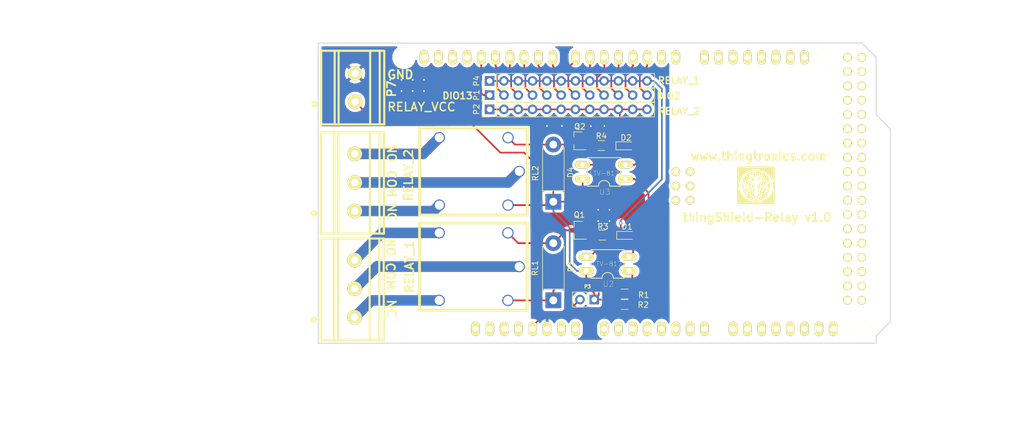
<source format=kicad_pcb>
(kicad_pcb (version 4) (host pcbnew 4.0.4-stable)

  (general
    (links 84)
    (no_connects 0)
    (area 90.76238 36.347143 276.784098 121.870001)
    (thickness 1.6)
    (drawings 33)
    (tracks 183)
    (zones 0)
    (modules 41)
    (nets 106)
  )

  (page A4)
  (title_block
    (title thingShield-Relay)
    (rev 1.0)
  )

  (layers
    (0 F.Cu signal)
    (31 B.Cu signal)
    (32 B.Adhes user)
    (33 F.Adhes user)
    (34 B.Paste user)
    (35 F.Paste user)
    (36 B.SilkS user)
    (37 F.SilkS user)
    (38 B.Mask user)
    (39 F.Mask user)
    (40 Dwgs.User user)
    (41 Cmts.User user)
    (44 Edge.Cuts user)
    (45 Margin user)
    (48 B.Fab user)
    (49 F.Fab user)
  )

  (setup
    (last_trace_width 0.3)
    (trace_clearance 0.2)
    (zone_clearance 0.508)
    (zone_45_only yes)
    (trace_min 0.2)
    (segment_width 0.2)
    (edge_width 0.15)
    (via_size 0.6)
    (via_drill 0.4)
    (via_min_size 0.4)
    (via_min_drill 0.3)
    (uvia_size 0.3)
    (uvia_drill 0.1)
    (uvias_allowed no)
    (uvia_min_size 0.2)
    (uvia_min_drill 0.1)
    (pcb_text_width 0.3)
    (pcb_text_size 1.5 1.5)
    (mod_edge_width 0.15)
    (mod_text_size 1 1)
    (mod_text_width 0.15)
    (pad_size 0.6 0.6)
    (pad_drill 0.3)
    (pad_to_mask_clearance 0.2)
    (aux_axis_origin 0 0)
    (visible_elements 7FFFFFFF)
    (pcbplotparams
      (layerselection 0x311fc_80000001)
      (usegerberextensions false)
      (excludeedgelayer true)
      (linewidth 0.100000)
      (plotframeref false)
      (viasonmask false)
      (mode 1)
      (useauxorigin false)
      (hpglpennumber 1)
      (hpglpenspeed 20)
      (hpglpendiameter 15)
      (hpglpenoverlay 2)
      (psnegative false)
      (psa4output false)
      (plotreference true)
      (plotvalue true)
      (plotinvisibletext false)
      (padsonsilk false)
      (subtractmaskfromsilk false)
      (outputformat 1)
      (mirror false)
      (drillshape 0)
      (scaleselection 1)
      (outputdirectory Gerbers/))
  )

  (net 0 "")
  (net 1 "Net-(D1-Pad2)")
  (net 2 RELAY_2)
  (net 3 "Net-(D2-Pad2)")
  (net 4 RELAY_1)
  (net 5 RELAY_VCC)
  (net 6 "Net-(D3-Pad2)")
  (net 7 "Net-(D4-Pad2)")
  (net 8 "Net-(P1-Pad1)")
  (net 9 "Net-(P1-Pad2)")
  (net 10 "Net-(P1-Pad3)")
  (net 11 "Net-(P1-Pad4)")
  (net 12 "Net-(P1-Pad5)")
  (net 13 "Net-(P1-Pad6)")
  (net 14 "Net-(P1-Pad7)")
  (net 15 "Net-(P1-Pad8)")
  (net 16 "Net-(P1-Pad9)")
  (net 17 "Net-(P1-Pad10)")
  (net 18 "Net-(P1-Pad11)")
  (net 19 "Net-(P1-Pad12)")
  (net 20 5V)
  (net 21 "Net-(P5-Pad1)")
  (net 22 "Net-(P5-Pad2)")
  (net 23 "Net-(P5-Pad3)")
  (net 24 "Net-(P6-Pad1)")
  (net 25 "Net-(P6-Pad2)")
  (net 26 "Net-(P6-Pad3)")
  (net 27 GND)
  (net 28 "Net-(Q1-Pad1)")
  (net 29 "Net-(Q2-Pad1)")
  (net 30 "Net-(R1-Pad1)")
  (net 31 "Net-(R2-Pad1)")
  (net 32 "Net-(R3-Pad2)")
  (net 33 "Net-(R4-Pad2)")
  (net 34 "Net-(U1-Pad14)")
  (net 35 "Net-(U1-Pad15)")
  (net 36 "Net-(U1-Pad16)")
  (net 37 "Net-(U1-Pad17)")
  (net 38 "Net-(U1-Pad18)")
  (net 39 "Net-(U1-Pad19)")
  (net 40 "Net-(U1-Pad20)")
  (net 41 "Net-(U1-Pad21)")
  (net 42 "Net-(U1-PadAD15)")
  (net 43 "Net-(U1-PadAD14)")
  (net 44 "Net-(U1-PadAD13)")
  (net 45 "Net-(U1-PadAD12)")
  (net 46 "Net-(U1-PadAD8)")
  (net 47 "Net-(U1-PadAD7)")
  (net 48 "Net-(U1-PadAD6)")
  (net 49 "Net-(U1-PadAD9)")
  (net 50 "Net-(U1-PadAD10)")
  (net 51 "Net-(U1-PadAD11)")
  (net 52 "Net-(U1-PadAD5)")
  (net 53 "Net-(U1-PadAD4)")
  (net 54 "Net-(U1-PadAD3)")
  (net 55 "Net-(U1-PadAD0)")
  (net 56 "Net-(U1-PadAD1)")
  (net 57 "Net-(U1-PadAD2)")
  (net 58 "Net-(U1-PadV_IN)")
  (net 59 "Net-(U1-PadGND2)")
  (net 60 "Net-(U1-Pad3V3)")
  (net 61 "Net-(U1-Pad0)")
  (net 62 "Net-(U1-Pad1)")
  (net 63 "Net-(U1-PadGND3)")
  (net 64 "Net-(U1-PadAREF)")
  (net 65 "Net-(U1-Pad22)")
  (net 66 "Net-(U1-Pad23)")
  (net 67 "Net-(U1-Pad24)")
  (net 68 "Net-(U1-Pad25)")
  (net 69 "Net-(U1-Pad26)")
  (net 70 "Net-(U1-Pad27)")
  (net 71 "Net-(U1-Pad28)")
  (net 72 "Net-(U1-Pad29)")
  (net 73 "Net-(U1-Pad5V_4)")
  (net 74 "Net-(U1-Pad5V_5)")
  (net 75 "Net-(U1-Pad31)")
  (net 76 "Net-(U1-Pad30)")
  (net 77 "Net-(U1-Pad32)")
  (net 78 "Net-(U1-Pad33)")
  (net 79 "Net-(U1-Pad34)")
  (net 80 "Net-(U1-Pad35)")
  (net 81 "Net-(U1-Pad36)")
  (net 82 "Net-(U1-Pad37)")
  (net 83 "Net-(U1-Pad38)")
  (net 84 "Net-(U1-Pad39)")
  (net 85 "Net-(U1-Pad40)")
  (net 86 "Net-(U1-Pad41)")
  (net 87 "Net-(U1-Pad42)")
  (net 88 "Net-(U1-Pad43)")
  (net 89 "Net-(U1-Pad44)")
  (net 90 "Net-(U1-Pad45)")
  (net 91 "Net-(U1-Pad46)")
  (net 92 "Net-(U1-Pad47)")
  (net 93 "Net-(U1-Pad48)")
  (net 94 "Net-(U1-Pad49)")
  (net 95 "Net-(U1-Pad50)")
  (net 96 "Net-(U1-Pad51)")
  (net 97 "Net-(U1-Pad52)")
  (net 98 "Net-(U1-Pad53)")
  (net 99 "Net-(U1-PadGND4)")
  (net 100 "Net-(U1-PadGND5)")
  (net 101 "Net-(U1-PadIO_R)")
  (net 102 "Net-(U1-PadNC)")
  (net 103 "Net-(U1-PadSDA)")
  (net 104 "Net-(U1-PadSCL)")
  (net 105 "Net-(U1-PadRST)")

  (net_class Default "This is the default net class."
    (clearance 0.2)
    (trace_width 0.3)
    (via_dia 0.6)
    (via_drill 0.4)
    (uvia_dia 0.3)
    (uvia_drill 0.1)
    (add_net 5V)
    (add_net GND)
    (add_net "Net-(D1-Pad2)")
    (add_net "Net-(D2-Pad2)")
    (add_net "Net-(D3-Pad2)")
    (add_net "Net-(D4-Pad2)")
    (add_net "Net-(P1-Pad1)")
    (add_net "Net-(P1-Pad10)")
    (add_net "Net-(P1-Pad11)")
    (add_net "Net-(P1-Pad12)")
    (add_net "Net-(P1-Pad2)")
    (add_net "Net-(P1-Pad3)")
    (add_net "Net-(P1-Pad4)")
    (add_net "Net-(P1-Pad5)")
    (add_net "Net-(P1-Pad6)")
    (add_net "Net-(P1-Pad7)")
    (add_net "Net-(P1-Pad8)")
    (add_net "Net-(P1-Pad9)")
    (add_net "Net-(Q1-Pad1)")
    (add_net "Net-(Q2-Pad1)")
    (add_net "Net-(R1-Pad1)")
    (add_net "Net-(R2-Pad1)")
    (add_net "Net-(R3-Pad2)")
    (add_net "Net-(R4-Pad2)")
    (add_net "Net-(U1-Pad0)")
    (add_net "Net-(U1-Pad1)")
    (add_net "Net-(U1-Pad14)")
    (add_net "Net-(U1-Pad15)")
    (add_net "Net-(U1-Pad16)")
    (add_net "Net-(U1-Pad17)")
    (add_net "Net-(U1-Pad18)")
    (add_net "Net-(U1-Pad19)")
    (add_net "Net-(U1-Pad20)")
    (add_net "Net-(U1-Pad21)")
    (add_net "Net-(U1-Pad22)")
    (add_net "Net-(U1-Pad23)")
    (add_net "Net-(U1-Pad24)")
    (add_net "Net-(U1-Pad25)")
    (add_net "Net-(U1-Pad26)")
    (add_net "Net-(U1-Pad27)")
    (add_net "Net-(U1-Pad28)")
    (add_net "Net-(U1-Pad29)")
    (add_net "Net-(U1-Pad30)")
    (add_net "Net-(U1-Pad31)")
    (add_net "Net-(U1-Pad32)")
    (add_net "Net-(U1-Pad33)")
    (add_net "Net-(U1-Pad34)")
    (add_net "Net-(U1-Pad35)")
    (add_net "Net-(U1-Pad36)")
    (add_net "Net-(U1-Pad37)")
    (add_net "Net-(U1-Pad38)")
    (add_net "Net-(U1-Pad39)")
    (add_net "Net-(U1-Pad3V3)")
    (add_net "Net-(U1-Pad40)")
    (add_net "Net-(U1-Pad41)")
    (add_net "Net-(U1-Pad42)")
    (add_net "Net-(U1-Pad43)")
    (add_net "Net-(U1-Pad44)")
    (add_net "Net-(U1-Pad45)")
    (add_net "Net-(U1-Pad46)")
    (add_net "Net-(U1-Pad47)")
    (add_net "Net-(U1-Pad48)")
    (add_net "Net-(U1-Pad49)")
    (add_net "Net-(U1-Pad50)")
    (add_net "Net-(U1-Pad51)")
    (add_net "Net-(U1-Pad52)")
    (add_net "Net-(U1-Pad53)")
    (add_net "Net-(U1-Pad5V_4)")
    (add_net "Net-(U1-Pad5V_5)")
    (add_net "Net-(U1-PadAD0)")
    (add_net "Net-(U1-PadAD1)")
    (add_net "Net-(U1-PadAD10)")
    (add_net "Net-(U1-PadAD11)")
    (add_net "Net-(U1-PadAD12)")
    (add_net "Net-(U1-PadAD13)")
    (add_net "Net-(U1-PadAD14)")
    (add_net "Net-(U1-PadAD15)")
    (add_net "Net-(U1-PadAD2)")
    (add_net "Net-(U1-PadAD3)")
    (add_net "Net-(U1-PadAD4)")
    (add_net "Net-(U1-PadAD5)")
    (add_net "Net-(U1-PadAD6)")
    (add_net "Net-(U1-PadAD7)")
    (add_net "Net-(U1-PadAD8)")
    (add_net "Net-(U1-PadAD9)")
    (add_net "Net-(U1-PadAREF)")
    (add_net "Net-(U1-PadGND2)")
    (add_net "Net-(U1-PadGND3)")
    (add_net "Net-(U1-PadGND4)")
    (add_net "Net-(U1-PadGND5)")
    (add_net "Net-(U1-PadIO_R)")
    (add_net "Net-(U1-PadNC)")
    (add_net "Net-(U1-PadRST)")
    (add_net "Net-(U1-PadSCL)")
    (add_net "Net-(U1-PadSDA)")
    (add_net "Net-(U1-PadV_IN)")
    (add_net RELAY_1)
    (add_net RELAY_2)
    (add_net RELAY_VCC)
  )

  (net_class RELAY_PWR ""
    (clearance 0.5)
    (trace_width 1.85)
    (via_dia 3.4)
    (via_drill 3.2)
    (uvia_dia 3.1)
    (uvia_drill 2)
    (add_net "Net-(P5-Pad1)")
    (add_net "Net-(P5-Pad2)")
    (add_net "Net-(P5-Pad3)")
    (add_net "Net-(P6-Pad1)")
    (add_net "Net-(P6-Pad2)")
    (add_net "Net-(P6-Pad3)")
  )

  (module via:VIA_0.6mm (layer F.Cu) (tedit 58F5F357) (tstamp 58F5F797)
    (at 196.04 65.91)
    (fp_text reference REF** (at 0 -2.6) (layer F.Fab) hide
      (effects (font (size 1 1) (thickness 0.15)))
    )
    (fp_text value VIA_0.6mm (at 0.05 -1.45) (layer F.Fab) hide
      (effects (font (size 1 1) (thickness 0.15)))
    )
    (pad 1 thru_hole circle (at 0 0) (size 0.6 0.6) (drill 0.3) (layers *.Cu)
      (net 27 GND) (zone_connect 2))
  )

  (module via:VIA_0.6mm (layer F.Cu) (tedit 58F5F357) (tstamp 58F5F788)
    (at 193.85 65.84)
    (fp_text reference REF** (at 0 -2.6) (layer F.Fab) hide
      (effects (font (size 1 1) (thickness 0.15)))
    )
    (fp_text value VIA_0.6mm (at 0.05 -1.45) (layer F.Fab) hide
      (effects (font (size 1 1) (thickness 0.15)))
    )
    (pad 1 thru_hole circle (at 0 0) (size 0.6 0.6) (drill 0.3) (layers *.Cu)
      (net 27 GND) (zone_connect 2))
  )

  (module via:VIA_0.6mm (layer F.Cu) (tedit 58F5F357) (tstamp 58F5F784)
    (at 190.91 65.87)
    (fp_text reference REF** (at 0 -2.6) (layer F.Fab) hide
      (effects (font (size 1 1) (thickness 0.15)))
    )
    (fp_text value VIA_0.6mm (at 0.05 -1.45) (layer F.Fab) hide
      (effects (font (size 1 1) (thickness 0.15)))
    )
    (pad 1 thru_hole circle (at 0 0) (size 0.6 0.6) (drill 0.3) (layers *.Cu)
      (net 27 GND) (zone_connect 2))
  )

  (module via:VIA_0.6mm (layer F.Cu) (tedit 58F5F357) (tstamp 58F5F77F)
    (at 188.25 65.87)
    (fp_text reference REF** (at 0 -2.6) (layer F.Fab) hide
      (effects (font (size 1 1) (thickness 0.15)))
    )
    (fp_text value VIA_0.6mm (at 0.05 -1.45) (layer F.Fab) hide
      (effects (font (size 1 1) (thickness 0.15)))
    )
    (pad 1 thru_hole circle (at 0 0) (size 0.6 0.6) (drill 0.3) (layers *.Cu)
      (net 27 GND) (zone_connect 2))
  )

  (module via:VIA_0.6mm (layer F.Cu) (tedit 58F5F357) (tstamp 58F5F52C)
    (at 198.44 65.89)
    (fp_text reference REF** (at 0 -2.6) (layer F.Fab) hide
      (effects (font (size 1 1) (thickness 0.15)))
    )
    (fp_text value VIA_0.6mm (at 0.05 -1.45) (layer F.Fab) hide
      (effects (font (size 1 1) (thickness 0.15)))
    )
    (pad 1 thru_hole circle (at 0 0) (size 0.6 0.6) (drill 0.3) (layers *.Cu)
      (net 27 GND) (zone_connect 2))
  )

  (module via:VIA_0.6mm (layer F.Cu) (tedit 58F5F357) (tstamp 58F5F524)
    (at 166.42 59.67)
    (fp_text reference REF** (at 0 -2.6) (layer F.Fab) hide
      (effects (font (size 1 1) (thickness 0.15)))
    )
    (fp_text value VIA_0.6mm (at 0.05 -1.45) (layer F.Fab) hide
      (effects (font (size 1 1) (thickness 0.15)))
    )
    (pad 1 thru_hole circle (at 0 0) (size 0.6 0.6) (drill 0.3) (layers *.Cu)
      (net 27 GND) (zone_connect 2))
  )

  (module via:VIA_0.6mm (layer F.Cu) (tedit 58F5F357) (tstamp 58F5F520)
    (at 164.42 59.67)
    (fp_text reference REF** (at 0 -2.6) (layer F.Fab) hide
      (effects (font (size 1 1) (thickness 0.15)))
    )
    (fp_text value VIA_0.6mm (at 0.05 -1.45) (layer F.Fab) hide
      (effects (font (size 1 1) (thickness 0.15)))
    )
    (pad 1 thru_hole circle (at 0 0) (size 0.6 0.6) (drill 0.3) (layers *.Cu)
      (net 27 GND) (zone_connect 2))
  )

  (module via:VIA_0.6mm (layer F.Cu) (tedit 58F5F357) (tstamp 58F5F51C)
    (at 162.42 59.67)
    (fp_text reference REF** (at 0 -2.6) (layer F.Fab) hide
      (effects (font (size 1 1) (thickness 0.15)))
    )
    (fp_text value VIA_0.6mm (at 0.05 -1.45) (layer F.Fab) hide
      (effects (font (size 1 1) (thickness 0.15)))
    )
    (pad 1 thru_hole circle (at 0 0) (size 0.6 0.6) (drill 0.3) (layers *.Cu)
      (net 27 GND) (zone_connect 2))
  )

  (module via:VIA_0.6mm (layer F.Cu) (tedit 58F5F357) (tstamp 58F5F518)
    (at 160.42 59.67)
    (fp_text reference REF** (at 0 -2.6) (layer F.Fab) hide
      (effects (font (size 1 1) (thickness 0.15)))
    )
    (fp_text value VIA_0.6mm (at 0.05 -1.45) (layer F.Fab) hide
      (effects (font (size 1 1) (thickness 0.15)))
    )
    (pad 1 thru_hole circle (at 0 0) (size 0.6 0.6) (drill 0.3) (layers *.Cu)
      (net 27 GND) (zone_connect 2))
  )

  (module via:VIA_0.6mm (layer F.Cu) (tedit 58F5F357) (tstamp 58F5F514)
    (at 166.42 57.67)
    (fp_text reference REF** (at 0 -2.6) (layer F.Fab) hide
      (effects (font (size 1 1) (thickness 0.15)))
    )
    (fp_text value VIA_0.6mm (at 0.05 -1.45) (layer F.Fab) hide
      (effects (font (size 1 1) (thickness 0.15)))
    )
    (pad 1 thru_hole circle (at 0 0) (size 0.6 0.6) (drill 0.3) (layers *.Cu)
      (net 27 GND) (zone_connect 2))
  )

  (module via:VIA_0.6mm (layer F.Cu) (tedit 58F5F357) (tstamp 58F5F510)
    (at 164.42 57.67)
    (fp_text reference REF** (at 0 -2.6) (layer F.Fab) hide
      (effects (font (size 1 1) (thickness 0.15)))
    )
    (fp_text value VIA_0.6mm (at 0.05 -1.45) (layer F.Fab) hide
      (effects (font (size 1 1) (thickness 0.15)))
    )
    (pad 1 thru_hole circle (at 0 0) (size 0.6 0.6) (drill 0.3) (layers *.Cu)
      (net 27 GND) (zone_connect 2))
  )

  (module via:VIA_0.6mm (layer F.Cu) (tedit 58F5F357) (tstamp 58F5F50C)
    (at 162.42 57.67)
    (fp_text reference REF** (at 0 -2.6) (layer F.Fab) hide
      (effects (font (size 1 1) (thickness 0.15)))
    )
    (fp_text value VIA_0.6mm (at 0.05 -1.45) (layer F.Fab) hide
      (effects (font (size 1 1) (thickness 0.15)))
    )
    (pad 1 thru_hole circle (at 0 0) (size 0.6 0.6) (drill 0.3) (layers *.Cu)
      (net 27 GND) (zone_connect 2))
  )

  (module via:VIA_0.6mm (layer F.Cu) (tedit 58F5F357) (tstamp 58F5F500)
    (at 160.42 57.67)
    (fp_text reference REF** (at 0 -2.6) (layer F.Fab) hide
      (effects (font (size 1 1) (thickness 0.15)))
    )
    (fp_text value VIA_0.6mm (at 0.05 -1.45) (layer F.Fab) hide
      (effects (font (size 1 1) (thickness 0.15)))
    )
    (pad 1 thru_hole circle (at 0 0) (size 0.6 0.6) (drill 0.3) (layers *.Cu)
      (net 27 GND) (zone_connect 2))
  )

  (module via:VIA_0.6mm (layer F.Cu) (tedit 58F5F357) (tstamp 58F5F3A2)
    (at 199.35 82.77)
    (fp_text reference REF** (at 0 -2.6) (layer F.Fab) hide
      (effects (font (size 1 1) (thickness 0.15)))
    )
    (fp_text value VIA_0.6mm (at 0.05 -1.45) (layer F.Fab) hide
      (effects (font (size 1 1) (thickness 0.15)))
    )
    (pad 1 thru_hole circle (at 0 0) (size 0.6 0.6) (drill 0.3) (layers *.Cu)
      (net 27 GND) (zone_connect 2))
  )

  (module via:VIA_0.6mm (layer F.Cu) (tedit 58F5F357) (tstamp 58F5F39E)
    (at 197.35 82.77)
    (fp_text reference REF** (at 0 -2.6) (layer F.Fab) hide
      (effects (font (size 1 1) (thickness 0.15)))
    )
    (fp_text value VIA_0.6mm (at 0.05 -1.45) (layer F.Fab) hide
      (effects (font (size 1 1) (thickness 0.15)))
    )
    (pad 1 thru_hole circle (at 0 0) (size 0.6 0.6) (drill 0.3) (layers *.Cu)
      (net 27 GND) (zone_connect 2))
  )

  (module via:VIA_0.6mm (layer F.Cu) (tedit 58F5F357) (tstamp 58F5F39A)
    (at 199.35 80.77)
    (fp_text reference REF** (at 0 -2.6) (layer F.Fab) hide
      (effects (font (size 1 1) (thickness 0.15)))
    )
    (fp_text value VIA_0.6mm (at 0.05 -1.45) (layer F.Fab) hide
      (effects (font (size 1 1) (thickness 0.15)))
    )
    (pad 1 thru_hole circle (at 0 0) (size 0.6 0.6) (drill 0.3) (layers *.Cu)
      (net 27 GND) (zone_connect 2))
  )

  (module LEDs:LED_0805 (layer F.Cu) (tedit 57FE93EC) (tstamp 58F4C82F)
    (at 202.44 85.33)
    (descr "LED 0805 smd package")
    (tags "LED led 0805 SMD smd SMT smt smdled SMDLED smtled SMTLED")
    (path /58F14B62)
    (attr smd)
    (fp_text reference D1 (at 0.03 -1.56) (layer F.SilkS)
      (effects (font (size 1 1) (thickness 0.15)))
    )
    (fp_text value YELLOW (at 0.73 1.76) (layer F.Fab)
      (effects (font (size 1 1) (thickness 0.15)))
    )
    (fp_line (start -1.8 -0.7) (end -1.8 0.7) (layer F.SilkS) (width 0.12))
    (fp_line (start -0.4 -0.4) (end -0.4 0.4) (layer F.Fab) (width 0.1))
    (fp_line (start -0.4 0) (end 0.2 -0.4) (layer F.Fab) (width 0.1))
    (fp_line (start 0.2 0.4) (end -0.4 0) (layer F.Fab) (width 0.1))
    (fp_line (start 0.2 -0.4) (end 0.2 0.4) (layer F.Fab) (width 0.1))
    (fp_line (start 1 0.6) (end -1 0.6) (layer F.Fab) (width 0.1))
    (fp_line (start 1 -0.6) (end 1 0.6) (layer F.Fab) (width 0.1))
    (fp_line (start -1 -0.6) (end 1 -0.6) (layer F.Fab) (width 0.1))
    (fp_line (start -1 0.6) (end -1 -0.6) (layer F.Fab) (width 0.1))
    (fp_line (start -1.8 0.7) (end 1 0.7) (layer F.SilkS) (width 0.12))
    (fp_line (start -1.8 -0.7) (end 1 -0.7) (layer F.SilkS) (width 0.12))
    (fp_line (start 1.95 -0.85) (end 1.95 0.85) (layer F.CrtYd) (width 0.05))
    (fp_line (start 1.95 0.85) (end -1.95 0.85) (layer F.CrtYd) (width 0.05))
    (fp_line (start -1.95 0.85) (end -1.95 -0.85) (layer F.CrtYd) (width 0.05))
    (fp_line (start -1.95 -0.85) (end 1.95 -0.85) (layer F.CrtYd) (width 0.05))
    (pad 2 smd rect (at 1.1 0 180) (size 1.2 1.2) (layers F.Cu F.Paste F.Mask)
      (net 1 "Net-(D1-Pad2)"))
    (pad 1 smd rect (at -1.1 0 180) (size 1.2 1.2) (layers F.Cu F.Paste F.Mask)
      (net 4 RELAY_1))
    (model LEDs.3dshapes/LED_0805.wrl
      (at (xyz 0 0 0))
      (scale (xyz 1 1 1))
      (rotate (xyz 0 0 180))
    )
  )

  (module LEDs:LED_0805 (layer F.Cu) (tedit 57FE93EC) (tstamp 58F4C835)
    (at 202.29 69.41)
    (descr "LED 0805 smd package")
    (tags "LED led 0805 SMD smd SMT smt smdled SMDLED smtled SMTLED")
    (path /58F0F707)
    (attr smd)
    (fp_text reference D2 (at 0 -1.45) (layer F.SilkS)
      (effects (font (size 1 1) (thickness 0.15)))
    )
    (fp_text value YELLOW (at -0.1311 0.6964) (layer F.Fab)
      (effects (font (size 1 1) (thickness 0.15)))
    )
    (fp_line (start -1.8 -0.7) (end -1.8 0.7) (layer F.SilkS) (width 0.12))
    (fp_line (start -0.4 -0.4) (end -0.4 0.4) (layer F.Fab) (width 0.1))
    (fp_line (start -0.4 0) (end 0.2 -0.4) (layer F.Fab) (width 0.1))
    (fp_line (start 0.2 0.4) (end -0.4 0) (layer F.Fab) (width 0.1))
    (fp_line (start 0.2 -0.4) (end 0.2 0.4) (layer F.Fab) (width 0.1))
    (fp_line (start 1 0.6) (end -1 0.6) (layer F.Fab) (width 0.1))
    (fp_line (start 1 -0.6) (end 1 0.6) (layer F.Fab) (width 0.1))
    (fp_line (start -1 -0.6) (end 1 -0.6) (layer F.Fab) (width 0.1))
    (fp_line (start -1 0.6) (end -1 -0.6) (layer F.Fab) (width 0.1))
    (fp_line (start -1.8 0.7) (end 1 0.7) (layer F.SilkS) (width 0.12))
    (fp_line (start -1.8 -0.7) (end 1 -0.7) (layer F.SilkS) (width 0.12))
    (fp_line (start 1.95 -0.85) (end 1.95 0.85) (layer F.CrtYd) (width 0.05))
    (fp_line (start 1.95 0.85) (end -1.95 0.85) (layer F.CrtYd) (width 0.05))
    (fp_line (start -1.95 0.85) (end -1.95 -0.85) (layer F.CrtYd) (width 0.05))
    (fp_line (start -1.95 -0.85) (end 1.95 -0.85) (layer F.CrtYd) (width 0.05))
    (pad 2 smd rect (at 1.1 0 180) (size 1.2 1.2) (layers F.Cu F.Paste F.Mask)
      (net 3 "Net-(D2-Pad2)"))
    (pad 1 smd rect (at -1.1 0 180) (size 1.2 1.2) (layers F.Cu F.Paste F.Mask)
      (net 2 RELAY_2))
    (model LEDs.3dshapes/LED_0805.wrl
      (at (xyz 0 0 0))
      (scale (xyz 1 1 1))
      (rotate (xyz 0 0 180))
    )
  )

  (module Diodes_ThroughHole:D_5W_P10.16mm_Horizontal (layer F.Cu) (tedit 5877C982) (tstamp 58F4C83B)
    (at 189.38 96.87 90)
    (descr "D, 5W series, Axial, Horizontal, pin pitch=10.16mm, , length*diameter=8.9*3.7mm^2, , http://www.diodes.com/_files/packages/8686949.gif")
    (tags "D 5W series Axial Horizontal pin pitch 10.16mm  length 8.9mm diameter 3.7mm")
    (path /58F14B4D)
    (fp_text reference D3 (at 6 3.13 90) (layer F.SilkS)
      (effects (font (size 1 1) (thickness 0.15)))
    )
    (fp_text value "znr diode" (at 5.08 2.91 90) (layer F.Fab)
      (effects (font (size 1 1) (thickness 0.15)))
    )
    (fp_line (start 0.63 -1.85) (end 0.63 1.85) (layer F.Fab) (width 0.1))
    (fp_line (start 0.63 1.85) (end 9.53 1.85) (layer F.Fab) (width 0.1))
    (fp_line (start 9.53 1.85) (end 9.53 -1.85) (layer F.Fab) (width 0.1))
    (fp_line (start 9.53 -1.85) (end 0.63 -1.85) (layer F.Fab) (width 0.1))
    (fp_line (start 0 0) (end 0.63 0) (layer F.Fab) (width 0.1))
    (fp_line (start 10.16 0) (end 9.53 0) (layer F.Fab) (width 0.1))
    (fp_line (start 1.965 -1.85) (end 1.965 1.85) (layer F.Fab) (width 0.1))
    (fp_line (start 0.57 -1.58) (end 0.57 -1.91) (layer F.SilkS) (width 0.12))
    (fp_line (start 0.57 -1.91) (end 9.59 -1.91) (layer F.SilkS) (width 0.12))
    (fp_line (start 9.59 -1.91) (end 9.59 -1.58) (layer F.SilkS) (width 0.12))
    (fp_line (start 0.57 1.58) (end 0.57 1.91) (layer F.SilkS) (width 0.12))
    (fp_line (start 0.57 1.91) (end 9.59 1.91) (layer F.SilkS) (width 0.12))
    (fp_line (start 9.59 1.91) (end 9.59 1.58) (layer F.SilkS) (width 0.12))
    (fp_line (start 1.965 -1.91) (end 1.965 1.91) (layer F.SilkS) (width 0.12))
    (fp_line (start -1.65 -2.2) (end -1.65 2.2) (layer F.CrtYd) (width 0.05))
    (fp_line (start -1.65 2.2) (end 11.85 2.2) (layer F.CrtYd) (width 0.05))
    (fp_line (start 11.85 2.2) (end 11.85 -2.2) (layer F.CrtYd) (width 0.05))
    (fp_line (start 11.85 -2.2) (end -1.65 -2.2) (layer F.CrtYd) (width 0.05))
    (pad 1 thru_hole rect (at 0 0 90) (size 2.8 2.8) (drill 1.4) (layers *.Cu *.Mask)
      (net 5 RELAY_VCC))
    (pad 2 thru_hole oval (at 10.16 0 90) (size 2.8 2.8) (drill 1.4) (layers *.Cu *.Mask)
      (net 6 "Net-(D3-Pad2)"))
    (model Diodes_THT.3dshapes/D_5W_P10.16mm_Horizontal.wrl
      (at (xyz 0 0 0))
      (scale (xyz 0.393701 0.393701 0.393701))
      (rotate (xyz 0 0 0))
    )
  )

  (module Diodes_ThroughHole:D_5W_P10.16mm_Horizontal (layer F.Cu) (tedit 5877C982) (tstamp 58F4C841)
    (at 189.38 79.34 90)
    (descr "D, 5W series, Axial, Horizontal, pin pitch=10.16mm, , length*diameter=8.9*3.7mm^2, , http://www.diodes.com/_files/packages/8686949.gif")
    (tags "D 5W series Axial Horizontal pin pitch 10.16mm  length 8.9mm diameter 3.7mm")
    (path /58F0C418)
    (fp_text reference D4 (at 5.21 3.07 90) (layer F.SilkS)
      (effects (font (size 1 1) (thickness 0.15)))
    )
    (fp_text value "znr diode" (at 5.08 2.91 90) (layer F.Fab)
      (effects (font (size 1 1) (thickness 0.15)))
    )
    (fp_line (start 0.63 -1.85) (end 0.63 1.85) (layer F.Fab) (width 0.1))
    (fp_line (start 0.63 1.85) (end 9.53 1.85) (layer F.Fab) (width 0.1))
    (fp_line (start 9.53 1.85) (end 9.53 -1.85) (layer F.Fab) (width 0.1))
    (fp_line (start 9.53 -1.85) (end 0.63 -1.85) (layer F.Fab) (width 0.1))
    (fp_line (start 0 0) (end 0.63 0) (layer F.Fab) (width 0.1))
    (fp_line (start 10.16 0) (end 9.53 0) (layer F.Fab) (width 0.1))
    (fp_line (start 1.965 -1.85) (end 1.965 1.85) (layer F.Fab) (width 0.1))
    (fp_line (start 0.57 -1.58) (end 0.57 -1.91) (layer F.SilkS) (width 0.12))
    (fp_line (start 0.57 -1.91) (end 9.59 -1.91) (layer F.SilkS) (width 0.12))
    (fp_line (start 9.59 -1.91) (end 9.59 -1.58) (layer F.SilkS) (width 0.12))
    (fp_line (start 0.57 1.58) (end 0.57 1.91) (layer F.SilkS) (width 0.12))
    (fp_line (start 0.57 1.91) (end 9.59 1.91) (layer F.SilkS) (width 0.12))
    (fp_line (start 9.59 1.91) (end 9.59 1.58) (layer F.SilkS) (width 0.12))
    (fp_line (start 1.965 -1.91) (end 1.965 1.91) (layer F.SilkS) (width 0.12))
    (fp_line (start -1.65 -2.2) (end -1.65 2.2) (layer F.CrtYd) (width 0.05))
    (fp_line (start -1.65 2.2) (end 11.85 2.2) (layer F.CrtYd) (width 0.05))
    (fp_line (start 11.85 2.2) (end 11.85 -2.2) (layer F.CrtYd) (width 0.05))
    (fp_line (start 11.85 -2.2) (end -1.65 -2.2) (layer F.CrtYd) (width 0.05))
    (pad 1 thru_hole rect (at 0 0 90) (size 2.8 2.8) (drill 1.4) (layers *.Cu *.Mask)
      (net 5 RELAY_VCC))
    (pad 2 thru_hole oval (at 10.16 0 90) (size 2.8 2.8) (drill 1.4) (layers *.Cu *.Mask)
      (net 7 "Net-(D4-Pad2)"))
    (model Diodes_THT.3dshapes/D_5W_P10.16mm_Horizontal.wrl
      (at (xyz 0 0 0))
      (scale (xyz 0.393701 0.393701 0.393701))
      (rotate (xyz 0 0 0))
    )
  )

  (module Pin_Headers:Pin_Header_Straight_1x12_Pitch2.54mm (layer F.Cu) (tedit 58CD4EC2) (tstamp 58F4C851)
    (at 178.07 60.39 90)
    (descr "Through hole straight pin header, 1x12, 2.54mm pitch, single row")
    (tags "Through hole pin header THT 1x12 2.54mm single row")
    (path /58F52D38)
    (fp_text reference P1 (at 0 -2.33 90) (layer F.SilkS)
      (effects (font (size 1 1) (thickness 0.15)))
    )
    (fp_text value MEGA_PIN_MAPING (at 0.13 -10.51 360) (layer F.Fab)
      (effects (font (size 1 1) (thickness 0.15)))
    )
    (fp_line (start -1.27 -1.27) (end -1.27 29.21) (layer F.Fab) (width 0.1))
    (fp_line (start -1.27 29.21) (end 1.27 29.21) (layer F.Fab) (width 0.1))
    (fp_line (start 1.27 29.21) (end 1.27 -1.27) (layer F.Fab) (width 0.1))
    (fp_line (start 1.27 -1.27) (end -1.27 -1.27) (layer F.Fab) (width 0.1))
    (fp_line (start -1.33 1.27) (end -1.33 29.27) (layer F.SilkS) (width 0.12))
    (fp_line (start -1.33 29.27) (end 1.33 29.27) (layer F.SilkS) (width 0.12))
    (fp_line (start 1.33 29.27) (end 1.33 1.27) (layer F.SilkS) (width 0.12))
    (fp_line (start 1.33 1.27) (end -1.33 1.27) (layer F.SilkS) (width 0.12))
    (fp_line (start -1.33 0) (end -1.33 -1.33) (layer F.SilkS) (width 0.12))
    (fp_line (start -1.33 -1.33) (end 0 -1.33) (layer F.SilkS) (width 0.12))
    (fp_line (start -1.8 -1.8) (end -1.8 29.75) (layer F.CrtYd) (width 0.05))
    (fp_line (start -1.8 29.75) (end 1.8 29.75) (layer F.CrtYd) (width 0.05))
    (fp_line (start 1.8 29.75) (end 1.8 -1.8) (layer F.CrtYd) (width 0.05))
    (fp_line (start 1.8 -1.8) (end -1.8 -1.8) (layer F.CrtYd) (width 0.05))
    (fp_text user %R (at 0 -2.33 90) (layer F.Fab)
      (effects (font (size 1 1) (thickness 0.15)))
    )
    (pad 1 thru_hole rect (at 0 0 90) (size 1.7 1.7) (drill 1) (layers *.Cu *.Mask)
      (net 8 "Net-(P1-Pad1)"))
    (pad 2 thru_hole oval (at 0 2.54 90) (size 1.7 1.7) (drill 1) (layers *.Cu *.Mask)
      (net 9 "Net-(P1-Pad2)"))
    (pad 3 thru_hole oval (at 0 5.08 90) (size 1.7 1.7) (drill 1) (layers *.Cu *.Mask)
      (net 10 "Net-(P1-Pad3)"))
    (pad 4 thru_hole oval (at 0 7.62 90) (size 1.7 1.7) (drill 1) (layers *.Cu *.Mask)
      (net 11 "Net-(P1-Pad4)"))
    (pad 5 thru_hole oval (at 0 10.16 90) (size 1.7 1.7) (drill 1) (layers *.Cu *.Mask)
      (net 12 "Net-(P1-Pad5)"))
    (pad 6 thru_hole oval (at 0 12.7 90) (size 1.7 1.7) (drill 1) (layers *.Cu *.Mask)
      (net 13 "Net-(P1-Pad6)"))
    (pad 7 thru_hole oval (at 0 15.24 90) (size 1.7 1.7) (drill 1) (layers *.Cu *.Mask)
      (net 14 "Net-(P1-Pad7)"))
    (pad 8 thru_hole oval (at 0 17.78 90) (size 1.7 1.7) (drill 1) (layers *.Cu *.Mask)
      (net 15 "Net-(P1-Pad8)"))
    (pad 9 thru_hole oval (at 0 20.32 90) (size 1.7 1.7) (drill 1) (layers *.Cu *.Mask)
      (net 16 "Net-(P1-Pad9)"))
    (pad 10 thru_hole oval (at 0 22.86 90) (size 1.7 1.7) (drill 1) (layers *.Cu *.Mask)
      (net 17 "Net-(P1-Pad10)"))
    (pad 11 thru_hole oval (at 0 25.4 90) (size 1.7 1.7) (drill 1) (layers *.Cu *.Mask)
      (net 18 "Net-(P1-Pad11)"))
    (pad 12 thru_hole oval (at 0 27.94 90) (size 1.7 1.7) (drill 1) (layers *.Cu *.Mask)
      (net 19 "Net-(P1-Pad12)"))
    (model ${KISYS3DMOD}/Pin_Headers.3dshapes/Pin_Header_Straight_1x12_Pitch2.54mm.wrl
      (at (xyz 0 -0.55 0))
      (scale (xyz 1 1 1))
      (rotate (xyz 0 0 90))
    )
  )

  (module Pin_Headers:Pin_Header_Straight_1x12_Pitch2.54mm (layer F.Cu) (tedit 58CD4EC2) (tstamp 58F4C861)
    (at 178.07 62.93 90)
    (descr "Through hole straight pin header, 1x12, 2.54mm pitch, single row")
    (tags "Through hole pin header THT 1x12 2.54mm single row")
    (path /58F52C6C)
    (fp_text reference P2 (at 0 -2.33 90) (layer F.SilkS)
      (effects (font (size 1 1) (thickness 0.15)))
    )
    (fp_text value RELAY_2_PIN_HEADER (at -0.18 -10.75 180) (layer F.Fab)
      (effects (font (size 1 1) (thickness 0.15)))
    )
    (fp_line (start -1.27 -1.27) (end -1.27 29.21) (layer F.Fab) (width 0.1))
    (fp_line (start -1.27 29.21) (end 1.27 29.21) (layer F.Fab) (width 0.1))
    (fp_line (start 1.27 29.21) (end 1.27 -1.27) (layer F.Fab) (width 0.1))
    (fp_line (start 1.27 -1.27) (end -1.27 -1.27) (layer F.Fab) (width 0.1))
    (fp_line (start -1.33 1.27) (end -1.33 29.27) (layer F.SilkS) (width 0.12))
    (fp_line (start -1.33 29.27) (end 1.33 29.27) (layer F.SilkS) (width 0.12))
    (fp_line (start 1.33 29.27) (end 1.33 1.27) (layer F.SilkS) (width 0.12))
    (fp_line (start 1.33 1.27) (end -1.33 1.27) (layer F.SilkS) (width 0.12))
    (fp_line (start -1.33 0) (end -1.33 -1.33) (layer F.SilkS) (width 0.12))
    (fp_line (start -1.33 -1.33) (end 0 -1.33) (layer F.SilkS) (width 0.12))
    (fp_line (start -1.8 -1.8) (end -1.8 29.75) (layer F.CrtYd) (width 0.05))
    (fp_line (start -1.8 29.75) (end 1.8 29.75) (layer F.CrtYd) (width 0.05))
    (fp_line (start 1.8 29.75) (end 1.8 -1.8) (layer F.CrtYd) (width 0.05))
    (fp_line (start 1.8 -1.8) (end -1.8 -1.8) (layer F.CrtYd) (width 0.05))
    (fp_text user %R (at 0 -2.33 90) (layer F.Fab)
      (effects (font (size 1 1) (thickness 0.15)))
    )
    (pad 1 thru_hole rect (at 0 0 90) (size 1.7 1.7) (drill 1) (layers *.Cu *.Mask)
      (net 2 RELAY_2))
    (pad 2 thru_hole oval (at 0 2.54 90) (size 1.7 1.7) (drill 1) (layers *.Cu *.Mask)
      (net 2 RELAY_2))
    (pad 3 thru_hole oval (at 0 5.08 90) (size 1.7 1.7) (drill 1) (layers *.Cu *.Mask)
      (net 2 RELAY_2))
    (pad 4 thru_hole oval (at 0 7.62 90) (size 1.7 1.7) (drill 1) (layers *.Cu *.Mask)
      (net 2 RELAY_2))
    (pad 5 thru_hole oval (at 0 10.16 90) (size 1.7 1.7) (drill 1) (layers *.Cu *.Mask)
      (net 2 RELAY_2))
    (pad 6 thru_hole oval (at 0 12.7 90) (size 1.7 1.7) (drill 1) (layers *.Cu *.Mask)
      (net 2 RELAY_2))
    (pad 7 thru_hole oval (at 0 15.24 90) (size 1.7 1.7) (drill 1) (layers *.Cu *.Mask)
      (net 2 RELAY_2))
    (pad 8 thru_hole oval (at 0 17.78 90) (size 1.7 1.7) (drill 1) (layers *.Cu *.Mask)
      (net 2 RELAY_2))
    (pad 9 thru_hole oval (at 0 20.32 90) (size 1.7 1.7) (drill 1) (layers *.Cu *.Mask)
      (net 2 RELAY_2))
    (pad 10 thru_hole oval (at 0 22.86 90) (size 1.7 1.7) (drill 1) (layers *.Cu *.Mask)
      (net 2 RELAY_2))
    (pad 11 thru_hole oval (at 0 25.4 90) (size 1.7 1.7) (drill 1) (layers *.Cu *.Mask)
      (net 2 RELAY_2))
    (pad 12 thru_hole oval (at 0 27.94 90) (size 1.7 1.7) (drill 1) (layers *.Cu *.Mask)
      (net 2 RELAY_2))
    (model ${KISYS3DMOD}/Pin_Headers.3dshapes/Pin_Header_Straight_1x12_Pitch2.54mm.wrl
      (at (xyz 0 -0.55 0))
      (scale (xyz 1 1 1))
      (rotate (xyz 0 0 90))
    )
  )

  (module Pin_Headers:Pin_Header_Straight_1x02_Pitch2.54mm (layer F.Cu) (tedit 58F5BDFC) (tstamp 58F4C867)
    (at 196.65 96.73 270)
    (descr "Through hole straight pin header, 1x02, 2.54mm pitch, single row")
    (tags "Through hole pin header THT 1x02 2.54mm single row")
    (path /58F64922)
    (fp_text reference P3 (at -2.3 1.2 360) (layer F.SilkS)
      (effects (font (size 0.6 0.6) (thickness 0.15)))
    )
    (fp_text value 5V_TO_RELAY_VCC_CONN (at 3.14 0.52 360) (layer F.Fab)
      (effects (font (size 1 1) (thickness 0.15)))
    )
    (fp_line (start -1.27 -1.27) (end -1.27 3.81) (layer F.Fab) (width 0.1))
    (fp_line (start -1.27 3.81) (end 1.27 3.81) (layer F.Fab) (width 0.1))
    (fp_line (start 1.27 3.81) (end 1.27 -1.27) (layer F.Fab) (width 0.1))
    (fp_line (start 1.27 -1.27) (end -1.27 -1.27) (layer F.Fab) (width 0.1))
    (fp_line (start -1.33 1.27) (end -1.33 3.87) (layer F.SilkS) (width 0.12))
    (fp_line (start -1.33 3.87) (end 1.33 3.87) (layer F.SilkS) (width 0.12))
    (fp_line (start 1.33 3.87) (end 1.33 1.27) (layer F.SilkS) (width 0.12))
    (fp_line (start 1.33 1.27) (end -1.33 1.27) (layer F.SilkS) (width 0.12))
    (fp_line (start -1.33 0) (end -1.33 -1.33) (layer F.SilkS) (width 0.12))
    (fp_line (start -1.33 -1.33) (end 0 -1.33) (layer F.SilkS) (width 0.12))
    (fp_line (start -1.8 -1.8) (end -1.8 4.35) (layer F.CrtYd) (width 0.05))
    (fp_line (start -1.8 4.35) (end 1.8 4.35) (layer F.CrtYd) (width 0.05))
    (fp_line (start 1.8 4.35) (end 1.8 -1.8) (layer F.CrtYd) (width 0.05))
    (fp_line (start 1.8 -1.8) (end -1.8 -1.8) (layer F.CrtYd) (width 0.05))
    (fp_text user %R (at 2.48 1.09 360) (layer F.Fab)
      (effects (font (size 1 1) (thickness 0.15)))
    )
    (pad 1 thru_hole rect (at 0 0 270) (size 1.7 1.7) (drill 1) (layers *.Cu *.Mask)
      (net 5 RELAY_VCC))
    (pad 2 thru_hole oval (at 0 2.54 270) (size 1.7 1.7) (drill 1) (layers *.Cu *.Mask)
      (net 20 5V))
    (model ${KISYS3DMOD}/Pin_Headers.3dshapes/Pin_Header_Straight_1x02_Pitch2.54mm.wrl
      (at (xyz 0 -0.05 0))
      (scale (xyz 1 1 1))
      (rotate (xyz 0 0 90))
    )
  )

  (module Pin_Headers:Pin_Header_Straight_1x12_Pitch2.54mm (layer F.Cu) (tedit 58CD4EC2) (tstamp 58F4C877)
    (at 178.07 57.87 90)
    (descr "Through hole straight pin header, 1x12, 2.54mm pitch, single row")
    (tags "Through hole pin header THT 1x12 2.54mm single row")
    (path /58F52CD5)
    (fp_text reference P4 (at 0 -2.33 90) (layer F.SilkS)
      (effects (font (size 1 1) (thickness 0.15)))
    )
    (fp_text value RELAY_1_PIN_HEADER (at -0.17 -10.85 180) (layer F.Fab)
      (effects (font (size 1 1) (thickness 0.15)))
    )
    (fp_line (start -1.27 -1.27) (end -1.27 29.21) (layer F.Fab) (width 0.1))
    (fp_line (start -1.27 29.21) (end 1.27 29.21) (layer F.Fab) (width 0.1))
    (fp_line (start 1.27 29.21) (end 1.27 -1.27) (layer F.Fab) (width 0.1))
    (fp_line (start 1.27 -1.27) (end -1.27 -1.27) (layer F.Fab) (width 0.1))
    (fp_line (start -1.33 1.27) (end -1.33 29.27) (layer F.SilkS) (width 0.12))
    (fp_line (start -1.33 29.27) (end 1.33 29.27) (layer F.SilkS) (width 0.12))
    (fp_line (start 1.33 29.27) (end 1.33 1.27) (layer F.SilkS) (width 0.12))
    (fp_line (start 1.33 1.27) (end -1.33 1.27) (layer F.SilkS) (width 0.12))
    (fp_line (start -1.33 0) (end -1.33 -1.33) (layer F.SilkS) (width 0.12))
    (fp_line (start -1.33 -1.33) (end 0 -1.33) (layer F.SilkS) (width 0.12))
    (fp_line (start -1.8 -1.8) (end -1.8 29.75) (layer F.CrtYd) (width 0.05))
    (fp_line (start -1.8 29.75) (end 1.8 29.75) (layer F.CrtYd) (width 0.05))
    (fp_line (start 1.8 29.75) (end 1.8 -1.8) (layer F.CrtYd) (width 0.05))
    (fp_line (start 1.8 -1.8) (end -1.8 -1.8) (layer F.CrtYd) (width 0.05))
    (fp_text user %R (at 0 -2.33 90) (layer F.Fab)
      (effects (font (size 1 1) (thickness 0.15)))
    )
    (pad 1 thru_hole rect (at 0 0 90) (size 1.7 1.7) (drill 1) (layers *.Cu *.Mask)
      (net 4 RELAY_1))
    (pad 2 thru_hole oval (at 0 2.54 90) (size 1.7 1.7) (drill 1) (layers *.Cu *.Mask)
      (net 4 RELAY_1))
    (pad 3 thru_hole oval (at 0 5.08 90) (size 1.7 1.7) (drill 1) (layers *.Cu *.Mask)
      (net 4 RELAY_1))
    (pad 4 thru_hole oval (at 0 7.62 90) (size 1.7 1.7) (drill 1) (layers *.Cu *.Mask)
      (net 4 RELAY_1))
    (pad 5 thru_hole oval (at 0 10.16 90) (size 1.7 1.7) (drill 1) (layers *.Cu *.Mask)
      (net 4 RELAY_1))
    (pad 6 thru_hole oval (at 0 12.7 90) (size 1.7 1.7) (drill 1) (layers *.Cu *.Mask)
      (net 4 RELAY_1))
    (pad 7 thru_hole oval (at 0 15.24 90) (size 1.7 1.7) (drill 1) (layers *.Cu *.Mask)
      (net 4 RELAY_1))
    (pad 8 thru_hole oval (at 0 17.78 90) (size 1.7 1.7) (drill 1) (layers *.Cu *.Mask)
      (net 4 RELAY_1))
    (pad 9 thru_hole oval (at 0 20.32 90) (size 1.7 1.7) (drill 1) (layers *.Cu *.Mask)
      (net 4 RELAY_1))
    (pad 10 thru_hole oval (at 0 22.86 90) (size 1.7 1.7) (drill 1) (layers *.Cu *.Mask)
      (net 4 RELAY_1))
    (pad 11 thru_hole oval (at 0 25.4 90) (size 1.7 1.7) (drill 1) (layers *.Cu *.Mask)
      (net 4 RELAY_1))
    (pad 12 thru_hole oval (at 0 27.94 90) (size 1.7 1.7) (drill 1) (layers *.Cu *.Mask)
      (net 4 RELAY_1))
    (model ${KISYS3DMOD}/Pin_Headers.3dshapes/Pin_Header_Straight_1x12_Pitch2.54mm.wrl
      (at (xyz 0 -0.55 0))
      (scale (xyz 1 1 1))
      (rotate (xyz 0 0 90))
    )
  )

  (module TO_SOT_Packages_SMD:SOT-23 (layer F.Cu) (tedit 58CE4E7E) (tstamp 58F4C893)
    (at 193.84 84.42 180)
    (descr "SOT-23, Standard")
    (tags SOT-23)
    (path /58F14B41)
    (attr smd)
    (fp_text reference Q1 (at -0.16 2.74 180) (layer F.SilkS)
      (effects (font (size 1 1) (thickness 0.15)))
    )
    (fp_text value MMBT3904 (at 0 2.5 180) (layer F.Fab)
      (effects (font (size 1 1) (thickness 0.15)))
    )
    (fp_text user %R (at 0 0 180) (layer F.Fab)
      (effects (font (size 0.5 0.5) (thickness 0.075)))
    )
    (fp_line (start -0.7 -0.95) (end -0.7 1.5) (layer F.Fab) (width 0.1))
    (fp_line (start -0.15 -1.52) (end 0.7 -1.52) (layer F.Fab) (width 0.1))
    (fp_line (start -0.7 -0.95) (end -0.15 -1.52) (layer F.Fab) (width 0.1))
    (fp_line (start 0.7 -1.52) (end 0.7 1.52) (layer F.Fab) (width 0.1))
    (fp_line (start -0.7 1.52) (end 0.7 1.52) (layer F.Fab) (width 0.1))
    (fp_line (start 0.76 1.58) (end 0.76 0.65) (layer F.SilkS) (width 0.12))
    (fp_line (start 0.76 -1.58) (end 0.76 -0.65) (layer F.SilkS) (width 0.12))
    (fp_line (start -1.7 -1.75) (end 1.7 -1.75) (layer F.CrtYd) (width 0.05))
    (fp_line (start 1.7 -1.75) (end 1.7 1.75) (layer F.CrtYd) (width 0.05))
    (fp_line (start 1.7 1.75) (end -1.7 1.75) (layer F.CrtYd) (width 0.05))
    (fp_line (start -1.7 1.75) (end -1.7 -1.75) (layer F.CrtYd) (width 0.05))
    (fp_line (start 0.76 -1.58) (end -1.4 -1.58) (layer F.SilkS) (width 0.12))
    (fp_line (start 0.76 1.58) (end -0.7 1.58) (layer F.SilkS) (width 0.12))
    (pad 1 smd rect (at -1 -0.95 180) (size 0.9 0.8) (layers F.Cu F.Paste F.Mask)
      (net 28 "Net-(Q1-Pad1)"))
    (pad 2 smd rect (at -1 0.95 180) (size 0.9 0.8) (layers F.Cu F.Paste F.Mask)
      (net 27 GND))
    (pad 3 smd rect (at 1 0 180) (size 0.9 0.8) (layers F.Cu F.Paste F.Mask)
      (net 6 "Net-(D3-Pad2)"))
    (model ${KISYS3DMOD}/TO_SOT_Packages_SMD.3dshapes/SOT-23.wrl
      (at (xyz 0 0 0))
      (scale (xyz 1 1 1))
      (rotate (xyz 0 0 0))
    )
  )

  (module TO_SOT_Packages_SMD:SOT-23 (layer F.Cu) (tedit 58CE4E7E) (tstamp 58F4C89A)
    (at 193.8 68.52 180)
    (descr "SOT-23, Standard")
    (tags SOT-23)
    (path /58F08B4B)
    (attr smd)
    (fp_text reference Q2 (at -0.29 2.52 180) (layer F.SilkS)
      (effects (font (size 1 1) (thickness 0.15)))
    )
    (fp_text value MMBT3904 (at -1.51 3.09 180) (layer F.Fab)
      (effects (font (size 1 1) (thickness 0.15)))
    )
    (fp_text user %R (at -0.11 -0.16 180) (layer F.Fab)
      (effects (font (size 0.5 0.5) (thickness 0.075)))
    )
    (fp_line (start -0.7 -0.95) (end -0.7 1.5) (layer F.Fab) (width 0.1))
    (fp_line (start -0.15 -1.52) (end 0.7 -1.52) (layer F.Fab) (width 0.1))
    (fp_line (start -0.7 -0.95) (end -0.15 -1.52) (layer F.Fab) (width 0.1))
    (fp_line (start 0.7 -1.52) (end 0.7 1.52) (layer F.Fab) (width 0.1))
    (fp_line (start -0.7 1.52) (end 0.7 1.52) (layer F.Fab) (width 0.1))
    (fp_line (start 0.76 1.58) (end 0.76 0.65) (layer F.SilkS) (width 0.12))
    (fp_line (start 0.76 -1.58) (end 0.76 -0.65) (layer F.SilkS) (width 0.12))
    (fp_line (start -1.7 -1.75) (end 1.7 -1.75) (layer F.CrtYd) (width 0.05))
    (fp_line (start 1.7 -1.75) (end 1.7 1.75) (layer F.CrtYd) (width 0.05))
    (fp_line (start 1.7 1.75) (end -1.7 1.75) (layer F.CrtYd) (width 0.05))
    (fp_line (start -1.7 1.75) (end -1.7 -1.75) (layer F.CrtYd) (width 0.05))
    (fp_line (start 0.76 -1.58) (end -1.4 -1.58) (layer F.SilkS) (width 0.12))
    (fp_line (start 0.76 1.58) (end -0.7 1.58) (layer F.SilkS) (width 0.12))
    (pad 1 smd rect (at -1 -0.95 180) (size 0.9 0.8) (layers F.Cu F.Paste F.Mask)
      (net 29 "Net-(Q2-Pad1)"))
    (pad 2 smd rect (at -1 0.95 180) (size 0.9 0.8) (layers F.Cu F.Paste F.Mask)
      (net 27 GND))
    (pad 3 smd rect (at 1 0 180) (size 0.9 0.8) (layers F.Cu F.Paste F.Mask)
      (net 7 "Net-(D4-Pad2)"))
    (model ${KISYS3DMOD}/TO_SOT_Packages_SMD.3dshapes/SOT-23.wrl
      (at (xyz 0 0 0))
      (scale (xyz 1 1 1))
      (rotate (xyz 0 0 0))
    )
  )

  (module Resistors_SMD:R_0805_HandSoldering (layer F.Cu) (tedit 58E0A804) (tstamp 58F4C8A0)
    (at 202.052109 95.746741 180)
    (descr "Resistor SMD 0805, hand soldering")
    (tags "resistor 0805")
    (path /58F14B35)
    (attr smd)
    (fp_text reference R1 (at -3.377891 -0.173259 180) (layer F.SilkS)
      (effects (font (size 1 1) (thickness 0.15)))
    )
    (fp_text value 1K (at 3.17 0.11 270) (layer F.Fab)
      (effects (font (size 1 1) (thickness 0.15)))
    )
    (fp_text user %R (at 0 -0.21 180) (layer F.Fab)
      (effects (font (size 0.5 0.5) (thickness 0.075)))
    )
    (fp_line (start -1 0.62) (end -1 -0.62) (layer F.Fab) (width 0.1))
    (fp_line (start 1 0.62) (end -1 0.62) (layer F.Fab) (width 0.1))
    (fp_line (start 1 -0.62) (end 1 0.62) (layer F.Fab) (width 0.1))
    (fp_line (start -1 -0.62) (end 1 -0.62) (layer F.Fab) (width 0.1))
    (fp_line (start 0.6 0.88) (end -0.6 0.88) (layer F.SilkS) (width 0.12))
    (fp_line (start -0.6 -0.88) (end 0.6 -0.88) (layer F.SilkS) (width 0.12))
    (fp_line (start -2.35 -0.9) (end 2.35 -0.9) (layer F.CrtYd) (width 0.05))
    (fp_line (start -2.35 -0.9) (end -2.35 0.9) (layer F.CrtYd) (width 0.05))
    (fp_line (start 2.35 0.9) (end 2.35 -0.9) (layer F.CrtYd) (width 0.05))
    (fp_line (start 2.35 0.9) (end -2.35 0.9) (layer F.CrtYd) (width 0.05))
    (pad 1 smd rect (at -1.35 0 180) (size 1.5 1.3) (layers F.Cu F.Paste F.Mask)
      (net 30 "Net-(R1-Pad1)"))
    (pad 2 smd rect (at 1.35 0 180) (size 1.5 1.3) (layers F.Cu F.Paste F.Mask)
      (net 5 RELAY_VCC))
    (model ${KISYS3DMOD}/Resistors_SMD.3dshapes/R_0805.wrl
      (at (xyz 0 0 0))
      (scale (xyz 1 1 1))
      (rotate (xyz 0 0 0))
    )
  )

  (module Resistors_SMD:R_0805_HandSoldering (layer F.Cu) (tedit 58E0A804) (tstamp 58F4C8A6)
    (at 202.052109 97.606741 180)
    (descr "Resistor SMD 0805, hand soldering")
    (tags "resistor 0805")
    (path /58F0770C)
    (attr smd)
    (fp_text reference R2 (at -3.297891 -0.073259 180) (layer F.SilkS)
      (effects (font (size 1 1) (thickness 0.15)))
    )
    (fp_text value 1K (at 3.06 0.06 270) (layer F.Fab)
      (effects (font (size 1 1) (thickness 0.15)))
    )
    (fp_text user %R (at 0.02 0.07 180) (layer F.Fab)
      (effects (font (size 0.5 0.5) (thickness 0.075)))
    )
    (fp_line (start -1 0.62) (end -1 -0.62) (layer F.Fab) (width 0.1))
    (fp_line (start 1 0.62) (end -1 0.62) (layer F.Fab) (width 0.1))
    (fp_line (start 1 -0.62) (end 1 0.62) (layer F.Fab) (width 0.1))
    (fp_line (start -1 -0.62) (end 1 -0.62) (layer F.Fab) (width 0.1))
    (fp_line (start 0.6 0.88) (end -0.6 0.88) (layer F.SilkS) (width 0.12))
    (fp_line (start -0.6 -0.88) (end 0.6 -0.88) (layer F.SilkS) (width 0.12))
    (fp_line (start -2.35 -0.9) (end 2.35 -0.9) (layer F.CrtYd) (width 0.05))
    (fp_line (start -2.35 -0.9) (end -2.35 0.9) (layer F.CrtYd) (width 0.05))
    (fp_line (start 2.35 0.9) (end 2.35 -0.9) (layer F.CrtYd) (width 0.05))
    (fp_line (start 2.35 0.9) (end -2.35 0.9) (layer F.CrtYd) (width 0.05))
    (pad 1 smd rect (at -1.35 0 180) (size 1.5 1.3) (layers F.Cu F.Paste F.Mask)
      (net 31 "Net-(R2-Pad1)"))
    (pad 2 smd rect (at 1.35 0 180) (size 1.5 1.3) (layers F.Cu F.Paste F.Mask)
      (net 5 RELAY_VCC))
    (model ${KISYS3DMOD}/Resistors_SMD.3dshapes/R_0805.wrl
      (at (xyz 0 0 0))
      (scale (xyz 1 1 1))
      (rotate (xyz 0 0 0))
    )
  )

  (module Resistors_SMD:R_0805_HandSoldering (layer F.Cu) (tedit 58E0A804) (tstamp 58F4C8AC)
    (at 198.06 85.28)
    (descr "Resistor SMD 0805, hand soldering")
    (tags "resistor 0805")
    (path /58F14B3B)
    (attr smd)
    (fp_text reference R3 (at 0.14 -1.52 180) (layer F.SilkS)
      (effects (font (size 1 1) (thickness 0.15)))
    )
    (fp_text value 510E (at 0 1.75) (layer F.Fab)
      (effects (font (size 1 1) (thickness 0.15)))
    )
    (fp_text user %R (at 0.03 0.16) (layer F.Fab)
      (effects (font (size 0.5 0.5) (thickness 0.075)))
    )
    (fp_line (start -1 0.62) (end -1 -0.62) (layer F.Fab) (width 0.1))
    (fp_line (start 1 0.62) (end -1 0.62) (layer F.Fab) (width 0.1))
    (fp_line (start 1 -0.62) (end 1 0.62) (layer F.Fab) (width 0.1))
    (fp_line (start -1 -0.62) (end 1 -0.62) (layer F.Fab) (width 0.1))
    (fp_line (start 0.6 0.88) (end -0.6 0.88) (layer F.SilkS) (width 0.12))
    (fp_line (start -0.6 -0.88) (end 0.6 -0.88) (layer F.SilkS) (width 0.12))
    (fp_line (start -2.35 -0.9) (end 2.35 -0.9) (layer F.CrtYd) (width 0.05))
    (fp_line (start -2.35 -0.9) (end -2.35 0.9) (layer F.CrtYd) (width 0.05))
    (fp_line (start 2.35 0.9) (end 2.35 -0.9) (layer F.CrtYd) (width 0.05))
    (fp_line (start 2.35 0.9) (end -2.35 0.9) (layer F.CrtYd) (width 0.05))
    (pad 1 smd rect (at -1.35 0) (size 1.5 1.3) (layers F.Cu F.Paste F.Mask)
      (net 28 "Net-(Q1-Pad1)"))
    (pad 2 smd rect (at 1.35 0) (size 1.5 1.3) (layers F.Cu F.Paste F.Mask)
      (net 32 "Net-(R3-Pad2)"))
    (model ${KISYS3DMOD}/Resistors_SMD.3dshapes/R_0805.wrl
      (at (xyz 0 0 0))
      (scale (xyz 1 1 1))
      (rotate (xyz 0 0 0))
    )
  )

  (module Resistors_SMD:R_0805_HandSoldering (layer F.Cu) (tedit 58E0A804) (tstamp 58F4C8B2)
    (at 197.91 69.36)
    (descr "Resistor SMD 0805, hand soldering")
    (tags "resistor 0805")
    (path /58F077BB)
    (attr smd)
    (fp_text reference R4 (at 0 -1.7) (layer F.SilkS)
      (effects (font (size 1 1) (thickness 0.15)))
    )
    (fp_text value 510E (at 0.23 1.51) (layer F.Fab)
      (effects (font (size 1 1) (thickness 0.15)))
    )
    (fp_text user %R (at 0.03 0.32) (layer F.Fab)
      (effects (font (size 0.5 0.5) (thickness 0.075)))
    )
    (fp_line (start -1 0.62) (end -1 -0.62) (layer F.Fab) (width 0.1))
    (fp_line (start 1 0.62) (end -1 0.62) (layer F.Fab) (width 0.1))
    (fp_line (start 1 -0.62) (end 1 0.62) (layer F.Fab) (width 0.1))
    (fp_line (start -1 -0.62) (end 1 -0.62) (layer F.Fab) (width 0.1))
    (fp_line (start 0.6 0.88) (end -0.6 0.88) (layer F.SilkS) (width 0.12))
    (fp_line (start -0.6 -0.88) (end 0.6 -0.88) (layer F.SilkS) (width 0.12))
    (fp_line (start -2.35 -0.9) (end 2.35 -0.9) (layer F.CrtYd) (width 0.05))
    (fp_line (start -2.35 -0.9) (end -2.35 0.9) (layer F.CrtYd) (width 0.05))
    (fp_line (start 2.35 0.9) (end 2.35 -0.9) (layer F.CrtYd) (width 0.05))
    (fp_line (start 2.35 0.9) (end -2.35 0.9) (layer F.CrtYd) (width 0.05))
    (pad 1 smd rect (at -1.35 0) (size 1.5 1.3) (layers F.Cu F.Paste F.Mask)
      (net 29 "Net-(Q2-Pad1)"))
    (pad 2 smd rect (at 1.35 0) (size 1.5 1.3) (layers F.Cu F.Paste F.Mask)
      (net 33 "Net-(R4-Pad2)"))
    (model ${KISYS3DMOD}/Resistors_SMD.3dshapes/R_0805.wrl
      (at (xyz 0 0 0))
      (scale (xyz 1 1 1))
      (rotate (xyz 0 0 0))
    )
  )

  (module relays:Songle_SRS-03VDC-SL (layer F.Cu) (tedit 589ABA7E) (tstamp 58F4C8BB)
    (at 185.237691 82.802295 270)
    (path /58F14B47)
    (fp_text reference RL1 (at 8.347705 -0.892309 450) (layer F.SilkS)
      (effects (font (size 1 1) (thickness 0.15)))
    )
    (fp_text value RELAY_1 (at 7.827705 9.617691 450) (layer F.Fab)
      (effects (font (size 1 1) (thickness 0.15)))
    )
    (fp_line (start 15.827705 0.517691) (end 15.827705 19.617691) (layer F.SilkS) (width 0.5))
    (fp_line (start 0.327705 0.517691) (end 15.827705 0.517691) (layer F.SilkS) (width 0.5))
    (fp_line (start 0.327705 19.617691) (end 0.327705 0.517691) (layer F.SilkS) (width 0.5))
    (fp_line (start 15.827705 19.617691) (end 0.327705 19.617691) (layer F.SilkS) (width 0.5))
    (pad 3 thru_hole circle (at 8.077705 1.917691 90) (size 2 2) (drill 1.6) (layers *.Cu *.Mask)
      (net 25 "Net-(P6-Pad2)"))
    (pad 2 thru_hole circle (at 14.077705 3.917691 90) (size 2 2) (drill 1.6) (layers *.Cu *.Mask)
      (net 5 RELAY_VCC))
    (pad 1 thru_hole circle (at 2.077705 3.917691 90) (size 2 2) (drill 1.6) (layers *.Cu *.Mask)
      (net 6 "Net-(D3-Pad2)"))
    (pad 4 thru_hole circle (at 14.077705 16.117691 90) (size 2 2) (drill 1.6) (layers *.Cu *.Mask)
      (net 24 "Net-(P6-Pad1)"))
    (pad 5 thru_hole circle (at 2.077705 16.117691 90) (size 2 2) (drill 1.6) (layers *.Cu *.Mask)
      (net 26 "Net-(P6-Pad3)"))
  )

  (module relays:Songle_SRS-03VDC-SL (layer F.Cu) (tedit 589ABA7E) (tstamp 58F4C8C4)
    (at 185.257691 65.872295 270)
    (path /58F0BAF4)
    (fp_text reference RL2 (at 8.427705 -0.952309 450) (layer F.SilkS)
      (effects (font (size 1 1) (thickness 0.15)))
    )
    (fp_text value RELAY_2 (at 7.827705 9.617691 450) (layer F.Fab)
      (effects (font (size 1 1) (thickness 0.15)))
    )
    (fp_line (start 15.827705 0.517691) (end 15.827705 19.617691) (layer F.SilkS) (width 0.5))
    (fp_line (start 0.327705 0.517691) (end 15.827705 0.517691) (layer F.SilkS) (width 0.5))
    (fp_line (start 0.327705 19.617691) (end 0.327705 0.517691) (layer F.SilkS) (width 0.5))
    (fp_line (start 15.827705 19.617691) (end 0.327705 19.617691) (layer F.SilkS) (width 0.5))
    (pad 3 thru_hole circle (at 8.077705 1.917691 90) (size 2 2) (drill 1.6) (layers *.Cu *.Mask)
      (net 22 "Net-(P5-Pad2)"))
    (pad 2 thru_hole circle (at 14.077705 3.917691 90) (size 2 2) (drill 1.6) (layers *.Cu *.Mask)
      (net 5 RELAY_VCC))
    (pad 1 thru_hole circle (at 2.077705 3.917691 90) (size 2 2) (drill 1.6) (layers *.Cu *.Mask)
      (net 7 "Net-(D4-Pad2)"))
    (pad 4 thru_hole circle (at 14.077705 16.117691 90) (size 2 2) (drill 1.6) (layers *.Cu *.Mask)
      (net 21 "Net-(P5-Pad1)"))
    (pad 5 thru_hole circle (at 2.077705 16.117691 90) (size 2 2) (drill 1.6) (layers *.Cu *.Mask)
      (net 23 "Net-(P5-Pad3)"))
  )

  (module Arduino:ARDUINO_MEGA_SHIELD locked (layer F.Cu) (tedit 58F5FC00) (tstamp 58F4C92A)
    (at 147.63 104.48)
    (descr http://www.thingiverse.com/thing:9630)
    (path /58F517FC)
    (fp_text reference U1 (at 6.35 -57.15) (layer F.SilkS) hide
      (effects (font (thickness 0.3048)))
    )
    (fp_text value ARDUINO_MEGA_SHIELD (at 13.97 -54.61) (layer F.SilkS) hide
      (effects (font (thickness 0.3048)))
    )
    (fp_line (start 0 -12.7) (end 12.065 -12.7) (layer Cmts.User) (width 0.127))
    (fp_line (start 12.065 -12.7) (end 12.065 0) (layer Cmts.User) (width 0.127))
    (fp_line (start 99.06 0) (end 0 0) (layer Cmts.User) (width 0.381))
    (fp_line (start 97.79 -53.34) (end 0 -53.34) (layer Cmts.User) (width 0.381))
    (fp_line (start 99.06 -40.64) (end 99.06 -52.07) (layer Cmts.User) (width 0.381))
    (fp_line (start 99.06 -52.07) (end 97.79 -53.34) (layer Cmts.User) (width 0.381))
    (fp_line (start 0 0) (end 0 -53.34) (layer Cmts.User) (width 0.381))
    (fp_line (start 99.06 -40.64) (end 101.6 -38.1) (layer Cmts.User) (width 0.381))
    (fp_line (start 101.6 -38.1) (end 101.6 -5.08) (layer Cmts.User) (width 0.381))
    (fp_line (start 101.6 -5.08) (end 99.06 -2.54) (layer Cmts.User) (width 0.381))
    (fp_line (start 99.06 -2.54) (end 99.06 0) (layer Cmts.User) (width 0.381))
    (pad 14 thru_hole oval (at 68.58 -50.8 90) (size 2.54 1.524) (drill 1.016) (layers *.Cu *.Mask F.SilkS)
      (net 34 "Net-(U1-Pad14)"))
    (pad 15 thru_hole oval (at 71.12 -50.8 90) (size 2.54 1.524) (drill 1.016) (layers *.Cu *.Mask F.SilkS)
      (net 35 "Net-(U1-Pad15)"))
    (pad 16 thru_hole oval (at 73.66 -50.8 90) (size 2.54 1.524) (drill 1.016) (layers *.Cu *.Mask F.SilkS)
      (net 36 "Net-(U1-Pad16)"))
    (pad 17 thru_hole oval (at 76.2 -50.8 90) (size 2.54 1.524) (drill 1.016) (layers *.Cu *.Mask F.SilkS)
      (net 37 "Net-(U1-Pad17)"))
    (pad 18 thru_hole oval (at 78.74 -50.8 90) (size 2.54 1.524) (drill 1.016) (layers *.Cu *.Mask F.SilkS)
      (net 38 "Net-(U1-Pad18)"))
    (pad 19 thru_hole oval (at 81.28 -50.8 90) (size 2.54 1.524) (drill 1.016) (layers *.Cu *.Mask F.SilkS)
      (net 39 "Net-(U1-Pad19)"))
    (pad 20 thru_hole oval (at 83.82 -50.8 90) (size 2.54 1.524) (drill 1.016) (layers *.Cu *.Mask F.SilkS)
      (net 40 "Net-(U1-Pad20)"))
    (pad 21 thru_hole oval (at 86.36 -50.8 90) (size 2.54 1.524) (drill 1.016) (layers *.Cu *.Mask F.SilkS)
      (net 41 "Net-(U1-Pad21)"))
    (pad AD15 thru_hole oval (at 91.44 -2.54 90) (size 2.54 1.524) (drill 1.016) (layers *.Cu *.Mask F.SilkS)
      (net 42 "Net-(U1-PadAD15)"))
    (pad AD14 thru_hole oval (at 88.9 -2.54 90) (size 2.54 1.524) (drill 1.016) (layers *.Cu *.Mask F.SilkS)
      (net 43 "Net-(U1-PadAD14)"))
    (pad AD13 thru_hole oval (at 86.36 -2.54 90) (size 2.54 1.524) (drill 1.016) (layers *.Cu *.Mask F.SilkS)
      (net 44 "Net-(U1-PadAD13)"))
    (pad AD12 thru_hole oval (at 83.82 -2.54 90) (size 2.54 1.524) (drill 1.016) (layers *.Cu *.Mask F.SilkS)
      (net 45 "Net-(U1-PadAD12)"))
    (pad AD8 thru_hole oval (at 73.66 -2.54 90) (size 2.54 1.524) (drill 1.016) (layers *.Cu *.Mask F.SilkS)
      (net 46 "Net-(U1-PadAD8)"))
    (pad AD7 thru_hole oval (at 68.58 -2.54 90) (size 2.54 1.524) (drill 1.016) (layers *.Cu *.Mask F.SilkS)
      (net 47 "Net-(U1-PadAD7)"))
    (pad AD6 thru_hole oval (at 66.04 -2.54 90) (size 2.54 1.524) (drill 1.016) (layers *.Cu *.Mask F.SilkS)
      (net 48 "Net-(U1-PadAD6)"))
    (pad AD9 thru_hole oval (at 76.2 -2.54 90) (size 2.54 1.524) (drill 1.016) (layers *.Cu *.Mask F.SilkS)
      (net 49 "Net-(U1-PadAD9)"))
    (pad AD10 thru_hole oval (at 78.74 -2.54 90) (size 2.54 1.524) (drill 1.016) (layers *.Cu *.Mask F.SilkS)
      (net 50 "Net-(U1-PadAD10)"))
    (pad AD11 thru_hole oval (at 81.28 -2.54 90) (size 2.54 1.524) (drill 1.016) (layers *.Cu *.Mask F.SilkS)
      (net 51 "Net-(U1-PadAD11)"))
    (pad AD5 thru_hole oval (at 63.5 -2.54 90) (size 2.54 1.524) (drill 1.016) (layers *.Cu *.Mask F.SilkS)
      (net 52 "Net-(U1-PadAD5)"))
    (pad AD4 thru_hole oval (at 60.96 -2.54 90) (size 2.54 1.524) (drill 1.016) (layers *.Cu *.Mask F.SilkS)
      (net 53 "Net-(U1-PadAD4)"))
    (pad AD3 thru_hole oval (at 58.42 -2.54 90) (size 2.54 1.524) (drill 1.016) (layers *.Cu *.Mask F.SilkS)
      (net 54 "Net-(U1-PadAD3)"))
    (pad AD0 thru_hole oval (at 50.8 -2.54 90) (size 2.54 1.524) (drill 1.016) (layers *.Cu *.Mask F.SilkS)
      (net 55 "Net-(U1-PadAD0)"))
    (pad AD1 thru_hole oval (at 53.34 -2.54 90) (size 2.54 1.524) (drill 1.016) (layers *.Cu *.Mask F.SilkS)
      (net 56 "Net-(U1-PadAD1)"))
    (pad AD2 thru_hole oval (at 55.88 -2.54 90) (size 2.54 1.524) (drill 1.016) (layers *.Cu *.Mask F.SilkS)
      (net 57 "Net-(U1-PadAD2)"))
    (pad V_IN thru_hole oval (at 45.72 -2.54 90) (size 2.54 1.524) (drill 1.016) (layers *.Cu *.Mask F.SilkS)
      (net 58 "Net-(U1-PadV_IN)"))
    (pad GND2 thru_hole oval (at 43.18 -2.54 90) (size 2.54 1.524) (drill 1.016) (layers *.Cu *.Mask F.SilkS)
      (net 59 "Net-(U1-PadGND2)"))
    (pad GND1 thru_hole oval (at 40.64 -2.54 90) (size 2.54 1.524) (drill 1.016) (layers *.Cu *.Mask F.SilkS)
      (net 27 GND))
    (pad 3V3 thru_hole oval (at 35.56 -2.54 90) (size 2.54 1.524) (drill 1.016) (layers *.Cu *.Mask F.SilkS)
      (net 60 "Net-(U1-Pad3V3)"))
    (pad RST thru_hole oval (at 33.02 -2.54 90) (size 2.54 1.524) (drill 1.016) (layers *.Cu *.Mask F.SilkS)
      (net 105 "Net-(U1-PadRST)"))
    (pad 0 thru_hole oval (at 63.5 -50.8 90) (size 2.54 1.524) (drill 1.016) (layers *.Cu *.Mask F.SilkS)
      (net 61 "Net-(U1-Pad0)"))
    (pad 1 thru_hole oval (at 60.96 -50.8 90) (size 2.54 1.524) (drill 1.016) (layers *.Cu *.Mask F.SilkS)
      (net 62 "Net-(U1-Pad1)"))
    (pad 2 thru_hole oval (at 58.42 -50.8 90) (size 2.54 1.524) (drill 1.016) (layers *.Cu *.Mask F.SilkS)
      (net 19 "Net-(P1-Pad12)"))
    (pad 3 thru_hole oval (at 55.88 -50.8 90) (size 2.54 1.524) (drill 1.016) (layers *.Cu *.Mask F.SilkS)
      (net 18 "Net-(P1-Pad11)"))
    (pad 4 thru_hole oval (at 53.34 -50.8 90) (size 2.54 1.524) (drill 1.016) (layers *.Cu *.Mask F.SilkS)
      (net 17 "Net-(P1-Pad10)"))
    (pad 5 thru_hole oval (at 50.8 -50.8 90) (size 2.54 1.524) (drill 1.016) (layers *.Cu *.Mask F.SilkS)
      (net 16 "Net-(P1-Pad9)"))
    (pad 6 thru_hole oval (at 48.26 -50.8 90) (size 2.54 1.524) (drill 1.016) (layers *.Cu *.Mask F.SilkS)
      (net 15 "Net-(P1-Pad8)"))
    (pad 7 thru_hole oval (at 45.72 -50.8 90) (size 2.54 1.524) (drill 1.016) (layers *.Cu *.Mask F.SilkS)
      (net 14 "Net-(P1-Pad7)"))
    (pad 8 thru_hole oval (at 41.656 -50.8 90) (size 2.54 1.524) (drill 1.016) (layers *.Cu *.Mask F.SilkS)
      (net 13 "Net-(P1-Pad6)"))
    (pad 9 thru_hole oval (at 39.116 -50.8 90) (size 2.54 1.524) (drill 1.016) (layers *.Cu *.Mask F.SilkS)
      (net 12 "Net-(P1-Pad5)"))
    (pad 10 thru_hole oval (at 36.576 -50.8 90) (size 2.54 1.524) (drill 1.016) (layers *.Cu *.Mask F.SilkS)
      (net 11 "Net-(P1-Pad4)"))
    (pad 11 thru_hole oval (at 34.036 -50.8 90) (size 2.54 1.524) (drill 1.016) (layers *.Cu *.Mask F.SilkS)
      (net 10 "Net-(P1-Pad3)"))
    (pad 12 thru_hole oval (at 31.496 -50.8 90) (size 2.54 1.524) (drill 1.016) (layers *.Cu *.Mask F.SilkS)
      (net 9 "Net-(P1-Pad2)"))
    (pad 13 thru_hole oval (at 28.956 -50.8 90) (size 2.54 1.524) (drill 1.016) (layers *.Cu *.Mask F.SilkS)
      (net 8 "Net-(P1-Pad1)"))
    (pad GND3 thru_hole oval (at 26.416 -50.8 90) (size 2.54 1.524) (drill 1.016) (layers *.Cu *.Mask F.SilkS)
      (net 63 "Net-(U1-PadGND3)"))
    (pad AREF thru_hole oval (at 23.876 -50.8 90) (size 2.54 1.524) (drill 1.016) (layers *.Cu *.Mask F.SilkS)
      (net 64 "Net-(U1-PadAREF)"))
    (pad 5V thru_hole oval (at 38.1 -2.54 90) (size 2.54 1.524) (drill 1.016) (layers *.Cu *.Mask F.SilkS)
      (net 20 5V))
    (pad "" np_thru_hole circle (at 96.52 -2.54 90) (size 3.175 3.175) (drill 3.175) (layers *.Cu *.Mask F.SilkS))
    (pad "" np_thru_hole circle (at 90.17 -50.8 90) (size 3.175 3.175) (drill 3.175) (layers *.Cu *.Mask F.SilkS))
    (pad "" np_thru_hole circle (at 15.24 -50.8 90) (size 3.175 3.175) (drill 3.175) (layers *.Cu *.Mask F.SilkS))
    (pad "" np_thru_hole circle (at 13.97 -2.54 90) (size 3.175 3.175) (drill 3.175) (layers *.Cu *.Mask F.SilkS))
    (pad 22 thru_hole circle (at 93.98 -48.26) (size 1.524 1.524) (drill 1.016) (layers *.Cu *.Mask F.SilkS)
      (net 65 "Net-(U1-Pad22)"))
    (pad 23 thru_hole circle (at 96.52 -48.26) (size 1.524 1.524) (drill 1.016) (layers *.Cu *.Mask F.SilkS)
      (net 66 "Net-(U1-Pad23)"))
    (pad 24 thru_hole circle (at 93.98 -45.72) (size 1.524 1.524) (drill 1.016) (layers *.Cu *.Mask F.SilkS)
      (net 67 "Net-(U1-Pad24)"))
    (pad 25 thru_hole circle (at 96.52 -45.72) (size 1.524 1.524) (drill 1.016) (layers *.Cu *.Mask F.SilkS)
      (net 68 "Net-(U1-Pad25)"))
    (pad 26 thru_hole circle (at 93.98 -43.18) (size 1.524 1.524) (drill 1.016) (layers *.Cu *.Mask F.SilkS)
      (net 69 "Net-(U1-Pad26)"))
    (pad 27 thru_hole circle (at 96.52 -43.18) (size 1.524 1.524) (drill 1.016) (layers *.Cu *.Mask F.SilkS)
      (net 70 "Net-(U1-Pad27)"))
    (pad 28 thru_hole circle (at 93.98 -40.64) (size 1.524 1.524) (drill 1.016) (layers *.Cu *.Mask F.SilkS)
      (net 71 "Net-(U1-Pad28)"))
    (pad 29 thru_hole circle (at 96.52 -40.64) (size 1.524 1.524) (drill 1.016) (layers *.Cu *.Mask F.SilkS)
      (net 72 "Net-(U1-Pad29)"))
    (pad 5V_4 thru_hole circle (at 93.98 -50.8) (size 1.524 1.524) (drill 1.016) (layers *.Cu *.Mask F.SilkS)
      (net 73 "Net-(U1-Pad5V_4)"))
    (pad 5V_5 thru_hole circle (at 96.52 -50.8) (size 1.524 1.524) (drill 1.016) (layers *.Cu *.Mask F.SilkS)
      (net 74 "Net-(U1-Pad5V_5)"))
    (pad 31 thru_hole circle (at 96.52 -38.1) (size 1.524 1.524) (drill 1.016) (layers *.Cu *.Mask F.SilkS)
      (net 75 "Net-(U1-Pad31)"))
    (pad 30 thru_hole circle (at 93.98 -38.1) (size 1.524 1.524) (drill 1.016) (layers *.Cu *.Mask F.SilkS)
      (net 76 "Net-(U1-Pad30)"))
    (pad 32 thru_hole circle (at 93.98 -35.56) (size 1.524 1.524) (drill 1.016) (layers *.Cu *.Mask F.SilkS)
      (net 77 "Net-(U1-Pad32)"))
    (pad 33 thru_hole circle (at 96.52 -35.56) (size 1.524 1.524) (drill 1.016) (layers *.Cu *.Mask F.SilkS)
      (net 78 "Net-(U1-Pad33)"))
    (pad 34 thru_hole circle (at 93.98 -33.02) (size 1.524 1.524) (drill 1.016) (layers *.Cu *.Mask F.SilkS)
      (net 79 "Net-(U1-Pad34)"))
    (pad 35 thru_hole circle (at 96.52 -33.02) (size 1.524 1.524) (drill 1.016) (layers *.Cu *.Mask F.SilkS)
      (net 80 "Net-(U1-Pad35)"))
    (pad 36 thru_hole circle (at 93.98 -30.48) (size 1.524 1.524) (drill 1.016) (layers *.Cu *.Mask F.SilkS)
      (net 81 "Net-(U1-Pad36)"))
    (pad 37 thru_hole circle (at 96.52 -30.48) (size 1.524 1.524) (drill 1.016) (layers *.Cu *.Mask F.SilkS)
      (net 82 "Net-(U1-Pad37)"))
    (pad 38 thru_hole circle (at 93.98 -27.94) (size 1.524 1.524) (drill 1.016) (layers *.Cu *.Mask F.SilkS)
      (net 83 "Net-(U1-Pad38)"))
    (pad 39 thru_hole circle (at 96.52 -27.94) (size 1.524 1.524) (drill 1.016) (layers *.Cu *.Mask F.SilkS)
      (net 84 "Net-(U1-Pad39)"))
    (pad 40 thru_hole circle (at 93.98 -25.4) (size 1.524 1.524) (drill 1.016) (layers *.Cu *.Mask F.SilkS)
      (net 85 "Net-(U1-Pad40)"))
    (pad 41 thru_hole circle (at 96.52 -25.4) (size 1.524 1.524) (drill 1.016) (layers *.Cu *.Mask F.SilkS)
      (net 86 "Net-(U1-Pad41)"))
    (pad 42 thru_hole circle (at 93.98 -22.86) (size 1.524 1.524) (drill 1.016) (layers *.Cu *.Mask F.SilkS)
      (net 87 "Net-(U1-Pad42)"))
    (pad 43 thru_hole circle (at 96.52 -22.86) (size 1.524 1.524) (drill 1.016) (layers *.Cu *.Mask F.SilkS)
      (net 88 "Net-(U1-Pad43)"))
    (pad 44 thru_hole circle (at 93.98 -20.32) (size 1.524 1.524) (drill 1.016) (layers *.Cu *.Mask F.SilkS)
      (net 89 "Net-(U1-Pad44)"))
    (pad 45 thru_hole circle (at 96.52 -20.32) (size 1.524 1.524) (drill 1.016) (layers *.Cu *.Mask F.SilkS)
      (net 90 "Net-(U1-Pad45)"))
    (pad 46 thru_hole circle (at 93.98 -17.78) (size 1.524 1.524) (drill 1.016) (layers *.Cu *.Mask F.SilkS)
      (net 91 "Net-(U1-Pad46)"))
    (pad 47 thru_hole circle (at 96.52 -17.78) (size 1.524 1.524) (drill 1.016) (layers *.Cu *.Mask F.SilkS)
      (net 92 "Net-(U1-Pad47)"))
    (pad 48 thru_hole circle (at 93.98 -15.24) (size 1.524 1.524) (drill 1.016) (layers *.Cu *.Mask F.SilkS)
      (net 93 "Net-(U1-Pad48)"))
    (pad 49 thru_hole circle (at 96.52 -15.24) (size 1.524 1.524) (drill 1.016) (layers *.Cu *.Mask F.SilkS)
      (net 94 "Net-(U1-Pad49)"))
    (pad 50 thru_hole circle (at 93.98 -12.7) (size 1.524 1.524) (drill 1.016) (layers *.Cu *.Mask F.SilkS)
      (net 95 "Net-(U1-Pad50)"))
    (pad 51 thru_hole circle (at 96.52 -12.7) (size 1.524 1.524) (drill 1.016) (layers *.Cu *.Mask F.SilkS)
      (net 96 "Net-(U1-Pad51)"))
    (pad 52 thru_hole circle (at 93.98 -10.16) (size 1.524 1.524) (drill 1.016) (layers *.Cu *.Mask F.SilkS)
      (net 97 "Net-(U1-Pad52)"))
    (pad 53 thru_hole circle (at 96.52 -10.16) (size 1.524 1.524) (drill 1.016) (layers *.Cu *.Mask F.SilkS)
      (net 98 "Net-(U1-Pad53)"))
    (pad GND4 thru_hole circle (at 93.98 -7.62) (size 1.524 1.524) (drill 1.016) (layers *.Cu *.Mask F.SilkS)
      (net 99 "Net-(U1-PadGND4)"))
    (pad GND5 thru_hole circle (at 96.52 -7.62) (size 1.524 1.524) (drill 1.016) (layers *.Cu *.Mask F.SilkS)
      (net 100 "Net-(U1-PadGND5)"))
    (pad SP1 thru_hole circle (at 63.5 -30.48) (size 1.524 1.524) (drill 0.8128) (layers *.Cu *.Mask F.SilkS))
    (pad SP2 thru_hole circle (at 66.04 -30.48) (size 1.524 1.524) (drill 0.8128) (layers *.Cu *.Mask F.SilkS))
    (pad SP3 thru_hole circle (at 63.5 -27.94) (size 1.524 1.524) (drill 0.8128) (layers *.Cu *.Mask F.SilkS))
    (pad SP4 thru_hole circle (at 66.04 -27.94) (size 1.524 1.524) (drill 0.8128) (layers *.Cu *.Mask F.SilkS))
    (pad SP5 thru_hole circle (at 63.5 -25.4) (size 1.524 1.524) (drill 0.8128) (layers *.Cu *.Mask F.SilkS))
    (pad SP6 thru_hole circle (at 66.04 -25.4) (size 1.524 1.524) (drill 0.8128) (layers *.Cu *.Mask F.SilkS))
    (pad "" np_thru_hole circle (at 65.786 -35.56) (size 3.175 3.175) (drill 3.175) (layers *.Cu *.Mask F.SilkS))
    (pad "" np_thru_hole circle (at 66.04 -7.62) (size 3.175 3.175) (drill 3.175) (layers *.Cu *.Mask F.SilkS))
    (pad IO_R thru_hole oval (at 30.48 -2.54 90) (size 2.54 1.524) (drill 1.016) (layers *.Cu *.Mask F.SilkS)
      (net 101 "Net-(U1-PadIO_R)"))
    (pad NC thru_hole oval (at 27.94 -2.54 90) (size 2.54 1.524) (drill 1.016) (layers *.Cu *.Mask F.SilkS)
      (net 102 "Net-(U1-PadNC)"))
    (pad SDA thru_hole oval (at 21.336 -50.8 90) (size 2.54 1.524) (drill 1.016) (layers *.Cu *.Mask F.SilkS)
      (net 103 "Net-(U1-PadSDA)"))
    (pad SCL thru_hole oval (at 18.796 -50.8 90) (size 2.54 1.524) (drill 1.016) (layers *.Cu *.Mask F.SilkS)
      (net 104 "Net-(U1-PadSCL)"))
    (model packages3d\nick\ArduinoMegaShield.wrl
      (at (xyz 0 0 0))
      (scale (xyz 1 1 1))
      (rotate (xyz 0 0 0))
    )
  )

  (module PC817:DIL04 (layer F.Cu) (tedit 58F5BE19) (tstamp 58F4C932)
    (at 199.03 90.4 90)
    (descr "<b>Dual In Line Package</b>")
    (path /58F14B2F)
    (solder_mask_margin 0.1)
    (fp_text reference U2 (at -3.556 0.127 180) (layer F.SilkS)
      (effects (font (size 1 1) (thickness 0.05)))
    )
    (fp_text value LTV-817 (at 0.02 -0.09 180) (layer F.SilkS)
      (effects (font (size 0.8 0.8) (thickness 0.05)))
    )
    (fp_line (start 2.54 -2.921) (end -2.54 -2.921) (layer F.SilkS) (width 0.1524))
    (fp_line (start -2.54 2.921) (end 2.54 2.921) (layer F.SilkS) (width 0.1524))
    (fp_line (start 2.54 -2.921) (end 2.54 2.921) (layer F.SilkS) (width 0.1524))
    (fp_line (start -2.54 -2.921) (end -2.54 -1.016) (layer F.SilkS) (width 0.1524))
    (fp_line (start -2.54 2.921) (end -2.54 1.016) (layer F.SilkS) (width 0.1524))
    (fp_arc (start -2.54 0) (end -2.54 1.016) (angle -180) (layer F.SilkS) (width 0.1524))
    (pad 1 thru_hole oval (at -1.27 3.81) (size 2.6416 1.3208) (drill 0.8128) (layers *.Cu *.Mask F.SilkS)
      (net 30 "Net-(R1-Pad1)") (solder_mask_margin 0.2))
    (pad 2 thru_hole oval (at 1.27 3.81) (size 2.6416 1.3208) (drill 0.8128) (layers *.Cu *.Mask F.SilkS)
      (net 1 "Net-(D1-Pad2)") (solder_mask_margin 0.2))
    (pad 3 thru_hole oval (at 1.27 -3.81 180) (size 2.6416 1.3208) (drill 0.8128) (layers *.Cu *.Mask F.SilkS)
      (net 32 "Net-(R3-Pad2)") (solder_mask_margin 0.2))
    (pad 4 thru_hole oval (at -1.27 -3.81 180) (size 2.6416 1.3208) (drill 0.8128) (layers *.Cu *.Mask F.SilkS)
      (net 5 RELAY_VCC) (solder_mask_margin 0.2))
  )

  (module PC817:DIL04 (layer F.Cu) (tedit 58F5B999) (tstamp 58F4C93A)
    (at 198.39 74.04 90)
    (descr "<b>Dual In Line Package</b>")
    (path /58F072D0)
    (solder_mask_margin 0.1)
    (fp_text reference U3 (at -3.556 0.127 180) (layer F.SilkS)
      (effects (font (size 1 1) (thickness 0.05)))
    )
    (fp_text value LTV-817 (at -0.25 0.06 180) (layer F.SilkS)
      (effects (font (size 0.8 0.8) (thickness 0.05)))
    )
    (fp_line (start 2.54 -2.921) (end -2.54 -2.921) (layer F.SilkS) (width 0.1524))
    (fp_line (start -2.54 2.921) (end 2.54 2.921) (layer F.SilkS) (width 0.1524))
    (fp_line (start 2.54 -2.921) (end 2.54 2.921) (layer F.SilkS) (width 0.1524))
    (fp_line (start -2.54 -2.921) (end -2.54 -1.016) (layer F.SilkS) (width 0.1524))
    (fp_line (start -2.54 2.921) (end -2.54 1.016) (layer F.SilkS) (width 0.1524))
    (fp_arc (start -2.54 0) (end -2.54 1.016) (angle -180) (layer F.SilkS) (width 0.1524))
    (pad 1 thru_hole oval (at -1.27 3.81) (size 2.6416 1.3208) (drill 0.8128) (layers *.Cu *.Mask F.SilkS)
      (net 31 "Net-(R2-Pad1)") (solder_mask_margin 0.2))
    (pad 2 thru_hole oval (at 1.27 3.81) (size 2.6416 1.3208) (drill 0.8128) (layers *.Cu *.Mask F.SilkS)
      (net 3 "Net-(D2-Pad2)") (solder_mask_margin 0.2))
    (pad 3 thru_hole oval (at 1.27 -3.81 180) (size 2.6416 1.3208) (drill 0.8128) (layers *.Cu *.Mask F.SilkS)
      (net 33 "Net-(R4-Pad2)") (solder_mask_margin 0.2))
    (pad 4 thru_hole oval (at -1.27 -3.81 180) (size 2.6416 1.3208) (drill 0.8128) (layers *.Cu *.Mask F.SilkS)
      (net 5 RELAY_VCC) (solder_mask_margin 0.2))
  )

  (module Connectors:gmkds_3-3-5,08 (layer F.Cu) (tedit 58F6157E) (tstamp 58F4CE2D)
    (at 154.13 81 90)
    (descr "2-way 7,62mm pitch terminal block, Phoenix GMKDS series")
    (path /58F6F0F6)
    (fp_text reference P5 (at 10.3 -7.6 90) (layer F.SilkS) hide
      (effects (font (size 1.5 1.5) (thickness 0.3)))
    )
    (fp_text value RELAY_2 (at 6.35 9.53 90) (layer F.SilkS)
      (effects (font (size 1.5 1.5) (thickness 0.3)))
    )
    (fp_circle (center -0.4 -7.2) (end -0.2 -6.9) (layer F.SilkS) (width 0.381))
    (fp_line (start 14 -6.02) (end 14 5.18) (layer F.SilkS) (width 0.381))
    (fp_line (start -4 -3.62) (end 14 -3.62) (layer F.SilkS) (width 0.381))
    (fp_line (start -4 2.68) (end 14 2.68) (layer F.SilkS) (width 0.381))
    (fp_line (start -4 -2.92) (end 14 -2.92) (layer F.SilkS) (width 0.381))
    (fp_line (start -4 4.38) (end 14 4.38) (layer F.SilkS) (width 0.381))
    (fp_line (start -4 5.18) (end 14 5.18) (layer F.SilkS) (width 0.381))
    (fp_line (start -4 -6.02) (end 14 -6.02) (layer F.SilkS) (width 0.381))
    (fp_line (start -4 -6.02) (end -4 5.18) (layer F.SilkS) (width 0.381))
    (pad 2 thru_hole circle (at 5.08 0 90) (size 2.6 2.6) (drill 1.3) (layers *.Cu *.Mask F.SilkS)
      (net 22 "Net-(P5-Pad2)"))
    (pad 3 thru_hole circle (at 10.16 0 90) (size 2.6 2.6) (drill 1.3) (layers *.Cu *.Mask F.SilkS)
      (net 23 "Net-(P5-Pad3)"))
    (pad 1 thru_hole circle (at 0 0 90) (size 2.6 2.6) (drill 1.3) (layers *.Cu *.Mask F.SilkS)
      (net 21 "Net-(P5-Pad1)"))
    (model walter/conn_gmkds/gmkds_3-2-7,62.wrl
      (at (xyz 0 0 0))
      (scale (xyz 1 1 1))
      (rotate (xyz 0 0 0))
    )
  )

  (module Connectors:gmkds_3-3-5,08 (layer F.Cu) (tedit 58F61583) (tstamp 58F4CE33)
    (at 154.09 99.89 90)
    (descr "2-way 7,62mm pitch terminal block, Phoenix GMKDS series")
    (path /58F6F16B)
    (fp_text reference P6 (at 10.3 -7.6 90) (layer F.SilkS) hide
      (effects (font (size 1.5 1.5) (thickness 0.3)))
    )
    (fp_text value RELAY_1 (at 8.96 9.73 90) (layer F.SilkS)
      (effects (font (size 1.5 1.5) (thickness 0.3)))
    )
    (fp_circle (center -0.4 -7.2) (end -0.2 -6.9) (layer F.SilkS) (width 0.381))
    (fp_line (start 14 -6.02) (end 14 5.18) (layer F.SilkS) (width 0.381))
    (fp_line (start -4 -3.62) (end 14 -3.62) (layer F.SilkS) (width 0.381))
    (fp_line (start -4 2.68) (end 14 2.68) (layer F.SilkS) (width 0.381))
    (fp_line (start -4 -2.92) (end 14 -2.92) (layer F.SilkS) (width 0.381))
    (fp_line (start -4 4.38) (end 14 4.38) (layer F.SilkS) (width 0.381))
    (fp_line (start -4 5.18) (end 14 5.18) (layer F.SilkS) (width 0.381))
    (fp_line (start -4 -6.02) (end 14 -6.02) (layer F.SilkS) (width 0.381))
    (fp_line (start -4 -6.02) (end -4 5.18) (layer F.SilkS) (width 0.381))
    (pad 2 thru_hole circle (at 5.08 0 90) (size 2.6 2.6) (drill 1.3) (layers *.Cu *.Mask F.SilkS)
      (net 25 "Net-(P6-Pad2)"))
    (pad 3 thru_hole circle (at 10.16 0 90) (size 2.6 2.6) (drill 1.3) (layers *.Cu *.Mask F.SilkS)
      (net 26 "Net-(P6-Pad3)"))
    (pad 1 thru_hole circle (at 0 0 90) (size 2.6 2.6) (drill 1.3) (layers *.Cu *.Mask F.SilkS)
      (net 24 "Net-(P6-Pad1)"))
    (model walter/conn_gmkds/gmkds_3-2-7,62.wrl
      (at (xyz 0 0 0))
      (scale (xyz 1 1 1))
      (rotate (xyz 0 0 0))
    )
  )

  (module Connectors:gmkds_3-2-5,08 (layer F.Cu) (tedit 58F5FBF8) (tstamp 58F4CE39)
    (at 154.18 61.59 90)
    (descr "2-way 7,62mm pitch terminal block, Phoenix GMKDS series")
    (path /58F8D786)
    (fp_text reference P7 (at 2.31 6.48 90) (layer F.SilkS)
      (effects (font (size 1.5 1.5) (thickness 0.3)))
    )
    (fp_text value EXT_PWR (at 19.85 8.71 90) (layer F.SilkS) hide
      (effects (font (size 1.5 1.5) (thickness 0.3)))
    )
    (fp_circle (center -0.4 -7.2) (end -0.2 -6.9) (layer F.SilkS) (width 0.381))
    (fp_line (start 9.08 -6.02) (end 9.08 5.18) (layer F.SilkS) (width 0.381))
    (fp_line (start -4 -3.62) (end 9.08 -3.62) (layer F.SilkS) (width 0.381))
    (fp_line (start -4 2.68) (end 9.08 2.68) (layer F.SilkS) (width 0.381))
    (fp_line (start -4 -2.92) (end 9.08 -2.92) (layer F.SilkS) (width 0.381))
    (fp_line (start -4 4.38) (end 9.08 4.38) (layer F.SilkS) (width 0.381))
    (fp_line (start -4 5.18) (end 9 5.18) (layer F.SilkS) (width 0.381))
    (fp_line (start -4 -6.02) (end 9.08 -6.02) (layer F.SilkS) (width 0.381))
    (fp_line (start -4 -6.02) (end -4 5.18) (layer F.SilkS) (width 0.381))
    (pad 2 thru_hole circle (at 5.08 0 90) (size 2.6 2.6) (drill 1.3) (layers *.Cu *.Mask F.SilkS)
      (net 27 GND))
    (pad 1 thru_hole circle (at 0 0 90) (size 2.6 2.6) (drill 1.3) (layers *.Cu *.Mask F.SilkS)
      (net 5 RELAY_VCC))
    (model walter/conn_gmkds/gmkds_3-2-7,62.wrl
      (at (xyz 0 0 0))
      (scale (xyz 1 1 1))
      (rotate (xyz 0 0 0))
    )
  )

  (module "Fab Details table:Fab Details table" (layer F.Cu) (tedit 58F875B2) (tstamp 58F5C7ED)
    (at 91.81 56.22)
    (descr "FAB Details Table")
    (fp_text reference REF** (at 7 -4) (layer Dwgs.User) hide
      (effects (font (size 1 1) (thickness 0.15)))
    )
    (fp_text value "Fab Details table" (at 6 -2) (layer F.Fab)
      (effects (font (size 1 1) (thickness 0.15)))
    )
    (fp_text user "PCB Size (mm)" (at 6 4) (layer Dwgs.User)
      (effects (font (size 1 1) (thickness 0.15)))
    )
    (fp_text user "Fabrication Details" (at 9 2) (layer Dwgs.User)
      (effects (font (size 1.2 1.2) (thickness 0.15)))
    )
    (fp_line (start 0 0) (end 0 43) (layer Dwgs.User) (width 0.1))
    (fp_line (start 0 41) (end 30 41) (layer Dwgs.User) (width 0.1))
    (fp_line (start 30 0) (end 30 43) (layer Dwgs.User) (width 0.1))
    (fp_line (start 0 3) (end 30 3) (layer Dwgs.User) (width 0.1))
    (fp_line (start 0 0) (end 30 0) (layer Dwgs.User) (width 0.1))
    (fp_line (start 0 5) (end 30 5) (layer Dwgs.User) (width 0.1))
    (fp_line (start 0 7) (end 30 7) (layer Dwgs.User) (width 0.1))
    (fp_line (start 0 9) (end 30 9) (layer Dwgs.User) (width 0.1))
    (fp_line (start 0 13) (end 30 13) (layer Dwgs.User) (width 0.1))
    (fp_line (start 0 11) (end 30 11) (layer Dwgs.User) (width 0.1))
    (fp_line (start 0 15) (end 30 15) (layer Dwgs.User) (width 0.1))
    (fp_line (start 0 17) (end 30 17) (layer Dwgs.User) (width 0.1))
    (fp_line (start 0 19) (end 30 19) (layer Dwgs.User) (width 0.1))
    (fp_line (start 0 21) (end 30 21) (layer Dwgs.User) (width 0.1))
    (fp_line (start 0 23) (end 30 23) (layer Dwgs.User) (width 0.1))
    (fp_line (start 0 25) (end 30 25) (layer Dwgs.User) (width 0.1))
    (fp_line (start 0 27) (end 30 27) (layer Dwgs.User) (width 0.1))
    (fp_line (start 0 29) (end 30 29) (layer Dwgs.User) (width 0.1))
    (fp_line (start 0 31) (end 30 31) (layer Dwgs.User) (width 0.1))
    (fp_line (start 0 33) (end 30 33) (layer Dwgs.User) (width 0.1))
    (fp_line (start 0 35) (end 30 35) (layer Dwgs.User) (width 0.1))
    (fp_line (start 0 37) (end 30 37) (layer Dwgs.User) (width 0.1))
    (fp_line (start 0 39) (end 30 39) (layer Dwgs.User) (width 0.1))
    (fp_line (start 18 43) (end 18 3) (layer Dwgs.User) (width 0.1))
    (fp_text user "No of Layers" (at 5.3 6) (layer Dwgs.User)
      (effects (font (size 1 1) (thickness 0.15)))
    )
    (fp_text user "Min Line Width" (at 6 8) (layer Dwgs.User)
      (effects (font (size 1 1) (thickness 0.15)))
    )
    (fp_text user "Min Spacing" (at 5.1 10) (layer Dwgs.User)
      (effects (font (size 1 1) (thickness 0.15)))
    )
    (fp_text user "Slot Present" (at 5.1 11.8) (layer Dwgs.User)
      (effects (font (size 1 1) (thickness 0.15)))
    )
    (fp_text user "SMD Present" (at 5.1 14) (layer Dwgs.User)
      (effects (font (size 1 1) (thickness 0.15)))
    )
    (fp_text user "Mask Covering VIAS" (at 7.7 16) (layer Dwgs.User)
      (effects (font (size 1 1) (thickness 0.15)))
    )
    (fp_text user "Unterminated Trace" (at 7.6 18) (layer Dwgs.User)
      (effects (font (size 1 1) (thickness 0.15)))
    )
    (fp_text user "Mask Clearence" (at 6.1 20) (layer Dwgs.User)
      (effects (font (size 1 1) (thickness 0.15)))
    )
    (fp_text user "Legend on Pads" (at 6.3 22) (layer Dwgs.User)
      (effects (font (size 1 1) (thickness 0.15)))
    )
    (fp_text user "Board Thickness" (at 6.3 24) (layer Dwgs.User)
      (effects (font (size 1 1) (thickness 0.15)))
    )
    (fp_text user Material (at 3.2 26.2) (layer Dwgs.User)
      (effects (font (size 1 1) (thickness 0.15)))
    )
    (fp_text user "Legend on Both Sides" (at 8.6 28.1) (layer Dwgs.User)
      (effects (font (size 1 1) (thickness 0.15)))
    )
    (fp_text user "Mask on Both Sides" (at 7.8 30.1) (layer Dwgs.User)
      (effects (font (size 1 1) (thickness 0.15)))
    )
    (fp_text user "Impedence Control" (at 7.3 32) (layer Dwgs.User)
      (effects (font (size 1 1) (thickness 0.15)))
    )
    (fp_text user "Copper Thickness" (at 6.8 33.9) (layer Dwgs.User)
      (effects (font (size 1 1) (thickness 0.15)))
    )
    (fp_text user Finish (at 2.5 36.1) (layer Dwgs.User)
      (effects (font (size 1 1) (thickness 0.15)))
    )
    (fp_text user BBT (at 1.6 38) (layer Dwgs.User)
      (effects (font (size 1 1) (thickness 0.15)))
    )
    (fp_text user FBT (at 1.6 40.1) (layer Dwgs.User)
      (effects (font (size 1 1) (thickness 0.15)))
    )
    (fp_line (start 0 43) (end 30 43) (layer Dwgs.User) (width 0.1))
    (fp_text user "Solder Mask Color" (at 7.1 41.8) (layer Dwgs.User)
      (effects (font (size 1 1) (thickness 0.15)))
    )
    (fp_text user "2 Layers" (at 23.56 5.91) (layer Dwgs.User)
      (effects (font (size 1 1) (thickness 0.15)))
    )
    (fp_text user "8 mils" (at 23 8) (layer Dwgs.User)
      (effects (font (size 1 1) (thickness 0.15)))
    )
    (fp_text user "8 mils" (at 23 10) (layer Dwgs.User)
      (effects (font (size 1 1) (thickness 0.15)))
    )
    (fp_text user No (at 22 12) (layer Dwgs.User)
      (effects (font (size 1 1) (thickness 0.15)))
    )
    (fp_text user Yes (at 22 14) (layer Dwgs.User)
      (effects (font (size 1 1) (thickness 0.15)))
    )
    (fp_text user Yes (at 22 16) (layer Dwgs.User)
      (effects (font (size 1 1) (thickness 0.15)))
    )
    (fp_text user No (at 22 18) (layer Dwgs.User)
      (effects (font (size 1 1) (thickness 0.15)))
    )
    (fp_text user "6 mils" (at 23 20) (layer Dwgs.User)
      (effects (font (size 1 1) (thickness 0.15)))
    )
    (fp_text user No (at 22 22) (layer Dwgs.User)
      (effects (font (size 1 1) (thickness 0.15)))
    )
    (fp_text user "1.6 mm" (at 23 24) (layer Dwgs.User)
      (effects (font (size 1 1) (thickness 0.15)))
    )
    (fp_text user FR4 (at 22 26) (layer Dwgs.User)
      (effects (font (size 1 1) (thickness 0.15)))
    )
    (fp_text user "No(top only)" (at 25.16 28.01) (layer Dwgs.User)
      (effects (font (size 1 1) (thickness 0.15)))
    )
    (fp_text user Yes (at 22 30) (layer Dwgs.User)
      (effects (font (size 1 1) (thickness 0.15)))
    )
    (fp_text user No (at 22 32) (layer Dwgs.User)
      (effects (font (size 1 1) (thickness 0.15)))
    )
    (fp_text user "1 Oz" (at 22.75 33.93) (layer Dwgs.User)
      (effects (font (size 1 1) (thickness 0.15)))
    )
    (fp_text user "HASL Finish" (at 25 36) (layer Dwgs.User)
      (effects (font (size 1 1) (thickness 0.15)))
    )
    (fp_text user Yes (at 22 38) (layer Dwgs.User)
      (effects (font (size 1 1) (thickness 0.15)))
    )
    (fp_text user Yes (at 22 40) (layer Dwgs.User)
      (effects (font (size 1 1) (thickness 0.15)))
    )
    (fp_text user Blue (at 22.3 42.08) (layer Dwgs.User)
      (effects (font (size 1 1) (thickness 0.15)))
    )
  )

  (module via:VIA_0.6mm (layer F.Cu) (tedit 58F5F357) (tstamp 58F5F324)
    (at 197.35 80.77)
    (fp_text reference REF** (at 0 -2.6) (layer F.Fab) hide
      (effects (font (size 1 1) (thickness 0.15)))
    )
    (fp_text value VIA_0.6mm (at 0.05 -1.45) (layer F.Fab) hide
      (effects (font (size 1 1) (thickness 0.15)))
    )
    (pad 1 thru_hole circle (at 0 0) (size 0.6 0.6) (drill 0.3) (layers *.Cu)
      (net 27 GND) (zone_connect 2))
  )

  (module logos:thingTronics_10mm (layer F.Cu) (tedit 0) (tstamp 58F5FC98)
    (at 225.31 76.37)
    (fp_text reference G*** (at 0 0) (layer F.SilkS) hide
      (effects (font (thickness 0.3)))
    )
    (fp_text value LOGO (at 0.42 0.69) (layer F.SilkS) hide
      (effects (font (thickness 0.3)))
    )
    (fp_poly (pts (xy 3.386666 3.386666) (xy -3.302 3.386666) (xy -3.302 0.295377) (xy -2.950585 0.295377)
      (xy -2.949588 0.313193) (xy -2.849243 0.93169) (xy -2.614763 1.479418) (xy -2.230434 1.990246)
      (xy -2.116497 2.108773) (xy -1.681037 2.482178) (xy -1.217945 2.739298) (xy -0.662697 2.914944)
      (xy -0.592667 2.930909) (xy -0.221596 3.005236) (xy 0.059911 3.034462) (xy 0.325161 3.01983)
      (xy 0.647456 2.962581) (xy 0.694332 2.952719) (xy 1.38609 2.732469) (xy 1.98222 2.394316)
      (xy 2.468849 1.953919) (xy 2.832103 1.42694) (xy 3.058112 0.82904) (xy 3.133085 0.199562)
      (xy 3.105259 -0.235093) (xy 3.030783 -0.64343) (xy 2.985055 -0.795139) (xy 2.868078 -1.047301)
      (xy 2.701524 -1.317725) (xy 2.513098 -1.571577) (xy 2.330507 -1.77402) (xy 2.181454 -1.890221)
      (xy 2.10706 -1.899063) (xy 2.049392 -1.915755) (xy 2.051068 -1.962207) (xy 2.003704 -2.057816)
      (xy 1.932142 -2.075414) (xy 1.768126 -2.117594) (xy 1.720475 -2.152488) (xy 1.7104 -2.18911)
      (xy 1.756833 -2.167578) (xy 1.850917 -2.138221) (xy 1.862666 -2.152283) (xy 1.78958 -2.236704)
      (xy 1.60919 -2.333934) (xy 1.379796 -2.42145) (xy 1.159701 -2.476728) (xy 1.015262 -2.479673)
      (xy 0.882232 -2.467107) (xy 0.870694 -2.510381) (xy 0.815611 -2.54856) (xy 0.608168 -2.575699)
      (xy 0.265081 -2.59015) (xy 0.042333 -2.592103) (xy -0.363735 -2.584787) (xy -0.642716 -2.563938)
      (xy -0.777895 -2.531206) (xy -0.786028 -2.510381) (xy -0.809719 -2.463352) (xy -0.918211 -2.476434)
      (xy -1.045605 -2.485709) (xy -1.044562 -2.43305) (xy -1.04988 -2.377698) (xy -1.129111 -2.395955)
      (xy -1.246257 -2.402091) (xy -1.27 -2.363013) (xy -1.322028 -2.314925) (xy -1.354667 -2.328334)
      (xy -1.432561 -2.318812) (xy -1.439334 -2.286001) (xy -1.486945 -2.227205) (xy -1.513915 -2.237434)
      (xy -1.628828 -2.218168) (xy -1.817747 -2.0973) (xy -2.046776 -1.903731) (xy -2.282016 -1.666362)
      (xy -2.489572 -1.414091) (xy -2.505431 -1.392074) (xy -2.784307 -0.890041) (xy -2.929346 -0.340401)
      (xy -2.950585 0.295377) (xy -3.302 0.295377) (xy -3.302 -3.302) (xy 3.386666 -3.302)
      (xy 3.386666 3.386666)) (layer F.SilkS) (width 0.01))
    (fp_poly (pts (xy 0.251996 -2.415461) (xy 0.483617 -2.381147) (xy 1.158463 -2.203484) (xy 1.739134 -1.896157)
      (xy 2.150414 -1.552675) (xy 2.401361 -1.277601) (xy 2.523607 -1.077276) (xy 2.513667 -0.959941)
      (xy 2.413 -0.931334) (xy 2.328756 -0.930337) (xy 2.298805 -0.899202) (xy 2.322876 -0.795713)
      (xy 2.400699 -0.577654) (xy 2.410558 -0.550334) (xy 2.534418 0.025124) (xy 2.490415 0.600777)
      (xy 2.27806 1.179512) (xy 2.054508 1.551505) (xy 1.923699 1.763156) (xy 1.895477 1.885118)
      (xy 1.943121 1.94473) (xy 1.969459 2.01536) (xy 1.863972 2.128603) (xy 1.683862 2.255099)
      (xy 1.460077 2.408416) (xy 1.296853 2.53515) (xy 1.250129 2.58154) (xy 1.193063 2.616318)
      (xy 1.186629 2.593133) (xy 1.135046 2.572851) (xy 1.076038 2.609972) (xy 0.920672 2.685429)
      (xy 0.691412 2.745789) (xy 0.673871 2.748798) (xy 0.402015 2.795959) (xy 0.165252 2.840766)
      (xy -0.015523 2.85551) (xy -0.103647 2.831464) (xy -0.216213 2.789125) (xy -0.424127 2.75388)
      (xy -0.464828 2.749684) (xy -0.705785 2.703171) (xy -0.791327 2.667) (xy -0.677334 2.667)
      (xy -0.635 2.709333) (xy -0.592667 2.667) (xy -0.635 2.624666) (xy -0.677334 2.667)
      (xy -0.791327 2.667) (xy -0.884258 2.627705) (xy -0.896475 2.618463) (xy -1.020022 2.55434)
      (xy -1.067435 2.563212) (xy -1.15687 2.549956) (xy -1.26899 2.469444) (xy -1.453586 2.316451)
      (xy -1.650334 2.170632) (xy -1.800173 2.031747) (xy -1.792735 1.928272) (xy -1.790283 1.925748)
      (xy -1.770967 1.803957) (xy -1.885697 1.599711) (xy -1.907264 1.570892) (xy -2.084599 1.299232)
      (xy -2.235077 1.007066) (xy -2.241048 0.992995) (xy -2.328537 0.656126) (xy -2.365619 0.233443)
      (xy -2.363002 0.157055) (xy -2.062316 0.157055) (xy -2.047063 0.511062) (xy -1.982536 0.836545)
      (xy -1.911256 1.016) (xy -1.721157 1.329615) (xy -1.532323 1.546495) (xy -1.368875 1.641786)
      (xy -1.30804 1.637636) (xy -1.265336 1.571426) (xy -1.325384 1.426514) (xy -1.444303 1.249703)
      (xy -1.706557 0.791778) (xy -1.818172 0.331597) (xy -1.812699 0.255485) (xy -1.524 0.255485)
      (xy -1.465066 0.578146) (xy -1.310822 0.930729) (xy -1.119668 1.2065) (xy -0.969257 1.338147)
      (xy -0.854207 1.329082) (xy -0.822106 1.301883) (xy -0.83496 1.20872) (xy -0.931191 1.040037)
      (xy -0.976626 0.977313) (xy -1.18814 0.597973) (xy -1.237804 0.208611) (xy -1.160525 -0.146003)
      (xy -1.086162 -0.406829) (xy -1.093059 -0.546038) (xy -1.183967 -0.592046) (xy -1.203765 -0.592667)
      (xy -1.290502 -0.518371) (xy -1.38555 -0.331971) (xy -1.468246 -0.088197) (xy -1.517923 0.158219)
      (xy -1.524 0.255485) (xy -1.812699 0.255485) (xy -1.782589 -0.163218) (xy -1.643468 -0.624099)
      (xy -1.647606 -0.741126) (xy -1.716337 -0.762) (xy -1.855305 -0.685004) (xy -1.962149 -0.480089)
      (xy -2.032582 -0.186365) (xy -2.062316 0.157055) (xy -2.363002 0.157055) (xy -2.350808 -0.198755)
      (xy -2.282621 -0.564172) (xy -2.27197 -0.596523) (xy -2.217005 -0.801039) (xy -2.242044 -0.896604)
      (xy -2.27197 -0.912546) (xy -2.3551 -0.971928) (xy -2.341081 -1.079401) (xy -2.219909 -1.257325)
      (xy -2.010834 -1.496322) (xy -1.757128 -1.729558) (xy -1.452889 -1.94481) (xy -1.127632 -2.129587)
      (xy -0.810873 -2.271398) (xy -0.53213 -2.357752) (xy -0.320918 -2.376157) (xy -0.206752 -2.314122)
      (xy -0.19489 -2.264834) (xy -0.184078 -2.128087) (xy -0.158812 -1.882628) (xy -0.132606 -1.651)
      (xy -0.107113 -1.373178) (xy -0.115496 -1.248798) (xy -0.15874 -1.265197) (xy -0.162198 -1.27)
      (xy -0.241554 -1.455014) (xy -0.252704 -1.5348) (xy -0.314519 -1.701988) (xy -0.382912 -1.779587)
      (xy -0.470399 -1.945591) (xy -0.461873 -2.043954) (xy -0.464192 -2.174519) (xy -0.544628 -2.201334)
      (xy -0.638172 -2.198959) (xy -0.668141 -2.16) (xy -0.642634 -2.036708) (xy -0.598577 -1.883275)
      (xy -0.567011 -1.677285) (xy -0.614733 -1.609907) (xy -0.721805 -1.692607) (xy -0.781649 -1.778001)
      (xy -0.900791 -1.901674) (xy -1.025325 -1.949402) (xy -1.097531 -1.903195) (xy -1.100667 -1.877426)
      (xy -1.03607 -1.756166) (xy -0.883848 -1.608197) (xy -0.706355 -1.48542) (xy -0.574358 -1.439334)
      (xy -0.445131 -1.373094) (xy -0.296131 -1.20934) (xy -0.266048 -1.164655) (xy -0.158005 -0.984675)
      (xy -0.140265 -0.895706) (xy -0.211558 -0.846322) (xy -0.257734 -0.828717) (xy -0.392239 -0.740301)
      (xy -0.423334 -0.675065) (xy -0.475043 -0.62196) (xy -0.508 -0.635) (xy -0.569 -0.749457)
      (xy -0.592667 -0.936331) (xy -0.618773 -1.112483) (xy -0.681182 -1.185334) (xy -0.795128 -1.240463)
      (xy -0.959505 -1.375796) (xy -0.986495 -1.402132) (xy -1.140423 -1.530971) (xy -1.244175 -1.572779)
      (xy -1.254819 -1.567404) (xy -1.262159 -1.457624) (xy -1.159272 -1.307228) (xy -0.981754 -1.161682)
      (xy -0.902357 -1.117214) (xy -0.740702 -1.000404) (xy -0.677334 -0.884381) (xy -0.736182 -0.780324)
      (xy -0.879225 -0.770138) (xy -1.056212 -0.844749) (xy -1.20521 -0.979706) (xy -1.358875 -1.124009)
      (xy -1.461515 -1.112353) (xy -1.464319 -1.00924) (xy -1.360279 -0.86739) (xy -1.193025 -0.725724)
      (xy -1.006187 -0.623163) (xy -0.881945 -0.595343) (xy -0.70176 -0.566975) (xy -0.654483 -0.4722)
      (xy -0.732149 -0.28517) (xy -0.767794 -0.224833) (xy -0.878706 0.01029) (xy -0.930516 0.224928)
      (xy -0.931017 0.240936) (xy -0.883601 0.467862) (xy -0.76658 0.713113) (xy -0.618722 0.906776)
      (xy -0.526007 0.971286) (xy -0.372252 0.993926) (xy -0.337682 0.917252) (xy -0.428122 0.767739)
      (xy -0.471134 0.721896) (xy -0.645231 0.448073) (xy -0.660428 0.157029) (xy -0.516938 -0.116452)
      (xy -0.465667 -0.169334) (xy -0.322206 -0.292174) (xy -0.245227 -0.335183) (xy -0.24212 -0.332259)
      (xy -0.231963 -0.235138) (xy -0.217665 -0.019518) (xy -0.20519 0.211666) (xy -0.211386 0.694788)
      (xy -0.27681 1.0874) (xy -0.394837 1.363404) (xy -0.528362 1.485391) (xy -0.714621 1.625961)
      (xy -0.797408 1.735666) (xy -0.901748 1.894351) (xy -0.963348 1.959033) (xy -0.993813 2.06013)
      (xy -0.929247 2.168966) (xy -0.848398 2.201333) (xy -0.780902 2.128499) (xy -0.720992 1.953365)
      (xy -0.720952 1.953183) (xy -0.642161 1.745753) (xy -0.527136 1.59092) (xy -0.413271 1.531364)
      (xy -0.368371 1.55074) (xy -0.315973 1.702166) (xy -0.333818 1.91602) (xy -0.408802 2.10733)
      (xy -0.463562 2.16793) (xy -0.557733 2.288851) (xy -0.553815 2.365033) (xy -0.446892 2.449911)
      (xy -0.3554 2.415815) (xy -0.338109 2.3495) (xy -0.292926 2.213217) (xy -0.182958 2.018246)
      (xy -0.163848 1.989666) (xy 0.009856 1.735666) (xy -0.016239 2.194006) (xy -0.015254 2.507947)
      (xy 0.033415 2.666888) (xy 0.0635 2.687894) (xy 0.127935 2.654784) (xy 0.163807 2.488802)
      (xy 0.175313 2.229555) (xy 0.181294 1.735666) (xy 0.341175 2.0955) (xy 0.453333 2.308983)
      (xy 0.554475 2.43796) (xy 0.589194 2.455333) (xy 0.670957 2.398886) (xy 0.635501 2.241755)
      (xy 0.516082 2.04335) (xy 0.413583 1.865438) (xy 0.420973 1.736962) (xy 0.461339 1.671235)
      (xy 0.55247 1.572379) (xy 0.635323 1.605339) (xy 0.698516 1.672954) (xy 0.818248 1.862937)
      (xy 0.859092 1.98265) (xy 0.924133 2.123274) (xy 1.019336 2.18349) (xy 1.090706 2.141229)
      (xy 1.100666 2.081388) (xy 1.060042 1.964216) (xy 1.021888 1.947333) (xy 0.950099 1.875343)
      (xy 0.916055 1.756833) (xy 0.822076 1.574075) (xy 0.798514 1.556343) (xy 1.354666 1.556343)
      (xy 1.414888 1.611439) (xy 1.551269 1.59132) (xy 1.697386 1.512116) (xy 1.749406 1.4605)
      (xy 2.036544 0.974231) (xy 2.185833 0.437765) (xy 2.189877 -0.107902) (xy 2.099658 -0.480823)
      (xy 2.002622 -0.66245) (xy 1.895816 -0.757412) (xy 1.815887 -0.753998) (xy 1.79948 -0.6405)
      (xy 1.815858 -0.5715) (xy 1.932468 0.015826) (xy 1.914104 0.542847) (xy 1.762986 0.990765)
      (xy 1.60449 1.219487) (xy 1.453584 1.402055) (xy 1.3647 1.530262) (xy 1.354666 1.556343)
      (xy 0.798514 1.556343) (xy 0.703711 1.485) (xy 0.537889 1.369133) (xy 0.470823 1.273333)
      (xy 0.457033 1.238461) (xy 0.874476 1.238461) (xy 0.889 1.27) (xy 0.997205 1.348958)
      (xy 1.150303 1.286299) (xy 1.316468 1.130536) (xy 1.557816 0.751425) (xy 1.648449 0.30988)
      (xy 1.588739 -0.151172) (xy 1.491613 -0.408157) (xy 1.38737 -0.539745) (xy 1.351833 -0.550334)
      (xy 1.259791 -0.48471) (xy 1.257751 -0.381) (xy 1.32479 0.071009) (xy 1.337251 0.402804)
      (xy 1.292393 0.655372) (xy 1.187472 0.869704) (xy 1.172583 0.892064) (xy 1.03393 1.073845)
      (xy 0.926885 1.176397) (xy 0.905169 1.184754) (xy 0.874476 1.238461) (xy 0.457033 1.238461)
      (xy 0.391407 1.072519) (xy 0.367176 1.016) (xy 0.344698 0.934471) (xy 0.4202 0.979139)
      (xy 0.437541 0.993285) (xy 0.543976 1.040859) (xy 0.66502 0.980945) (xy 0.783937 0.866285)
      (xy 1.008488 0.553095) (xy 1.069343 0.245662) (xy 0.969887 -0.07778) (xy 0.939288 -0.132531)
      (xy 0.821303 -0.382432) (xy 0.829571 -0.530328) (xy 0.96672 -0.589932) (xy 1.027509 -0.592667)
      (xy 1.176499 -0.640482) (xy 1.350471 -0.757955) (xy 1.508572 -0.906126) (xy 1.609948 -1.046037)
      (xy 1.613745 -1.138728) (xy 1.606204 -1.144522) (xy 1.499543 -1.123234) (xy 1.358839 -0.99769)
      (xy 1.345122 -0.980764) (xy 1.168289 -0.819969) (xy 0.998893 -0.763837) (xy 0.878933 -0.816533)
      (xy 0.846666 -0.931334) (xy 0.90738 -1.074075) (xy 1.002877 -1.100667) (xy 1.162379 -1.156595)
      (xy 1.328556 -1.285132) (xy 1.431298 -1.427403) (xy 1.439333 -1.467167) (xy 1.370394 -1.517673)
      (xy 1.312333 -1.524) (xy 1.199698 -1.475954) (xy 1.185333 -1.43493) (xy 1.113951 -1.348293)
      (xy 0.941182 -1.260814) (xy 0.931333 -1.257314) (xy 0.756779 -1.169473) (xy 0.683019 -1.028509)
      (xy 0.667511 -0.859551) (xy 0.652865 -0.699204) (xy 0.628136 -0.672737) (xy 0.61897 -0.6985)
      (xy 0.513727 -0.820481) (xy 0.411236 -0.846667) (xy 0.284245 -0.88944) (xy 0.269278 -1.036258)
      (xy 0.362026 -1.202769) (xy 0.602115 -1.368125) (xy 0.701363 -1.417795) (xy 0.991366 -1.58568)
      (xy 1.155519 -1.747961) (xy 1.178033 -1.886858) (xy 1.151512 -1.924711) (xy 1.070213 -1.905655)
      (xy 0.966918 -1.794059) (xy 0.826892 -1.637391) (xy 0.744999 -1.630018) (xy 0.738762 -1.766664)
      (xy 0.760172 -1.856294) (xy 0.796029 -2.04559) (xy 0.782484 -2.152627) (xy 0.671717 -2.200061)
      (xy 0.605376 -2.095246) (xy 0.592666 -1.957701) (xy 0.554507 -1.7463) (xy 0.475851 -1.617119)
      (xy 0.407336 -1.583793) (xy 0.383852 -1.657612) (xy 0.398172 -1.866631) (xy 0.402195 -1.903086)
      (xy 0.41674 -2.167045) (xy 0.392193 -2.282391) (xy 0.342051 -2.261471) (xy 0.279812 -2.116633)
      (xy 0.218974 -1.860223) (xy 0.196027 -1.714501) (xy 0.118254 -1.143) (xy 0.034333 -1.778)
      (xy -0.00403 -2.084481) (xy -0.029094 -2.316997) (xy -0.036323 -2.432597) (xy -0.035356 -2.437717)
      (xy 0.048459 -2.438454) (xy 0.251996 -2.415461)) (layer F.SilkS) (width 0.01))
    (fp_poly (pts (xy -1.27 2.497666) (xy -1.312334 2.54) (xy -1.354667 2.497666) (xy -1.312334 2.455333)
      (xy -1.27 2.497666)) (layer F.SilkS) (width 0.01))
    (fp_poly (pts (xy -0.028223 0.959555) (xy -0.01809 1.060035) (xy -0.028223 1.072444) (xy -0.078557 1.060822)
      (xy -0.084667 1.016) (xy -0.053689 0.946309) (xy -0.028223 0.959555)) (layer F.SilkS) (width 0.01))
    (fp_poly (pts (xy 0.582418 -0.27116) (xy 0.697568 -0.11876) (xy 0.795765 0.086132) (xy 0.845347 0.288334)
      (xy 0.846666 0.319703) (xy 0.792451 0.466622) (xy 0.664618 0.644837) (xy 0.515382 0.792081)
      (xy 0.404767 0.846666) (xy 0.381411 0.769384) (xy 0.368202 0.566765) (xy 0.367994 0.282647)
      (xy 0.368005 0.282184) (xy 0.390651 -0.051577) (xy 0.437236 -0.258988) (xy 0.48198 -0.315883)
      (xy 0.582418 -0.27116)) (layer F.SilkS) (width 0.01))
    (fp_poly (pts (xy -1.693334 -2.074334) (xy -1.735667 -2.032) (xy -1.778 -2.074334) (xy -1.735667 -2.116667)
      (xy -1.693334 -2.074334)) (layer F.SilkS) (width 0.01))
    (fp_poly (pts (xy 1.608666 -2.243667) (xy 1.566333 -2.201334) (xy 1.524 -2.243667) (xy 1.566333 -2.286)
      (xy 1.608666 -2.243667)) (layer F.SilkS) (width 0.01))
    (fp_poly (pts (xy 1.439333 -2.328334) (xy 1.397 -2.286) (xy 1.354666 -2.328334) (xy 1.397 -2.370667)
      (xy 1.439333 -2.328334)) (layer F.SilkS) (width 0.01))
    (fp_poly (pts (xy 1.27 -2.413) (xy 1.227666 -2.370667) (xy 1.185333 -2.413) (xy 1.227666 -2.455334)
      (xy 1.27 -2.413)) (layer F.SilkS) (width 0.01))
  )

  (dimension 96.510008 (width 0.3) (layer Dwgs.User)
    (gr_text "96.52 mm" (at 195.902587 45.339615 0.02374708371) (layer Dwgs.User)
      (effects (font (size 1.5 1.5) (thickness 0.3)))
    )
    (feature1 (pts (xy 244.16 51.14) (xy 244.157028 43.969615)))
    (feature2 (pts (xy 147.65 51.18) (xy 147.647028 44.009615)))
    (crossbar (pts (xy 147.648147 46.709615) (xy 244.158147 46.669615)))
    (arrow1a (pts (xy 244.158147 46.669615) (xy 243.031886 47.256503)))
    (arrow1b (pts (xy 244.158147 46.669615) (xy 243.0314 46.083661)))
    (arrow2a (pts (xy 147.648147 46.709615) (xy 148.774894 47.295569)))
    (arrow2b (pts (xy 147.648147 46.709615) (xy 148.774408 46.122727)))
  )
  (dimension 101.53 (width 0.3) (layer Dwgs.User)
    (gr_text "101.600 mm" (at 198.435 120.52) (layer Dwgs.User)
      (effects (font (size 1.5 1.5) (thickness 0.3)))
    )
    (feature1 (pts (xy 249.2 104.47) (xy 249.2 121.87)))
    (feature2 (pts (xy 147.67 104.47) (xy 147.67 121.87)))
    (crossbar (pts (xy 147.67 119.17) (xy 249.2 119.17)))
    (arrow1a (pts (xy 249.2 119.17) (xy 248.073496 119.756421)))
    (arrow1b (pts (xy 249.2 119.17) (xy 248.073496 118.583579)))
    (arrow2a (pts (xy 147.67 119.17) (xy 148.796504 119.756421)))
    (arrow2b (pts (xy 147.67 119.17) (xy 148.796504 118.583579)))
  )
  (dimension 12.670568 (width 0.3) (layer Dwgs.User)
    (gr_text "12.700 mm" (at 258.259147 55 89.45735691) (layer Dwgs.User)
      (effects (font (size 1.5 1.5) (thickness 0.3)))
    )
    (feature1 (pts (xy 246.83 51.16) (xy 259.669087 51.281601)))
    (feature2 (pts (xy 246.71 63.83) (xy 259.549087 63.951601)))
    (crossbar (pts (xy 256.849208 63.92603) (xy 256.969208 51.25603)))
    (arrow1a (pts (xy 256.969208 51.25603) (xy 257.544934 52.388037)))
    (arrow1b (pts (xy 256.969208 51.25603) (xy 256.372145 52.376929)))
    (arrow2a (pts (xy 256.849208 63.92603) (xy 257.446271 62.805131)))
    (arrow2b (pts (xy 256.849208 63.92603) (xy 256.273482 62.794023)))
  )
  (dimension 38.020012 (width 0.3) (layer Dwgs.User)
    (gr_text "38.100 mm" (at 258.285468 85.417157 89.95479029) (layer Dwgs.User)
      (effects (font (size 1.5 1.5) (thickness 0.3)))
    )
    (feature1 (pts (xy 249.23 66.4) (xy 259.650468 66.408222)))
    (feature2 (pts (xy 249.2 104.42) (xy 259.620468 104.428222)))
    (crossbar (pts (xy 256.920469 104.426092) (xy 256.950469 66.406092)))
    (arrow1a (pts (xy 256.950469 66.406092) (xy 257.536001 67.533058)))
    (arrow1b (pts (xy 256.950469 66.406092) (xy 256.36316 67.532133)))
    (arrow2a (pts (xy 256.920469 104.426092) (xy 257.507778 103.300051)))
    (arrow2b (pts (xy 256.920469 104.426092) (xy 256.334937 103.299126)))
  )
  (dimension 3.800211 (width 0.3) (layer Dwgs.User)
    (gr_text "3.810 mm" (at 254.661578 98 270.6030912) (layer Dwgs.User)
      (effects (font (size 1.5 1.5) (thickness 0.3)))
    )
    (feature1 (pts (xy 249.21 100.7) (xy 255.991503 100.628616)))
    (feature2 (pts (xy 249.25 104.5) (xy 256.031503 104.428616)))
    (crossbar (pts (xy 253.331653 104.457035) (xy 253.291653 100.657035)))
    (arrow1a (pts (xy 253.291653 100.657035) (xy 253.889899 101.777304)))
    (arrow1b (pts (xy 253.291653 100.657035) (xy 252.717122 101.789649)))
    (arrow2a (pts (xy 253.331653 104.457035) (xy 253.906184 103.324421)))
    (arrow2b (pts (xy 253.331653 104.457035) (xy 252.733407 103.336766)))
  )
  (dimension 1.240161 (width 0.3) (layer Dwgs.User)
    (gr_text "1.270 mm" (at 250.592879 111 270.9240454) (layer Dwgs.User)
      (effects (font (size 1.5 1.5) (thickness 0.3)))
    )
    (feature1 (pts (xy 246.72 103.21) (xy 251.932704 103.125924)))
    (feature2 (pts (xy 246.74 104.45) (xy 251.952704 104.365924)))
    (crossbar (pts (xy 249.253055 104.409467) (xy 249.233055 103.169467)))
    (arrow1a (pts (xy 249.233055 103.169467) (xy 249.837567 104.286367)))
    (arrow1b (pts (xy 249.233055 103.169467) (xy 248.664878 104.305281)))
    (arrow2a (pts (xy 249.253055 104.409467) (xy 249.821232 103.273653)))
    (arrow2b (pts (xy 249.253055 104.409467) (xy 248.648543 103.292567)))
  )
  (dimension 50.720009 (width 0.3) (layer Dwgs.User)
    (gr_text "50.800 mm" (at 270.284098 79.063964 89.96611054) (layer Dwgs.User)
      (effects (font (size 1.5 1.5) (thickness 0.3)))
    )
    (feature1 (pts (xy 246.69 53.69) (xy 271.649098 53.704763)))
    (feature2 (pts (xy 246.66 104.41) (xy 271.619098 104.424763)))
    (crossbar (pts (xy 268.919098 104.423166) (xy 268.949098 53.703166)))
    (arrow1a (pts (xy 268.949098 53.703166) (xy 269.534852 54.830016)))
    (arrow1b (pts (xy 268.949098 53.703166) (xy 268.362011 54.829323)))
    (arrow2a (pts (xy 268.919098 104.423166) (xy 269.506185 103.297009)))
    (arrow2b (pts (xy 268.919098 104.423166) (xy 268.333344 103.296316)))
  )
  (dimension 53.3 (width 0.3) (layer Dwgs.User)
    (gr_text "53.34 mm" (at 140.81 77.82 90) (layer Dwgs.User)
      (effects (font (size 1.5 1.5) (thickness 0.3)))
    )
    (feature1 (pts (xy 147.67 51.17) (xy 139.46 51.17)))
    (feature2 (pts (xy 147.67 104.47) (xy 139.46 104.47)))
    (crossbar (pts (xy 142.16 104.47) (xy 142.16 51.17)))
    (arrow1a (pts (xy 142.16 51.17) (xy 142.746421 52.296504)))
    (arrow1b (pts (xy 142.16 51.17) (xy 141.573579 52.296504)))
    (arrow2a (pts (xy 142.16 104.47) (xy 142.746421 103.343496)))
    (arrow2b (pts (xy 142.16 104.47) (xy 141.573579 103.343496)))
  )
  (dimension 99.02 (width 0.3) (layer Dwgs.User)
    (gr_text "99.060 mm" (at 197.18 110.68) (layer Dwgs.User)
      (effects (font (size 1.5 1.5) (thickness 0.3)))
    )
    (feature1 (pts (xy 246.69 104.47) (xy 246.69 112.03)))
    (feature2 (pts (xy 147.67 104.47) (xy 147.67 112.03)))
    (crossbar (pts (xy 147.67 109.33) (xy 246.69 109.33)))
    (arrow1a (pts (xy 246.69 109.33) (xy 245.563496 109.916421)))
    (arrow1b (pts (xy 246.69 109.33) (xy 245.563496 108.743579)))
    (arrow2a (pts (xy 147.67 109.33) (xy 148.796504 109.916421)))
    (arrow2b (pts (xy 147.67 109.33) (xy 148.796504 108.743579)))
  )
  (gr_text www.thingtronics.com (at 225.83 71.24) (layer F.SilkS) (tstamp 58F5FCEE)
    (effects (font (size 1.5 1.5) (thickness 0.3)))
  )
  (gr_text "thingShield-Relay v1.0" (at 225.55 82.12) (layer F.SilkS)
    (effects (font (size 1.5 1.5) (thickness 0.3)))
  )
  (gr_line (start 147.64 51.15) (end 147.64 104.49) (layer Edge.Cuts) (width 0.15))
  (gr_line (start 244.16 51.13) (end 147.64 51.15) (layer Edge.Cuts) (width 0.15))
  (gr_line (start 246.7 53.69) (end 244.16 51.13) (layer Edge.Cuts) (width 0.15))
  (gr_line (start 246.7 63.85) (end 246.7 53.69) (layer Edge.Cuts) (width 0.15))
  (gr_line (start 249.23 66.39) (end 246.7 63.85) (layer Edge.Cuts) (width 0.15))
  (gr_line (start 249.21 100.68) (end 249.23 66.39) (layer Edge.Cuts) (width 0.15))
  (gr_line (start 246.7 103.22) (end 249.21 100.68) (layer Edge.Cuts) (width 0.15))
  (gr_line (start 246.7 103.22) (end 246.7 104.49) (layer Edge.Cuts) (width 0.15))
  (gr_line (start 147.64 104.49) (end 246.7 104.49) (layer Edge.Cuts) (width 0.15))
  (gr_text "53.34 X 101.6" (at 116.08 60.32) (layer Dwgs.User)
    (effects (font (size 1 1) (thickness 0.15)))
  )
  (gr_text DIO13 (at 172.37 60.51) (layer F.SilkS) (tstamp 58F5C74F)
    (effects (font (size 1.2 1.2) (thickness 0.25)))
  )
  (gr_text DIO2 (at 209.83 60.56) (layer F.SilkS) (tstamp 58F5C67E)
    (effects (font (size 1.2 1.2) (thickness 0.25)))
  )
  (gr_text RELAY_2 (at 211.7 63.25) (layer F.SilkS) (tstamp 58F5C67D)
    (effects (font (size 1.2 1.2) (thickness 0.25)))
  )
  (gr_text RELAY_1 (at 211.66 57.81) (layer F.SilkS) (tstamp 58F5C652)
    (effects (font (size 1.2 1.2) (thickness 0.25)))
  )
  (gr_text RELAY_VCC (at 165.97 62.49) (layer F.SilkS) (tstamp 58F5C5E2)
    (effects (font (size 1.5 1.5) (thickness 0.25)))
  )
  (gr_text GND (at 162.22 56.76) (layer F.SilkS) (tstamp 58F5C5DD)
    (effects (font (size 1.5 1.5) (thickness 0.3)))
  )
  (gr_text NC (at 160.69 81.16 270) (layer F.SilkS) (tstamp 58F5C5D9)
    (effects (font (size 1.5 1.5) (thickness 0.3)))
  )
  (gr_text COM (at 160.44 92.58 270) (layer F.SilkS) (tstamp 58F5C5CA)
    (effects (font (size 1.5 1.5) (thickness 0.3)))
  )
  (gr_text NO (at 160.66 70.73 270) (layer F.SilkS) (tstamp 58F5C5C6)
    (effects (font (size 1.5 1.5) (thickness 0.3)))
  )
  (gr_text NO (at 160.51 87.45 270) (layer F.SilkS) (tstamp 58F5C5B4)
    (effects (font (size 1.5 1.5) (thickness 0.3)))
  )
  (gr_text COM (at 160.64 76.15 270) (layer F.SilkS) (tstamp 58F5C5B3)
    (effects (font (size 1.5 1.5) (thickness 0.3)))
  )
  (gr_text NC (at 160.61 98.31 270) (layer F.SilkS)
    (effects (font (size 1.5 1.5) (thickness 0.3)))
  )

  (segment (start 203.54 85.33) (end 203.54 88.43) (width 0.3) (layer F.Cu) (net 1))
  (segment (start 203.54 88.43) (end 202.84 89.13) (width 0.3) (layer F.Cu) (net 1))
  (segment (start 201.19 69.41) (end 201.19 63.19) (width 0.3) (layer F.Cu) (net 2))
  (segment (start 203.47 62.93) (end 206.01 62.93) (width 0.3) (layer F.Cu) (net 2))
  (segment (start 200.93 62.93) (end 203.47 62.93) (width 0.3) (layer F.Cu) (net 2))
  (segment (start 198.39 62.93) (end 200.93 62.93) (width 0.3) (layer F.Cu) (net 2))
  (segment (start 195.85 62.93) (end 198.39 62.93) (width 0.3) (layer F.Cu) (net 2))
  (segment (start 193.31 62.93) (end 195.85 62.93) (width 0.3) (layer F.Cu) (net 2))
  (segment (start 190.77 62.93) (end 193.31 62.93) (width 0.3) (layer F.Cu) (net 2))
  (segment (start 188.23 62.93) (end 190.77 62.93) (width 0.3) (layer F.Cu) (net 2))
  (segment (start 185.69 62.93) (end 188.23 62.93) (width 0.3) (layer F.Cu) (net 2))
  (segment (start 183.15 62.93) (end 185.69 62.93) (width 0.3) (layer F.Cu) (net 2))
  (segment (start 180.61 62.93) (end 183.15 62.93) (width 0.3) (layer F.Cu) (net 2))
  (segment (start 178.07 62.93) (end 180.61 62.93) (width 0.3) (layer F.Cu) (net 2))
  (segment (start 201.19 63.19) (end 200.93 62.93) (width 0.3) (layer F.Cu) (net 2))
  (segment (start 202.2 72.77) (end 203.8208 72.77) (width 0.3) (layer F.Cu) (net 3))
  (segment (start 203.8208 72.77) (end 204.74 71.8508) (width 0.3) (layer F.Cu) (net 3))
  (segment (start 204.74 71.8508) (end 204.74 70.16) (width 0.3) (layer F.Cu) (net 3))
  (segment (start 204.74 70.16) (end 203.99 69.41) (width 0.3) (layer F.Cu) (net 3))
  (segment (start 203.99 69.41) (end 203.39 69.41) (width 0.3) (layer F.Cu) (net 3))
  (segment (start 195.85 57.87) (end 198.39 57.87) (width 0.3) (layer B.Cu) (net 4))
  (segment (start 203.47 57.87) (end 206.01 57.87) (width 0.3) (layer B.Cu) (net 4))
  (segment (start 200.93 57.87) (end 203.47 57.87) (width 0.3) (layer B.Cu) (net 4))
  (segment (start 198.39 57.87) (end 200.93 57.87) (width 0.3) (layer B.Cu) (net 4))
  (segment (start 193.31 57.87) (end 195.85 57.87) (width 0.3) (layer B.Cu) (net 4))
  (segment (start 190.77 57.87) (end 193.31 57.87) (width 0.3) (layer B.Cu) (net 4))
  (segment (start 188.23 57.87) (end 190.77 57.87) (width 0.3) (layer B.Cu) (net 4))
  (segment (start 185.69 57.87) (end 188.23 57.87) (width 0.3) (layer B.Cu) (net 4))
  (segment (start 183.15 57.87) (end 185.69 57.87) (width 0.3) (layer B.Cu) (net 4))
  (segment (start 180.61 57.87) (end 183.15 57.87) (width 0.3) (layer B.Cu) (net 4))
  (segment (start 178.07 57.87) (end 180.61 57.87) (width 0.3) (layer B.Cu) (net 4))
  (segment (start 201.33 83.13) (end 201.33 82.705736) (width 0.3) (layer B.Cu) (net 4))
  (segment (start 201.33 82.705736) (end 208.65 75.385736) (width 0.3) (layer B.Cu) (net 4))
  (segment (start 208.65 75.385736) (end 208.65 59.28) (width 0.3) (layer B.Cu) (net 4))
  (segment (start 208.65 59.28) (end 207.24 57.87) (width 0.3) (layer B.Cu) (net 4))
  (segment (start 207.24 57.87) (end 206.01 57.87) (width 0.3) (layer B.Cu) (net 4))
  (segment (start 201.34 85.33) (end 201.34 83.14) (width 0.3) (layer F.Cu) (net 4))
  (segment (start 201.34 83.14) (end 201.33 83.13) (width 0.3) (layer F.Cu) (net 4))
  (via (at 201.33 83.13) (size 0.6) (drill 0.4) (layers F.Cu B.Cu) (net 4))
  (segment (start 196.65 96.73) (end 197.45 95.93) (width 0.3) (layer F.Cu) (net 5))
  (segment (start 197.45 95.93) (end 197.45 95.05) (width 0.3) (layer F.Cu) (net 5))
  (segment (start 197.45 95.05) (end 195.22 92.82) (width 0.3) (layer F.Cu) (net 5))
  (segment (start 195.22 92.82) (end 195.22 91.67) (width 0.3) (layer F.Cu) (net 5))
  (segment (start 190.46 94.09) (end 195.16 94.09) (width 0.3) (layer F.Cu) (net 5))
  (segment (start 195.16 94.09) (end 196.65 95.58) (width 0.3) (layer F.Cu) (net 5))
  (segment (start 196.65 95.58) (end 196.65 96.73) (width 0.3) (layer F.Cu) (net 5))
  (segment (start 189.38 96.87) (end 189.38 95.17) (width 0.3) (layer F.Cu) (net 5))
  (segment (start 189.38 95.17) (end 190.46 94.09) (width 0.3) (layer F.Cu) (net 5))
  (segment (start 181.34 79.95) (end 188.77 79.95) (width 0.3) (layer F.Cu) (net 5))
  (segment (start 188.77 79.95) (end 189.38 79.34) (width 0.3) (layer F.Cu) (net 5))
  (segment (start 192.29 90.3608) (end 192.29 83.95) (width 0.3) (layer B.Cu) (net 5))
  (segment (start 192.29 83.95) (end 189.38 81.04) (width 0.3) (layer B.Cu) (net 5))
  (segment (start 189.38 81.04) (end 189.38 79.34) (width 0.3) (layer B.Cu) (net 5))
  (segment (start 195.22 91.67) (end 193.5992 91.67) (width 0.3) (layer B.Cu) (net 5))
  (segment (start 193.5992 91.67) (end 192.29 90.3608) (width 0.3) (layer B.Cu) (net 5))
  (segment (start 189.38 79.34) (end 191.74 79.34) (width 0.3) (layer F.Cu) (net 5))
  (segment (start 191.74 79.34) (end 193.56 77.52) (width 0.3) (layer F.Cu) (net 5))
  (segment (start 193.56 77.52) (end 193.57 77.52) (width 0.3) (layer F.Cu) (net 5))
  (segment (start 193.57 77.52) (end 194.58 76.51) (width 0.3) (layer F.Cu) (net 5))
  (segment (start 194.58 76.51) (end 194.58 75.31) (width 0.3) (layer F.Cu) (net 5))
  (segment (start 184.19 70.61) (end 189.38 75.8) (width 0.3) (layer F.Cu) (net 5))
  (segment (start 189.38 75.8) (end 189.38 79.34) (width 0.3) (layer F.Cu) (net 5))
  (segment (start 179.96 70.61) (end 184.19 70.61) (width 0.3) (layer F.Cu) (net 5))
  (segment (start 172.239999 62.889999) (end 179.96 70.61) (width 0.3) (layer F.Cu) (net 5))
  (segment (start 154.18 61.59) (end 155.479999 62.889999) (width 0.3) (layer F.Cu) (net 5))
  (segment (start 155.479999 62.889999) (end 172.239999 62.889999) (width 0.3) (layer F.Cu) (net 5))
  (segment (start 193.9196 75.31) (end 194.58 75.31) (width 0.3) (layer B.Cu) (net 5))
  (segment (start 200.702109 95.746741) (end 200.702109 97.606741) (width 0.3) (layer F.Cu) (net 5))
  (segment (start 196.65 96.73) (end 198.75 96.73) (width 0.3) (layer F.Cu) (net 5))
  (segment (start 198.75 96.73) (end 199.63 97.61) (width 0.3) (layer F.Cu) (net 5))
  (segment (start 199.63 97.61) (end 200.69885 97.61) (width 0.3) (layer F.Cu) (net 5))
  (segment (start 200.69885 97.61) (end 200.702109 97.606741) (width 0.3) (layer F.Cu) (net 5))
  (segment (start 181.32 96.88) (end 189.37 96.88) (width 0.3) (layer F.Cu) (net 5))
  (segment (start 189.37 96.88) (end 189.38 96.87) (width 0.25) (layer F.Cu) (net 5))
  (segment (start 189.38 86.71) (end 191.67 84.42) (width 0.3) (layer F.Cu) (net 6))
  (segment (start 191.67 84.42) (end 192.84 84.42) (width 0.3) (layer F.Cu) (net 6))
  (segment (start 181.32 84.88) (end 183.15 86.71) (width 0.3) (layer F.Cu) (net 6))
  (segment (start 183.15 86.71) (end 189.38 86.71) (width 0.3) (layer F.Cu) (net 6))
  (segment (start 189.38 69.18) (end 192.14 69.18) (width 0.3) (layer F.Cu) (net 7))
  (segment (start 192.14 69.18) (end 192.8 68.52) (width 0.3) (layer F.Cu) (net 7))
  (segment (start 189.38 69.18) (end 182.57 69.18) (width 0.3) (layer F.Cu) (net 7))
  (segment (start 182.57 69.18) (end 181.34 67.95) (width 0.3) (layer F.Cu) (net 7))
  (segment (start 178.07 60.39) (end 176.92 60.39) (width 0.3) (layer F.Cu) (net 8))
  (segment (start 176.92 60.39) (end 176.586 60.056) (width 0.3) (layer F.Cu) (net 8))
  (segment (start 176.586 60.056) (end 176.586 55.25) (width 0.3) (layer F.Cu) (net 8))
  (segment (start 176.586 55.25) (end 176.586 53.68) (width 0.3) (layer F.Cu) (net 8))
  (segment (start 180.61 60.39) (end 179.39 59.17) (width 0.3) (layer F.Cu) (net 9))
  (segment (start 179.39 59.17) (end 179.39 55.53) (width 0.3) (layer F.Cu) (net 9))
  (segment (start 179.39 55.53) (end 179.126 55.266) (width 0.3) (layer F.Cu) (net 9))
  (segment (start 179.126 55.266) (end 179.126 53.68) (width 0.3) (layer F.Cu) (net 9))
  (segment (start 183.15 60.39) (end 181.9 59.14) (width 0.3) (layer F.Cu) (net 10))
  (segment (start 181.9 59.14) (end 181.9 56.71) (width 0.3) (layer F.Cu) (net 10))
  (segment (start 181.9 56.71) (end 181.666 56.476) (width 0.3) (layer F.Cu) (net 10))
  (segment (start 181.666 56.476) (end 181.666 53.68) (width 0.3) (layer F.Cu) (net 10))
  (segment (start 185.69 60.39) (end 184.42 59.12) (width 0.3) (layer F.Cu) (net 11))
  (segment (start 184.42 59.12) (end 184.42 55.9) (width 0.3) (layer F.Cu) (net 11))
  (segment (start 184.42 55.9) (end 184.206 55.686) (width 0.3) (layer F.Cu) (net 11))
  (segment (start 184.206 55.686) (end 184.206 53.68) (width 0.3) (layer F.Cu) (net 11))
  (segment (start 188.23 60.39) (end 186.96 59.12) (width 0.3) (layer F.Cu) (net 12))
  (segment (start 186.96 59.12) (end 186.96 55.464) (width 0.3) (layer F.Cu) (net 12))
  (segment (start 186.96 55.464) (end 186.746 55.25) (width 0.3) (layer F.Cu) (net 12))
  (segment (start 186.746 55.25) (end 186.746 53.68) (width 0.3) (layer F.Cu) (net 12))
  (segment (start 190.77 60.39) (end 189.5 59.12) (width 0.3) (layer F.Cu) (net 13))
  (segment (start 189.5 59.12) (end 189.5 55.464) (width 0.3) (layer F.Cu) (net 13))
  (segment (start 189.5 55.464) (end 189.286 55.25) (width 0.3) (layer F.Cu) (net 13))
  (segment (start 189.286 55.25) (end 189.286 53.68) (width 0.3) (layer F.Cu) (net 13))
  (segment (start 193.31 60.39) (end 192.05 59.13) (width 0.3) (layer F.Cu) (net 14))
  (segment (start 192.05 59.13) (end 192.05 55.488) (width 0.3) (layer F.Cu) (net 14))
  (segment (start 192.05 55.488) (end 193.35 54.188) (width 0.3) (layer F.Cu) (net 14))
  (segment (start 193.35 54.188) (end 193.35 53.68) (width 0.3) (layer F.Cu) (net 14))
  (segment (start 195.85 60.39) (end 194.58 59.12) (width 0.3) (layer F.Cu) (net 15))
  (segment (start 194.58 59.12) (end 194.58 56.85) (width 0.3) (layer F.Cu) (net 15))
  (segment (start 194.58 56.85) (end 195.89 55.54) (width 0.3) (layer F.Cu) (net 15))
  (segment (start 195.89 55.54) (end 195.89 53.68) (width 0.3) (layer F.Cu) (net 15))
  (segment (start 198.39 60.39) (end 197.13 59.13) (width 0.3) (layer F.Cu) (net 16))
  (segment (start 197.13 59.13) (end 197.13 57.3) (width 0.3) (layer F.Cu) (net 16))
  (segment (start 197.13 57.3) (end 198.43 56) (width 0.3) (layer F.Cu) (net 16))
  (segment (start 198.43 56) (end 198.43 53.68) (width 0.3) (layer F.Cu) (net 16))
  (segment (start 200.93 60.39) (end 200.88 60.39) (width 0.3) (layer F.Cu) (net 17))
  (segment (start 200.88 60.39) (end 199.68 59.19) (width 0.3) (layer F.Cu) (net 17))
  (segment (start 199.68 59.19) (end 199.68 56.76) (width 0.3) (layer F.Cu) (net 17))
  (segment (start 199.68 56.76) (end 200.97 55.47) (width 0.3) (layer F.Cu) (net 17))
  (segment (start 200.97 55.47) (end 200.97 53.68) (width 0.3) (layer F.Cu) (net 17))
  (segment (start 202.2 56.56) (end 202.2 59.12) (width 0.3) (layer F.Cu) (net 18))
  (segment (start 202.2 59.12) (end 203.47 60.39) (width 0.3) (layer F.Cu) (net 18))
  (segment (start 203.51 53.68) (end 203.51 55.25) (width 0.3) (layer F.Cu) (net 18))
  (segment (start 203.51 55.25) (end 202.2 56.56) (width 0.3) (layer F.Cu) (net 18))
  (segment (start 204.73 59.11) (end 204.73 56.57) (width 0.3) (layer F.Cu) (net 19))
  (segment (start 204.73 56.57) (end 206.05 55.25) (width 0.3) (layer F.Cu) (net 19))
  (segment (start 206.05 55.25) (end 206.05 53.68) (width 0.3) (layer F.Cu) (net 19))
  (segment (start 206.01 60.39) (end 204.73 59.11) (width 0.3) (layer F.Cu) (net 19))
  (segment (start 187.222 99.94) (end 190.9 99.94) (width 0.3) (layer F.Cu) (net 20))
  (segment (start 190.9 99.94) (end 194.11 96.73) (width 0.3) (layer F.Cu) (net 20))
  (segment (start 185.73 101.94) (end 185.73 101.432) (width 0.3) (layer F.Cu) (net 20))
  (segment (start 185.73 101.432) (end 187.222 99.94) (width 0.3) (layer F.Cu) (net 20))
  (segment (start 154.13 81) (end 168.09 81) (width 1.85) (layer B.Cu) (net 21))
  (segment (start 168.09 81) (end 169.14 79.95) (width 1.85) (layer B.Cu) (net 21))
  (segment (start 154.13 81) (end 168.09 81) (width 1.85) (layer F.Cu) (net 21))
  (segment (start 168.09 81) (end 169.14 79.95) (width 1.85) (layer F.Cu) (net 21))
  (segment (start 154.13 75.92) (end 154.14 75.91) (width 1.85) (layer B.Cu) (net 22))
  (segment (start 154.14 75.91) (end 181.38 75.91) (width 1.85) (layer B.Cu) (net 22))
  (segment (start 181.38 75.91) (end 182.340001 74.949999) (width 1.85) (layer B.Cu) (net 22))
  (segment (start 182.340001 74.949999) (end 183.34 73.95) (width 1.85) (layer B.Cu) (net 22))
  (segment (start 154.13 75.92) (end 181.37 75.92) (width 1.85) (layer F.Cu) (net 22))
  (segment (start 181.37 75.92) (end 183.34 73.95) (width 1.85) (layer F.Cu) (net 22))
  (segment (start 154.13 70.84) (end 166.25 70.84) (width 1.85) (layer B.Cu) (net 23))
  (segment (start 166.25 70.84) (end 169.14 67.95) (width 1.85) (layer B.Cu) (net 23))
  (segment (start 154.13 70.84) (end 166.25 70.84) (width 1.85) (layer F.Cu) (net 23))
  (segment (start 166.25 70.84) (end 169.14 67.95) (width 1.85) (layer F.Cu) (net 23))
  (segment (start 155.389999 98.580001) (end 157.09 96.88) (width 1.85) (layer B.Cu) (net 24))
  (segment (start 157.09 96.88) (end 169.12 96.88) (width 1.85) (layer B.Cu) (net 24))
  (segment (start 154.09 99.89) (end 155.389999 98.590001) (width 1.85) (layer B.Cu) (net 24))
  (segment (start 155.389999 98.590001) (end 155.389999 98.580001) (width 1.85) (layer B.Cu) (net 24))
  (segment (start 154.09 99.89) (end 157.1 96.88) (width 1.85) (layer F.Cu) (net 24))
  (segment (start 157.1 96.88) (end 169.12 96.88) (width 1.85) (layer F.Cu) (net 24))
  (segment (start 158.1 90.8) (end 158.18 90.88) (width 1.85) (layer B.Cu) (net 25))
  (segment (start 158.18 90.88) (end 183.32 90.88) (width 1.85) (layer B.Cu) (net 25))
  (segment (start 154.09 94.81) (end 158.1 90.8) (width 1.85) (layer B.Cu) (net 25))
  (segment (start 154.09 94.81) (end 158.02 90.88) (width 1.85) (layer F.Cu) (net 25))
  (segment (start 158.02 90.88) (end 183.32 90.88) (width 1.85) (layer F.Cu) (net 25))
  (segment (start 154.09 89.73) (end 158.94 84.88) (width 1.85) (layer B.Cu) (net 26))
  (segment (start 158.94 84.88) (end 159.56 84.88) (width 1.85) (layer B.Cu) (net 26))
  (segment (start 159.56 84.88) (end 169.12 84.88) (width 1.85) (layer B.Cu) (net 26))
  (segment (start 154.09 89.73) (end 158.94 84.88) (width 1.85) (layer F.Cu) (net 26))
  (segment (start 158.94 84.88) (end 159.42 84.88) (width 1.85) (layer F.Cu) (net 26))
  (segment (start 159.42 84.88) (end 169.12 84.88) (width 1.85) (layer F.Cu) (net 26))
  (segment (start 194.84 85.37) (end 196.62 85.37) (width 0.3) (layer F.Cu) (net 28))
  (segment (start 196.62 85.37) (end 196.71 85.28) (width 0.3) (layer F.Cu) (net 28))
  (segment (start 196.56 69.36) (end 194.91 69.36) (width 0.3) (layer F.Cu) (net 29))
  (segment (start 194.91 69.36) (end 194.8 69.47) (width 0.3) (layer F.Cu) (net 29))
  (segment (start 203.402109 95.746741) (end 203.402109 92.232109) (width 0.3) (layer F.Cu) (net 30))
  (segment (start 203.402109 92.232109) (end 202.84 91.67) (width 0.3) (layer F.Cu) (net 30))
  (segment (start 206.29 77.7792) (end 206.29 94.81885) (width 0.3) (layer F.Cu) (net 31))
  (segment (start 203.502109 97.606741) (end 203.402109 97.606741) (width 0.3) (layer F.Cu) (net 31))
  (segment (start 206.29 94.81885) (end 203.502109 97.606741) (width 0.3) (layer F.Cu) (net 31))
  (segment (start 202.2 75.31) (end 203.8208 75.31) (width 0.3) (layer F.Cu) (net 31))
  (segment (start 203.8208 75.31) (end 206.29 77.7792) (width 0.3) (layer F.Cu) (net 31))
  (segment (start 195.22 89.13) (end 195.8804 89.13) (width 0.3) (layer F.Cu) (net 32))
  (segment (start 195.8804 89.13) (end 199.41 85.6004) (width 0.3) (layer F.Cu) (net 32))
  (segment (start 199.41 85.6004) (end 199.41 85.28) (width 0.3) (layer F.Cu) (net 32))
  (segment (start 194.58 72.77) (end 197.2 72.77) (width 0.3) (layer F.Cu) (net 33))
  (segment (start 199.26 70.71) (end 199.26 69.36) (width 0.3) (layer F.Cu) (net 33))
  (segment (start 197.2 72.77) (end 199.26 70.71) (width 0.3) (layer F.Cu) (net 33))

  (zone (net 27) (net_name GND) (layer F.Cu) (tstamp 0) (hatch edge 0.508)
    (connect_pads (clearance 0.508))
    (min_thickness 0.254)
    (fill yes (arc_segments 16) (thermal_gap 0.508) (thermal_bridge_width 0.508))
    (polygon
      (pts
        (xy 147.67 104.47) (xy 246.69 104.48) (xy 246.7 103.24) (xy 249.21 100.67) (xy 249.23 66.39)
        (xy 246.7 63.84) (xy 246.69 53.7) (xy 244.15 51.14) (xy 147.65 51.17) (xy 147.64 104.47)
      )
    )
    (filled_polygon
      (pts
        (xy 188.397 101.813) (xy 188.417 101.813) (xy 188.417 102.067) (xy 188.397 102.067) (xy 188.397 102.087)
        (xy 188.143 102.087) (xy 188.143 102.067) (xy 188.123 102.067) (xy 188.123 101.813) (xy 188.143 101.813)
        (xy 188.143 101.793) (xy 188.397 101.793)
      )
    )
    (filled_polygon
      (pts
        (xy 202.32591 70.461441) (xy 202.53811 70.606431) (xy 202.79 70.65744) (xy 203.955 70.65744) (xy 203.955 71.525642)
        (xy 203.70196 71.778682) (xy 203.394444 71.573206) (xy 202.898716 71.4746) (xy 201.501284 71.4746) (xy 201.005556 71.573206)
        (xy 200.585298 71.854014) (xy 200.30449 72.274272) (xy 200.205884 72.77) (xy 200.30449 73.265728) (xy 200.585298 73.685986)
        (xy 201.005556 73.966794) (xy 201.373589 74.04) (xy 201.005556 74.113206) (xy 200.585298 74.394014) (xy 200.30449 74.814272)
        (xy 200.205884 75.31) (xy 200.30449 75.805728) (xy 200.585298 76.225986) (xy 201.005556 76.506794) (xy 201.501284 76.6054)
        (xy 202.898716 76.6054) (xy 203.394444 76.506794) (xy 203.70196 76.301318) (xy 205.505 78.104358) (xy 205.505 82.877187)
        (xy 202.231918 82.864376) (xy 202.123117 82.601057) (xy 201.860327 82.337808) (xy 201.516799 82.195162) (xy 201.144833 82.194838)
        (xy 200.801057 82.336883) (xy 200.537808 82.599673) (xy 200.395162 82.943201) (xy 200.394838 83.315167) (xy 200.536883 83.658943)
        (xy 200.555 83.677092) (xy 200.555 84.11737) (xy 200.538956 84.120389) (xy 200.41189 84.033569) (xy 200.16 83.98256)
        (xy 198.66 83.98256) (xy 198.424683 84.026838) (xy 198.208559 84.16591) (xy 198.063569 84.37811) (xy 198.060919 84.391197)
        (xy 197.92409 84.178559) (xy 197.71189 84.033569) (xy 197.46 83.98256) (xy 195.96 83.98256) (xy 195.925 83.989146)
        (xy 195.925 83.75575) (xy 195.76625 83.597) (xy 194.967 83.597) (xy 194.967 83.617) (xy 194.713 83.617)
        (xy 194.713 83.597) (xy 193.91375 83.597) (xy 193.827738 83.683012) (xy 193.75409 83.568559) (xy 193.54189 83.423569)
        (xy 193.29 83.37256) (xy 192.39 83.37256) (xy 192.154683 83.416838) (xy 191.938559 83.55591) (xy 191.884519 83.635)
        (xy 191.67 83.635) (xy 191.369593 83.694755) (xy 191.114921 83.864921) (xy 190.177371 84.802471) (xy 190.158761 84.790037)
        (xy 189.38 84.635132) (xy 188.601239 84.790037) (xy 187.941038 85.23117) (xy 187.499905 85.891371) (xy 187.493216 85.925)
        (xy 185.459835 85.925) (xy 185.444579 82.94369) (xy 193.755 82.94369) (xy 193.755 83.18425) (xy 193.91375 83.343)
        (xy 194.713 83.343) (xy 194.713 82.59375) (xy 194.967 82.59375) (xy 194.967 83.343) (xy 195.76625 83.343)
        (xy 195.925 83.18425) (xy 195.925 82.94369) (xy 195.828327 82.710301) (xy 195.649698 82.531673) (xy 195.416309 82.435)
        (xy 195.12575 82.435) (xy 194.967 82.59375) (xy 194.713 82.59375) (xy 194.55425 82.435) (xy 194.263691 82.435)
        (xy 194.030302 82.531673) (xy 193.851673 82.710301) (xy 193.755 82.94369) (xy 185.444579 82.94369) (xy 185.433276 80.735)
        (xy 187.33256 80.735) (xy 187.33256 80.74) (xy 187.376838 80.975317) (xy 187.51591 81.191441) (xy 187.72811 81.336431)
        (xy 187.98 81.38744) (xy 190.78 81.38744) (xy 191.015317 81.343162) (xy 191.231441 81.20409) (xy 191.376431 80.99189)
        (xy 191.42744 80.74) (xy 191.42744 80.125) (xy 191.74 80.125) (xy 192.040407 80.065245) (xy 192.295079 79.895079)
        (xy 194.094942 78.095216) (xy 194.125079 78.075079) (xy 195.135079 77.065079) (xy 195.305245 76.810406) (xy 195.348796 76.59146)
        (xy 195.774444 76.506794) (xy 196.194702 76.225986) (xy 196.47551 75.805728) (xy 196.574116 75.31) (xy 196.47551 74.814272)
        (xy 196.194702 74.394014) (xy 195.774444 74.113206) (xy 195.406411 74.04) (xy 195.774444 73.966794) (xy 196.194702 73.685986)
        (xy 196.282224 73.555) (xy 197.2 73.555) (xy 197.500407 73.495245) (xy 197.755079 73.325079) (xy 199.815079 71.265079)
        (xy 199.985245 71.010406) (xy 200.045 70.71) (xy 200.045 70.650854) (xy 200.245317 70.613162) (xy 200.298178 70.579147)
        (xy 200.33811 70.606431) (xy 200.59 70.65744) (xy 201.79 70.65744) (xy 202.025317 70.613162) (xy 202.241441 70.47409)
        (xy 202.289134 70.404289)
      )
    )
    (filled_polygon
      (pts
        (xy 160.986955 52.419411) (xy 160.647887 53.235978) (xy 160.647115 54.120143) (xy 160.984758 54.9373) (xy 161.609411 55.563045)
        (xy 162.425978 55.902113) (xy 163.310143 55.902885) (xy 164.1273 55.565242) (xy 164.753045 54.940589) (xy 165.035818 54.259596)
        (xy 165.13534 54.75993) (xy 165.438172 55.213149) (xy 165.891391 55.515981) (xy 166.426 55.622321) (xy 166.960609 55.515981)
        (xy 167.413828 55.213149) (xy 167.696 54.79085) (xy 167.978172 55.213149) (xy 168.431391 55.515981) (xy 168.966 55.622321)
        (xy 169.500609 55.515981) (xy 169.953828 55.213149) (xy 170.236 54.79085) (xy 170.518172 55.213149) (xy 170.971391 55.515981)
        (xy 171.506 55.622321) (xy 172.040609 55.515981) (xy 172.493828 55.213149) (xy 172.776 54.79085) (xy 173.058172 55.213149)
        (xy 173.511391 55.515981) (xy 174.046 55.622321) (xy 174.580609 55.515981) (xy 175.033828 55.213149) (xy 175.316 54.79085)
        (xy 175.598172 55.213149) (xy 175.801 55.348675) (xy 175.801 60.056) (xy 175.860755 60.356407) (xy 176.030921 60.611079)
        (xy 176.364921 60.945079) (xy 176.57256 61.083819) (xy 176.57256 61.24) (xy 176.616838 61.475317) (xy 176.737015 61.662077)
        (xy 176.623569 61.82811) (xy 176.57256 62.08) (xy 176.57256 63.78) (xy 176.616838 64.015317) (xy 176.75591 64.231441)
        (xy 176.96811 64.376431) (xy 177.22 64.42744) (xy 178.92 64.42744) (xy 179.155317 64.383162) (xy 179.371441 64.24409)
        (xy 179.516431 64.03189) (xy 179.530086 63.964459) (xy 179.559946 64.009147) (xy 180.041715 64.331054) (xy 180.61 64.444093)
        (xy 181.178285 64.331054) (xy 181.660054 64.009147) (xy 181.856596 63.715) (xy 181.903404 63.715) (xy 182.099946 64.009147)
        (xy 182.581715 64.331054) (xy 183.15 64.444093) (xy 183.718285 64.331054) (xy 184.200054 64.009147) (xy 184.396596 63.715)
        (xy 184.443404 63.715) (xy 184.639946 64.009147) (xy 185.121715 64.331054) (xy 185.69 64.444093) (xy 186.258285 64.331054)
        (xy 186.740054 64.009147) (xy 186.936596 63.715) (xy 186.983404 63.715) (xy 187.179946 64.009147) (xy 187.661715 64.331054)
        (xy 188.23 64.444093) (xy 188.798285 64.331054) (xy 189.280054 64.009147) (xy 189.476596 63.715) (xy 189.523404 63.715)
        (xy 189.719946 64.009147) (xy 190.201715 64.331054) (xy 190.77 64.444093) (xy 191.338285 64.331054) (xy 191.820054 64.009147)
        (xy 192.016596 63.715) (xy 192.063404 63.715) (xy 192.259946 64.009147) (xy 192.741715 64.331054) (xy 193.31 64.444093)
        (xy 193.878285 64.331054) (xy 194.360054 64.009147) (xy 194.556596 63.715) (xy 194.603404 63.715) (xy 194.799946 64.009147)
        (xy 195.281715 64.331054) (xy 195.85 64.444093) (xy 196.418285 64.331054) (xy 196.900054 64.009147) (xy 197.096596 63.715)
        (xy 197.143404 63.715) (xy 197.339946 64.009147) (xy 197.821715 64.331054) (xy 198.39 64.444093) (xy 198.958285 64.331054)
        (xy 199.440054 64.009147) (xy 199.636596 63.715) (xy 199.683404 63.715) (xy 199.879946 64.009147) (xy 200.361715 64.331054)
        (xy 200.405 64.339664) (xy 200.405 68.19737) (xy 200.388956 68.200389) (xy 200.26189 68.113569) (xy 200.01 68.06256)
        (xy 198.51 68.06256) (xy 198.274683 68.106838) (xy 198.058559 68.24591) (xy 197.913569 68.45811) (xy 197.910919 68.471197)
        (xy 197.77409 68.258559) (xy 197.56189 68.113569) (xy 197.31 68.06256) (xy 195.885 68.06256) (xy 195.885 67.85575)
        (xy 195.72625 67.697) (xy 194.927 67.697) (xy 194.927 67.717) (xy 194.673 67.717) (xy 194.673 67.697)
        (xy 193.87375 67.697) (xy 193.787738 67.783012) (xy 193.71409 67.668559) (xy 193.50189 67.523569) (xy 193.25 67.47256)
        (xy 192.35 67.47256) (xy 192.114683 67.516838) (xy 191.898559 67.65591) (xy 191.753569 67.86811) (xy 191.70256 68.12)
        (xy 191.70256 68.395) (xy 191.266784 68.395) (xy 191.260095 68.361371) (xy 190.818962 67.70117) (xy 190.158761 67.260037)
        (xy 189.38 67.105132) (xy 188.601239 67.260037) (xy 187.941038 67.70117) (xy 187.499905 68.361371) (xy 187.493216 68.395)
        (xy 185.370127 68.395) (xy 185.363213 67.04369) (xy 193.715 67.04369) (xy 193.715 67.28425) (xy 193.87375 67.443)
        (xy 194.673 67.443) (xy 194.673 66.69375) (xy 194.927 66.69375) (xy 194.927 67.443) (xy 195.72625 67.443)
        (xy 195.885 67.28425) (xy 195.885 67.04369) (xy 195.788327 66.810301) (xy 195.609698 66.631673) (xy 195.376309 66.535)
        (xy 195.08575 66.535) (xy 194.927 66.69375) (xy 194.673 66.69375) (xy 194.51425 66.535) (xy 194.223691 66.535)
        (xy 193.990302 66.631673) (xy 193.811673 66.810301) (xy 193.715 67.04369) (xy 185.363213 67.04369) (xy 185.356998 65.82935)
        (xy 185.348216 65.783588) (xy 185.320845 65.741252) (xy 185.27916 65.7129) (xy 185.229728 65.703) (xy 176.18251 65.722352)
        (xy 172.795078 62.33492) (xy 172.540406 62.164754) (xy 172.239999 62.104999) (xy 156.061341 62.104999) (xy 156.114663 61.976584)
        (xy 156.115335 61.206793) (xy 155.82137 60.495342) (xy 155.277521 59.950543) (xy 154.566584 59.655337) (xy 153.796793 59.654665)
        (xy 153.085342 59.94863) (xy 152.540543 60.492479) (xy 152.245337 61.203416) (xy 152.244665 61.973207) (xy 152.53863 62.684658)
        (xy 153.082479 63.229457) (xy 153.793416 63.524663) (xy 154.563207 63.525335) (xy 154.875953 63.396111) (xy 154.92492 63.445078)
        (xy 155.179592 63.615244) (xy 155.479999 63.674999) (xy 171.914841 63.674999) (xy 173.966934 65.727092) (xy 148.35 65.781887)
        (xy 148.35 57.879459) (xy 152.990146 57.879459) (xy 153.125504 58.177455) (xy 153.84388 58.454066) (xy 154.613427 58.43471)
        (xy 155.234496 58.177455) (xy 155.369854 57.879459) (xy 154.18 56.689605) (xy 152.990146 57.879459) (xy 148.35 57.879459)
        (xy 148.35 56.17388) (xy 152.235934 56.17388) (xy 152.25529 56.943427) (xy 152.512545 57.564496) (xy 152.810541 57.699854)
        (xy 154.000395 56.51) (xy 154.359605 56.51) (xy 155.549459 57.699854) (xy 155.847455 57.564496) (xy 156.124066 56.84612)
        (xy 156.10471 56.076573) (xy 155.847455 55.455504) (xy 155.549459 55.320146) (xy 154.359605 56.51) (xy 154.000395 56.51)
        (xy 152.810541 55.320146) (xy 152.512545 55.455504) (xy 152.235934 56.17388) (xy 148.35 56.17388) (xy 148.35 55.140541)
        (xy 152.990146 55.140541) (xy 154.18 56.330395) (xy 155.369854 55.140541) (xy 155.234496 54.842545) (xy 154.51612 54.565934)
        (xy 153.746573 54.58529) (xy 153.125504 54.842545) (xy 152.990146 55.140541) (xy 148.35 55.140541) (xy 148.35 51.859853)
        (xy 161.550231 51.857118)
      )
    )
  )
  (zone (net 27) (net_name GND) (layer B.Cu) (tstamp 0) (hatch edge 0.508)
    (connect_pads (clearance 0.508))
    (min_thickness 0.254)
    (fill yes (arc_segments 16) (thermal_gap 0.508) (thermal_bridge_width 0.508))
    (polygon
      (pts
        (xy 147.64 104.47) (xy 246.69 104.47) (xy 246.7 103.22) (xy 249.21 100.67) (xy 249.22 66.38)
        (xy 246.71 63.83) (xy 246.7 53.7) (xy 244.16 51.15) (xy 147.66 51.18)
      )
    )
    (filled_polygon
      (pts
        (xy 192.362172 52.146851) (xy 192.05934 52.60007) (xy 191.953 53.134679) (xy 191.953 54.225321) (xy 192.05934 54.75993)
        (xy 192.362172 55.213149) (xy 192.815391 55.515981) (xy 193.35 55.622321) (xy 193.884609 55.515981) (xy 194.337828 55.213149)
        (xy 194.62 54.79085) (xy 194.902172 55.213149) (xy 195.355391 55.515981) (xy 195.89 55.622321) (xy 196.424609 55.515981)
        (xy 196.877828 55.213149) (xy 197.16 54.79085) (xy 197.442172 55.213149) (xy 197.895391 55.515981) (xy 198.43 55.622321)
        (xy 198.964609 55.515981) (xy 199.417828 55.213149) (xy 199.7 54.79085) (xy 199.982172 55.213149) (xy 200.435391 55.515981)
        (xy 200.97 55.622321) (xy 201.504609 55.515981) (xy 201.957828 55.213149) (xy 202.24 54.79085) (xy 202.522172 55.213149)
        (xy 202.975391 55.515981) (xy 203.51 55.622321) (xy 204.044609 55.515981) (xy 204.497828 55.213149) (xy 204.78 54.79085)
        (xy 205.062172 55.213149) (xy 205.515391 55.515981) (xy 206.05 55.622321) (xy 206.584609 55.515981) (xy 207.037828 55.213149)
        (xy 207.32 54.79085) (xy 207.602172 55.213149) (xy 208.055391 55.515981) (xy 208.59 55.622321) (xy 209.124609 55.515981)
        (xy 209.577828 55.213149) (xy 209.836495 54.826028) (xy 209.861424 73.412206) (xy 209.733243 73.7209) (xy 209.732758 74.276661)
        (xy 209.863006 74.591886) (xy 209.864819 75.944028) (xy 209.733243 76.2609) (xy 209.732758 76.816661) (xy 209.866424 77.140158)
        (xy 209.868215 78.47585) (xy 209.733243 78.8009) (xy 209.732758 79.356661) (xy 209.869842 79.68843) (xy 209.89812 100.772099)
        (xy 209.86 100.82915) (xy 209.577828 100.406851) (xy 209.124609 100.104019) (xy 208.59 99.997679) (xy 208.055391 100.104019)
        (xy 207.602172 100.406851) (xy 207.32 100.82915) (xy 207.037828 100.406851) (xy 206.584609 100.104019) (xy 206.05 99.997679)
        (xy 205.515391 100.104019) (xy 205.062172 100.406851) (xy 204.78 100.82915) (xy 204.497828 100.406851) (xy 204.044609 100.104019)
        (xy 203.51 99.997679) (xy 202.975391 100.104019) (xy 202.522172 100.406851) (xy 202.24 100.82915) (xy 201.957828 100.406851)
        (xy 201.504609 100.104019) (xy 200.97 99.997679) (xy 200.435391 100.104019) (xy 199.982172 100.406851) (xy 199.7 100.82915)
        (xy 199.417828 100.406851) (xy 198.964609 100.104019) (xy 198.43 99.997679) (xy 197.895391 100.104019) (xy 197.442172 100.406851)
        (xy 197.13934 100.86007) (xy 197.033 101.394679) (xy 197.033 102.485321) (xy 197.13934 103.01993) (xy 197.442172 103.473149)
        (xy 197.895391 103.775981) (xy 197.915596 103.78) (xy 193.864404 103.78) (xy 193.884609 103.775981) (xy 194.337828 103.473149)
        (xy 194.64066 103.01993) (xy 194.747 102.485321) (xy 194.747 101.394679) (xy 194.64066 100.86007) (xy 194.337828 100.406851)
        (xy 193.884609 100.104019) (xy 193.35 99.997679) (xy 192.815391 100.104019) (xy 192.362172 100.406851) (xy 192.08 100.82915)
        (xy 191.797828 100.406851) (xy 191.344609 100.104019) (xy 190.81 99.997679) (xy 190.275391 100.104019) (xy 189.822172 100.406851)
        (xy 189.53067 100.843113) (xy 189.512059 100.780059) (xy 189.168026 100.35437) (xy 188.687277 100.09274) (xy 188.61307 100.07778)
        (xy 188.397 100.20028) (xy 188.397 101.813) (xy 188.417 101.813) (xy 188.417 102.067) (xy 188.397 102.067)
        (xy 188.397 102.087) (xy 188.143 102.087) (xy 188.143 102.067) (xy 188.123 102.067) (xy 188.123 101.813)
        (xy 188.143 101.813) (xy 188.143 100.20028) (xy 187.92693 100.07778) (xy 187.852723 100.09274) (xy 187.371974 100.35437)
        (xy 187.027941 100.780059) (xy 187.00933 100.843113) (xy 186.717828 100.406851) (xy 186.264609 100.104019) (xy 185.73 99.997679)
        (xy 185.515141 100.040417) (xy 185.51697 99.105755) (xy 185.523208 99.080802) (xy 185.526998 99.04935) (xy 185.508682 95.47)
        (xy 187.33256 95.47) (xy 187.33256 98.27) (xy 187.376838 98.505317) (xy 187.51591 98.721441) (xy 187.72811 98.866431)
        (xy 187.98 98.91744) (xy 190.78 98.91744) (xy 191.015317 98.873162) (xy 191.231441 98.73409) (xy 191.376431 98.52189)
        (xy 191.42744 98.27) (xy 191.42744 96.700907) (xy 192.625 96.700907) (xy 192.625 96.759093) (xy 192.738039 97.327378)
        (xy 193.059946 97.809147) (xy 193.541715 98.131054) (xy 194.11 98.244093) (xy 194.678285 98.131054) (xy 195.160054 97.809147)
        (xy 195.18785 97.767548) (xy 195.196838 97.815317) (xy 195.33591 98.031441) (xy 195.54811 98.176431) (xy 195.8 98.22744)
        (xy 197.5 98.22744) (xy 197.735317 98.183162) (xy 197.951441 98.04409) (xy 198.096431 97.83189) (xy 198.14744 97.58)
        (xy 198.14744 95.88) (xy 198.103162 95.644683) (xy 197.96409 95.428559) (xy 197.75189 95.283569) (xy 197.5 95.23256)
        (xy 195.8 95.23256) (xy 195.564683 95.276838) (xy 195.348559 95.41591) (xy 195.203569 95.62811) (xy 195.189914 95.695541)
        (xy 195.160054 95.650853) (xy 194.678285 95.328946) (xy 194.11 95.215907) (xy 193.541715 95.328946) (xy 193.059946 95.650853)
        (xy 192.738039 96.132622) (xy 192.625 96.700907) (xy 191.42744 96.700907) (xy 191.42744 95.47) (xy 191.383162 95.234683)
        (xy 191.24409 95.018559) (xy 191.03189 94.873569) (xy 190.78 94.82256) (xy 187.98 94.82256) (xy 187.744683 94.866838)
        (xy 187.528559 95.00591) (xy 187.383569 95.21811) (xy 187.33256 95.47) (xy 185.508682 95.47) (xy 185.46365 86.670132)
        (xy 187.345 86.670132) (xy 187.345 86.749868) (xy 187.499905 87.528629) (xy 187.941038 88.18883) (xy 188.601239 88.629963)
        (xy 189.38 88.784868) (xy 190.158761 88.629963) (xy 190.818962 88.18883) (xy 191.260095 87.528629) (xy 191.415 86.749868)
        (xy 191.415 86.670132) (xy 191.260095 85.891371) (xy 190.818962 85.23117) (xy 190.158761 84.790037) (xy 189.38 84.635132)
        (xy 188.601239 84.790037) (xy 187.941038 85.23117) (xy 187.499905 85.891371) (xy 187.345 86.670132) (xy 185.46365 86.670132)
        (xy 185.418974 77.94) (xy 187.33256 77.94) (xy 187.33256 80.74) (xy 187.376838 80.975317) (xy 187.51591 81.191441)
        (xy 187.72811 81.336431) (xy 187.98 81.38744) (xy 188.686181 81.38744) (xy 188.824921 81.595079) (xy 191.505 84.275157)
        (xy 191.505 90.3608) (xy 191.564755 90.661207) (xy 191.734921 90.915879) (xy 193.044121 92.225079) (xy 193.298794 92.395245)
        (xy 193.505295 92.436321) (xy 193.605298 92.585986) (xy 194.025556 92.866794) (xy 194.521284 92.9654) (xy 195.918716 92.9654)
        (xy 196.414444 92.866794) (xy 196.834702 92.585986) (xy 197.11551 92.165728) (xy 197.214116 91.67) (xy 197.11551 91.174272)
        (xy 196.834702 90.754014) (xy 196.414444 90.473206) (xy 196.046411 90.4) (xy 196.414444 90.326794) (xy 196.834702 90.045986)
        (xy 197.11551 89.625728) (xy 197.214116 89.13) (xy 200.845884 89.13) (xy 200.94449 89.625728) (xy 201.225298 90.045986)
        (xy 201.645556 90.326794) (xy 202.013589 90.4) (xy 201.645556 90.473206) (xy 201.225298 90.754014) (xy 200.94449 91.174272)
        (xy 200.845884 91.67) (xy 200.94449 92.165728) (xy 201.225298 92.585986) (xy 201.645556 92.866794) (xy 202.141284 92.9654)
        (xy 203.538716 92.9654) (xy 204.034444 92.866794) (xy 204.454702 92.585986) (xy 204.73551 92.165728) (xy 204.834116 91.67)
        (xy 204.73551 91.174272) (xy 204.454702 90.754014) (xy 204.034444 90.473206) (xy 203.666411 90.4) (xy 204.034444 90.326794)
        (xy 204.454702 90.045986) (xy 204.73551 89.625728) (xy 204.834116 89.13) (xy 204.73551 88.634272) (xy 204.454702 88.214014)
        (xy 204.034444 87.933206) (xy 203.538716 87.8346) (xy 202.141284 87.8346) (xy 201.645556 87.933206) (xy 201.225298 88.214014)
        (xy 200.94449 88.634272) (xy 200.845884 89.13) (xy 197.214116 89.13) (xy 197.11551 88.634272) (xy 196.834702 88.214014)
        (xy 196.414444 87.933206) (xy 195.918716 87.8346) (xy 194.521284 87.8346) (xy 194.025556 87.933206) (xy 193.605298 88.214014)
        (xy 193.32449 88.634272) (xy 193.225884 89.13) (xy 193.32449 89.625728) (xy 193.605298 90.045986) (xy 194.025556 90.326794)
        (xy 194.393589 90.4) (xy 194.025556 90.473206) (xy 193.71804 90.678682) (xy 193.075 90.035642) (xy 193.075 83.95)
        (xy 193.015245 83.649594) (xy 192.845079 83.394921) (xy 192.845076 83.394919) (xy 190.828476 81.378319) (xy 191.015317 81.343162)
        (xy 191.231441 81.20409) (xy 191.376431 80.99189) (xy 191.42744 80.74) (xy 191.42744 77.94) (xy 191.383162 77.704683)
        (xy 191.24409 77.488559) (xy 191.03189 77.343569) (xy 190.78 77.29256) (xy 187.98 77.29256) (xy 187.744683 77.336838)
        (xy 187.528559 77.47591) (xy 187.383569 77.68811) (xy 187.33256 77.94) (xy 185.418974 77.94) (xy 185.392517 72.77)
        (xy 192.585884 72.77) (xy 192.68449 73.265728) (xy 192.965298 73.685986) (xy 193.385556 73.966794) (xy 193.753589 74.04)
        (xy 193.385556 74.113206) (xy 192.965298 74.394014) (xy 192.68449 74.814272) (xy 192.585884 75.31) (xy 192.68449 75.805728)
        (xy 192.965298 76.225986) (xy 193.385556 76.506794) (xy 193.881284 76.6054) (xy 195.278716 76.6054) (xy 195.774444 76.506794)
        (xy 196.194702 76.225986) (xy 196.47551 75.805728) (xy 196.574116 75.31) (xy 196.47551 74.814272) (xy 196.194702 74.394014)
        (xy 195.774444 74.113206) (xy 195.406411 74.04) (xy 195.774444 73.966794) (xy 196.194702 73.685986) (xy 196.47551 73.265728)
        (xy 196.574116 72.77) (xy 200.205884 72.77) (xy 200.30449 73.265728) (xy 200.585298 73.685986) (xy 201.005556 73.966794)
        (xy 201.373589 74.04) (xy 201.005556 74.113206) (xy 200.585298 74.394014) (xy 200.30449 74.814272) (xy 200.205884 75.31)
        (xy 200.30449 75.805728) (xy 200.585298 76.225986) (xy 201.005556 76.506794) (xy 201.501284 76.6054) (xy 202.898716 76.6054)
        (xy 203.394444 76.506794) (xy 203.814702 76.225986) (xy 204.09551 75.805728) (xy 204.194116 75.31) (xy 204.09551 74.814272)
        (xy 203.814702 74.394014) (xy 203.394444 74.113206) (xy 203.026411 74.04) (xy 203.394444 73.966794) (xy 203.814702 73.685986)
        (xy 204.09551 73.265728) (xy 204.194116 72.77) (xy 204.09551 72.274272) (xy 203.814702 71.854014) (xy 203.394444 71.573206)
        (xy 202.898716 71.4746) (xy 201.501284 71.4746) (xy 201.005556 71.573206) (xy 200.585298 71.854014) (xy 200.30449 72.274272)
        (xy 200.205884 72.77) (xy 196.574116 72.77) (xy 196.47551 72.274272) (xy 196.194702 71.854014) (xy 195.774444 71.573206)
        (xy 195.278716 71.4746) (xy 193.881284 71.4746) (xy 193.385556 71.573206) (xy 192.965298 71.854014) (xy 192.68449 72.274272)
        (xy 192.585884 72.77) (xy 185.392517 72.77) (xy 185.373941 69.140132) (xy 187.345 69.140132) (xy 187.345 69.219868)
        (xy 187.499905 69.998629) (xy 187.941038 70.65883) (xy 188.601239 71.099963) (xy 189.38 71.254868) (xy 190.158761 71.099963)
        (xy 190.818962 70.65883) (xy 191.260095 69.998629) (xy 191.415 69.219868) (xy 191.415 69.140132) (xy 191.260095 68.361371)
        (xy 190.818962 67.70117) (xy 190.158761 67.260037) (xy 189.38 67.105132) (xy 188.601239 67.260037) (xy 187.941038 67.70117)
        (xy 187.499905 68.361371) (xy 187.345 69.140132) (xy 185.373941 69.140132) (xy 185.356998 65.82935) (xy 185.348216 65.783588)
        (xy 185.320845 65.741252) (xy 185.27916 65.7129) (xy 185.229728 65.703) (xy 148.35 65.781887) (xy 148.35 61.973207)
        (xy 152.244665 61.973207) (xy 152.53863 62.684658) (xy 153.082479 63.229457) (xy 153.793416 63.524663) (xy 154.563207 63.525335)
        (xy 155.274658 63.23137) (xy 155.819457 62.687521) (xy 156.114663 61.976584) (xy 156.115335 61.206793) (xy 155.82137 60.495342)
        (xy 155.277521 59.950543) (xy 154.566584 59.655337) (xy 153.796793 59.654665) (xy 153.085342 59.94863) (xy 152.540543 60.492479)
        (xy 152.245337 61.203416) (xy 152.244665 61.973207) (xy 148.35 61.973207) (xy 148.35 57.879459) (xy 152.990146 57.879459)
        (xy 153.125504 58.177455) (xy 153.84388 58.454066) (xy 154.613427 58.43471) (xy 155.234496 58.177455) (xy 155.369854 57.879459)
        (xy 154.18 56.689605) (xy 152.990146 57.879459) (xy 148.35 57.879459) (xy 148.35 56.17388) (xy 152.235934 56.17388)
        (xy 152.25529 56.943427) (xy 152.512545 57.564496) (xy 152.810541 57.699854) (xy 154.000395 56.51) (xy 154.359605 56.51)
        (xy 155.549459 57.699854) (xy 155.847455 57.564496) (xy 156.057113 57.02) (xy 176.57256 57.02) (xy 176.57256 58.72)
        (xy 176.616838 58.955317) (xy 176.730387 59.131777) (xy 176.623569 59.28811) (xy 176.57256 59.54) (xy 176.57256 61.24)
        (xy 176.616838 61.475317) (xy 176.737015 61.662077) (xy 176.623569 61.82811) (xy 176.57256 62.08) (xy 176.57256 63.78)
        (xy 176.616838 64.015317) (xy 176.75591 64.231441) (xy 176.96811 64.376431) (xy 177.22 64.42744) (xy 178.92 64.42744)
        (xy 179.155317 64.383162) (xy 179.371441 64.24409) (xy 179.516431 64.03189) (xy 179.530086 63.964459) (xy 179.559946 64.009147)
        (xy 180.041715 64.331054) (xy 180.61 64.444093) (xy 181.178285 64.331054) (xy 181.660054 64.009147) (xy 181.88 63.679974)
        (xy 182.099946 64.009147) (xy 182.581715 64.331054) (xy 183.15 64.444093) (xy 183.718285 64.331054) (xy 184.200054 64.009147)
        (xy 184.42 63.679974) (xy 184.639946 64.009147) (xy 185.121715 64.331054) (xy 185.69 64.444093) (xy 186.258285 64.331054)
        (xy 186.740054 64.009147) (xy 186.96 63.679974) (xy 187.179946 64.009147) (xy 187.661715 64.331054) (xy 188.23 64.444093)
        (xy 188.798285 64.331054) (xy 189.280054 64.009147) (xy 189.5 63.679974) (xy 189.719946 64.009147) (xy 190.201715 64.331054)
        (xy 190.77 64.444093) (xy 191.338285 64.331054) (xy 191.820054 64.009147) (xy 192.04 63.679974) (xy 192.259946 64.009147)
        (xy 192.741715 64.331054) (xy 193.31 64.444093) (xy 193.878285 64.331054) (xy 194.360054 64.009147) (xy 194.58 63.679974)
        (xy 194.799946 64.009147) (xy 195.281715 64.331054) (xy 195.85 64.444093) (xy 196.418285 64.331054) (xy 196.900054 64.009147)
        (xy 197.12 63.679974) (xy 197.339946 64.009147) (xy 197.821715 64.331054) (xy 198.39 64.444093) (xy 198.958285 64.331054)
        (xy 199.440054 64.009147) (xy 199.66 63.679974) (xy 199.879946 64.009147) (xy 200.361715 64.331054) (xy 200.93 64.444093)
        (xy 201.498285 64.331054) (xy 201.980054 64.009147) (xy 202.2 63.679974) (xy 202.419946 64.009147) (xy 202.901715 64.331054)
        (xy 203.47 64.444093) (xy 204.038285 64.331054) (xy 204.520054 64.009147) (xy 204.74 63.679974) (xy 204.959946 64.009147)
        (xy 205.441715 64.331054) (xy 206.01 64.444093) (xy 206.578285 64.331054) (xy 207.060054 64.009147) (xy 207.381961 63.527378)
        (xy 207.495 62.959093) (xy 207.495 62.900907) (xy 207.381961 62.332622) (xy 207.060054 61.850853) (xy 206.774422 61.66)
        (xy 207.060054 61.469147) (xy 207.381961 60.987378) (xy 207.495 60.419093) (xy 207.495 60.360907) (xy 207.381961 59.792622)
        (xy 207.060054 59.310853) (xy 206.789388 59.13) (xy 207.060054 58.949147) (xy 207.119709 58.859867) (xy 207.865 59.605158)
        (xy 207.865 75.060578) (xy 200.774921 82.150657) (xy 200.604755 82.405329) (xy 200.573989 82.56) (xy 200.573107 82.564436)
        (xy 200.537808 82.599673) (xy 200.395162 82.943201) (xy 200.394838 83.315167) (xy 200.536883 83.658943) (xy 200.799673 83.922192)
        (xy 201.143201 84.064838) (xy 201.515167 84.065162) (xy 201.858943 83.923117) (xy 202.122192 83.660327) (xy 202.264838 83.316799)
        (xy 202.265162 82.944833) (xy 202.24642 82.899474) (xy 209.205079 75.940815) (xy 209.375245 75.686143) (xy 209.435 75.385736)
        (xy 209.435 59.28) (xy 209.387082 59.0391) (xy 209.375245 58.979593) (xy 209.205079 58.724921) (xy 207.795079 57.314921)
        (xy 207.540407 57.144755) (xy 207.25914 57.088807) (xy 207.060054 56.790853) (xy 206.578285 56.468946) (xy 206.01 56.355907)
        (xy 205.441715 56.468946) (xy 204.959946 56.790853) (xy 204.763404 57.085) (xy 204.716596 57.085) (xy 204.520054 56.790853)
        (xy 204.038285 56.468946) (xy 203.47 56.355907) (xy 202.901715 56.468946) (xy 202.419946 56.790853) (xy 202.223404 57.085)
        (xy 202.176596 57.085) (xy 201.980054 56.790853) (xy 201.498285 56.468946) (xy 200.93 56.355907) (xy 200.361715 56.468946)
        (xy 199.879946 56.790853) (xy 199.683404 57.085) (xy 199.636596 57.085) (xy 199.440054 56.790853) (xy 198.958285 56.468946)
        (xy 198.39 56.355907) (xy 197.821715 56.468946) (xy 197.339946 56.790853) (xy 197.143404 57.085) (xy 197.096596 57.085)
        (xy 196.900054 56.790853) (xy 196.418285 56.468946) (xy 195.85 56.355907) (xy 195.281715 56.468946) (xy 194.799946 56.790853)
        (xy 194.603404 57.085) (xy 194.556596 57.085) (xy 194.360054 56.790853) (xy 193.878285 56.468946) (xy 193.31 56.355907)
        (xy 192.741715 56.468946) (xy 192.259946 56.790853) (xy 192.063404 57.085) (xy 192.016596 57.085) (xy 191.820054 56.790853)
        (xy 191.338285 56.468946) (xy 190.77 56.355907) (xy 190.201715 56.468946) (xy 189.719946 56.790853) (xy 189.523404 57.085)
        (xy 189.476596 57.085) (xy 189.280054 56.790853) (xy 188.798285 56.468946) (xy 188.23 56.355907) (xy 187.661715 56.468946)
        (xy 187.179946 56.790853) (xy 186.983404 57.085) (xy 186.936596 57.085) (xy 186.740054 56.790853) (xy 186.258285 56.468946)
        (xy 185.69 56.355907) (xy 185.121715 56.468946) (xy 184.639946 56.790853) (xy 184.443404 57.085) (xy 184.396596 57.085)
        (xy 184.200054 56.790853) (xy 183.718285 56.468946) (xy 183.15 56.355907) (xy 182.581715 56.468946) (xy 182.099946 56.790853)
        (xy 181.903404 57.085) (xy 181.856596 57.085) (xy 181.660054 56.790853) (xy 181.178285 56.468946) (xy 180.61 56.355907)
        (xy 180.041715 56.468946) (xy 179.559946 56.790853) (xy 179.53215 56.832452) (xy 179.523162 56.784683) (xy 179.38409 56.568559)
        (xy 179.17189 56.423569) (xy 178.92 56.37256) (xy 177.22 56.37256) (xy 176.984683 56.416838) (xy 176.768559 56.55591)
        (xy 176.623569 56.76811) (xy 176.57256 57.02) (xy 156.057113 57.02) (xy 156.124066 56.84612) (xy 156.10471 56.076573)
        (xy 155.847455 55.455504) (xy 155.549459 55.320146) (xy 154.359605 56.51) (xy 154.000395 56.51) (xy 152.810541 55.320146)
        (xy 152.512545 55.455504) (xy 152.235934 56.17388) (xy 148.35 56.17388) (xy 148.35 55.140541) (xy 152.990146 55.140541)
        (xy 154.18 56.330395) (xy 155.369854 55.140541) (xy 155.234496 54.842545) (xy 154.51612 54.565934) (xy 153.746573 54.58529)
        (xy 153.125504 54.842545) (xy 152.990146 55.140541) (xy 148.35 55.140541) (xy 148.35 51.859853) (xy 161.550231 51.857118)
        (xy 160.986955 52.419411) (xy 160.647887 53.235978) (xy 160.647115 54.120143) (xy 160.984758 54.9373) (xy 161.609411 55.563045)
        (xy 162.425978 55.902113) (xy 163.310143 55.902885) (xy 164.1273 55.565242) (xy 164.753045 54.940589) (xy 165.035818 54.259596)
        (xy 165.13534 54.75993) (xy 165.438172 55.213149) (xy 165.891391 55.515981) (xy 166.426 55.622321) (xy 166.960609 55.515981)
        (xy 167.413828 55.213149) (xy 167.696 54.79085) (xy 167.978172 55.213149) (xy 168.431391 55.515981) (xy 168.966 55.622321)
        (xy 169.500609 55.515981) (xy 169.953828 55.213149) (xy 170.236 54.79085) (xy 170.518172 55.213149) (xy 170.971391 55.515981)
        (xy 171.506 55.622321) (xy 172.040609 55.515981) (xy 172.493828 55.213149) (xy 172.776 54.79085) (xy 173.058172 55.213149)
        (xy 173.511391 55.515981) (xy 174.046 55.622321) (xy 174.580609 55.515981) (xy 175.033828 55.213149) (xy 175.316 54.79085)
        (xy 175.598172 55.213149) (xy 176.051391 55.515981) (xy 176.586 55.622321) (xy 177.120609 55.515981) (xy 177.573828 55.213149)
        (xy 177.856 54.79085) (xy 178.138172 55.213149) (xy 178.591391 55.515981) (xy 179.126 55.622321) (xy 179.660609 55.515981)
        (xy 180.113828 55.213149) (xy 180.396 54.79085) (xy 180.678172 55.213149) (xy 181.131391 55.515981) (xy 181.666 55.622321)
        (xy 182.200609 55.515981) (xy 182.653828 55.213149) (xy 182.936 54.79085) (xy 183.218172 55.213149) (xy 183.671391 55.515981)
        (xy 184.206 55.622321) (xy 184.740609 55.515981) (xy 185.193828 55.213149) (xy 185.476 54.79085) (xy 185.758172 55.213149)
        (xy 186.211391 55.515981) (xy 186.746 55.622321) (xy 187.280609 55.515981) (xy 187.733828 55.213149) (xy 188.016 54.79085)
        (xy 188.298172 55.213149) (xy 188.751391 55.515981) (xy 189.286 55.622321) (xy 189.820609 55.515981) (xy 190.273828 55.213149)
        (xy 190.57666 54.75993) (xy 190.683 54.225321) (xy 190.683 53.134679) (xy 190.57666 52.60007) (xy 190.273828 52.146851)
        (xy 189.831442 51.851258) (xy 192.80548 51.850641)
      )
    )
  )
  (zone (net 0) (net_name "") (layer F.Cu) (tstamp 0) (hatch edge 0.508)
    (connect_pads (clearance 0.508))
    (min_thickness 0.254)
    (keepout (tracks allowed) (vias allowed) (copperpour not_allowed))
    (fill yes (arc_segments 16) (thermal_gap 0.508) (thermal_bridge_width 0.508))
    (polygon
      (pts
        (xy 185.23 65.83) (xy 185.4 99.05) (xy 164.4 99.03) (xy 164.39 104.14) (xy 148.11 104.22)
        (xy 147.83 65.91)
      )
    )
  )
  (zone (net 0) (net_name "") (layer B.Cu) (tstamp 58F5ECDB) (hatch edge 0.508)
    (connect_pads (clearance 0.508))
    (min_thickness 0.254)
    (keepout (tracks allowed) (vias allowed) (copperpour not_allowed))
    (fill yes (arc_segments 16) (thermal_gap 0.508) (thermal_bridge_width 0.508))
    (polygon
      (pts
        (xy 185.23 65.83) (xy 185.4 99.05) (xy 185.39 99.09) (xy 185.38 104.2) (xy 148.11 104.22)
        (xy 147.83 65.91)
      )
    )
  )
  (zone (net 0) (net_name "") (layer F.Cu) (tstamp 0) (hatch edge 0.508)
    (connect_pads (clearance 0.508))
    (min_thickness 0.254)
    (keepout (tracks allowed) (vias allowed) (copperpour not_allowed))
    (fill yes (arc_segments 16) (thermal_gap 0.508) (thermal_bridge_width 0.508))
    (polygon
      (pts
        (xy 201.88 82.99) (xy 206.99 83.01) (xy 207.26 94.85) (xy 200.94 94.59) (xy 201.07 83.9)
      )
    )
  )
  (zone (net 0) (net_name "") (layer B.Cu) (tstamp 0) (hatch edge 0.508)
    (connect_pads (clearance 0.508))
    (min_thickness 0.254)
    (keepout (tracks allowed) (vias allowed) (copperpour not_allowed))
    (fill yes (arc_segments 16) (thermal_gap 0.508) (thermal_bridge_width 0.508))
    (polygon
      (pts
        (xy 209.96 52.22) (xy 210.03 104.41) (xy 246.6 104.48) (xy 245.67 52.67) (xy 244.18 51.12)
        (xy 209.94 51.16)
      )
    )
  )
)

</source>
